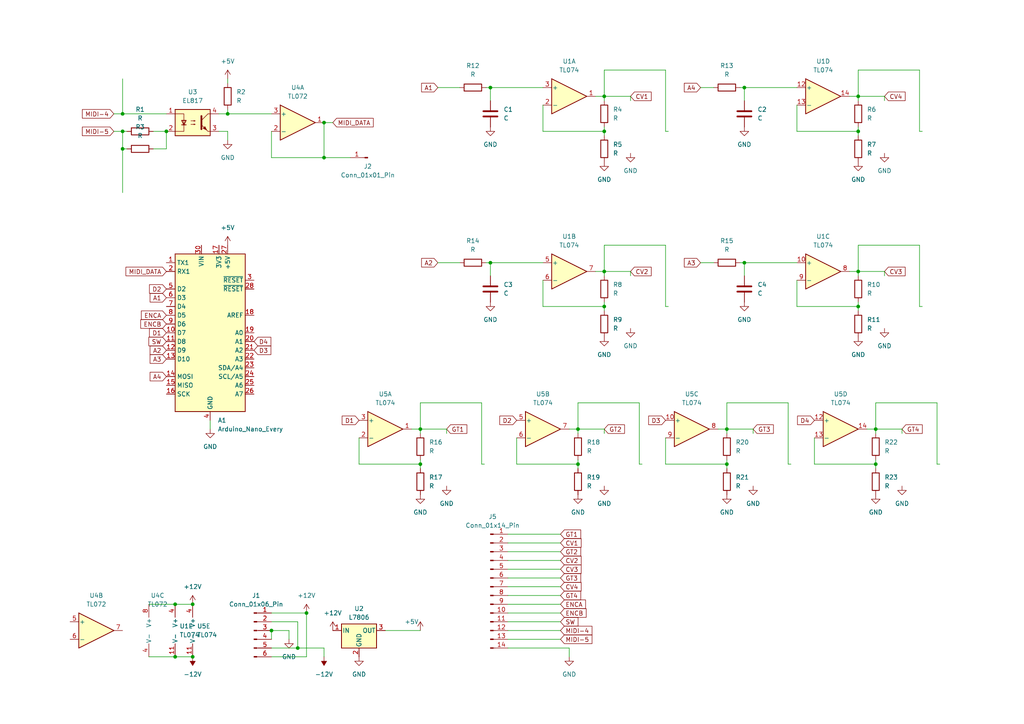
<source format=kicad_sch>
(kicad_sch (version 20230121) (generator eeschema)

  (uuid 6533e9e1-cddb-41b9-b1bd-8b2ec03ab641)

  (paper "A4")

  (lib_symbols
    (symbol "Amplifier_Operational:TL072" (pin_names (offset 0.127)) (in_bom yes) (on_board yes)
      (property "Reference" "U" (at 0 5.08 0)
        (effects (font (size 1.27 1.27)) (justify left))
      )
      (property "Value" "TL072" (at 0 -5.08 0)
        (effects (font (size 1.27 1.27)) (justify left))
      )
      (property "Footprint" "" (at 0 0 0)
        (effects (font (size 1.27 1.27)) hide)
      )
      (property "Datasheet" "http://www.ti.com/lit/ds/symlink/tl071.pdf" (at 0 0 0)
        (effects (font (size 1.27 1.27)) hide)
      )
      (property "ki_locked" "" (at 0 0 0)
        (effects (font (size 1.27 1.27)))
      )
      (property "ki_keywords" "dual opamp" (at 0 0 0)
        (effects (font (size 1.27 1.27)) hide)
      )
      (property "ki_description" "Dual Low-Noise JFET-Input Operational Amplifiers, DIP-8/SOIC-8" (at 0 0 0)
        (effects (font (size 1.27 1.27)) hide)
      )
      (property "ki_fp_filters" "SOIC*3.9x4.9mm*P1.27mm* DIP*W7.62mm* TO*99* OnSemi*Micro8* TSSOP*3x3mm*P0.65mm* TSSOP*4.4x3mm*P0.65mm* MSOP*3x3mm*P0.65mm* SSOP*3.9x4.9mm*P0.635mm* LFCSP*2x2mm*P0.5mm* *SIP* SOIC*5.3x6.2mm*P1.27mm*" (at 0 0 0)
        (effects (font (size 1.27 1.27)) hide)
      )
      (symbol "TL072_1_1"
        (polyline
          (pts
            (xy -5.08 5.08)
            (xy 5.08 0)
            (xy -5.08 -5.08)
            (xy -5.08 5.08)
          )
          (stroke (width 0.254) (type default))
          (fill (type background))
        )
        (pin output line (at 7.62 0 180) (length 2.54)
          (name "~" (effects (font (size 1.27 1.27))))
          (number "1" (effects (font (size 1.27 1.27))))
        )
        (pin input line (at -7.62 -2.54 0) (length 2.54)
          (name "-" (effects (font (size 1.27 1.27))))
          (number "2" (effects (font (size 1.27 1.27))))
        )
        (pin input line (at -7.62 2.54 0) (length 2.54)
          (name "+" (effects (font (size 1.27 1.27))))
          (number "3" (effects (font (size 1.27 1.27))))
        )
      )
      (symbol "TL072_2_1"
        (polyline
          (pts
            (xy -5.08 5.08)
            (xy 5.08 0)
            (xy -5.08 -5.08)
            (xy -5.08 5.08)
          )
          (stroke (width 0.254) (type default))
          (fill (type background))
        )
        (pin input line (at -7.62 2.54 0) (length 2.54)
          (name "+" (effects (font (size 1.27 1.27))))
          (number "5" (effects (font (size 1.27 1.27))))
        )
        (pin input line (at -7.62 -2.54 0) (length 2.54)
          (name "-" (effects (font (size 1.27 1.27))))
          (number "6" (effects (font (size 1.27 1.27))))
        )
        (pin output line (at 7.62 0 180) (length 2.54)
          (name "~" (effects (font (size 1.27 1.27))))
          (number "7" (effects (font (size 1.27 1.27))))
        )
      )
      (symbol "TL072_3_1"
        (pin power_in line (at -2.54 -7.62 90) (length 3.81)
          (name "V-" (effects (font (size 1.27 1.27))))
          (number "4" (effects (font (size 1.27 1.27))))
        )
        (pin power_in line (at -2.54 7.62 270) (length 3.81)
          (name "V+" (effects (font (size 1.27 1.27))))
          (number "8" (effects (font (size 1.27 1.27))))
        )
      )
    )
    (symbol "Amplifier_Operational:TL074" (pin_names (offset 0.127)) (in_bom yes) (on_board yes)
      (property "Reference" "U" (at 0 5.08 0)
        (effects (font (size 1.27 1.27)) (justify left))
      )
      (property "Value" "TL074" (at 0 -5.08 0)
        (effects (font (size 1.27 1.27)) (justify left))
      )
      (property "Footprint" "" (at -1.27 2.54 0)
        (effects (font (size 1.27 1.27)) hide)
      )
      (property "Datasheet" "http://www.ti.com/lit/ds/symlink/tl071.pdf" (at 1.27 5.08 0)
        (effects (font (size 1.27 1.27)) hide)
      )
      (property "ki_locked" "" (at 0 0 0)
        (effects (font (size 1.27 1.27)))
      )
      (property "ki_keywords" "quad opamp" (at 0 0 0)
        (effects (font (size 1.27 1.27)) hide)
      )
      (property "ki_description" "Quad Low-Noise JFET-Input Operational Amplifiers, DIP-14/SOIC-14" (at 0 0 0)
        (effects (font (size 1.27 1.27)) hide)
      )
      (property "ki_fp_filters" "SOIC*3.9x8.7mm*P1.27mm* DIP*W7.62mm* TSSOP*4.4x5mm*P0.65mm* SSOP*5.3x6.2mm*P0.65mm* MSOP*3x3mm*P0.5mm*" (at 0 0 0)
        (effects (font (size 1.27 1.27)) hide)
      )
      (symbol "TL074_1_1"
        (polyline
          (pts
            (xy -5.08 5.08)
            (xy 5.08 0)
            (xy -5.08 -5.08)
            (xy -5.08 5.08)
          )
          (stroke (width 0.254) (type default))
          (fill (type background))
        )
        (pin output line (at 7.62 0 180) (length 2.54)
          (name "~" (effects (font (size 1.27 1.27))))
          (number "1" (effects (font (size 1.27 1.27))))
        )
        (pin input line (at -7.62 -2.54 0) (length 2.54)
          (name "-" (effects (font (size 1.27 1.27))))
          (number "2" (effects (font (size 1.27 1.27))))
        )
        (pin input line (at -7.62 2.54 0) (length 2.54)
          (name "+" (effects (font (size 1.27 1.27))))
          (number "3" (effects (font (size 1.27 1.27))))
        )
      )
      (symbol "TL074_2_1"
        (polyline
          (pts
            (xy -5.08 5.08)
            (xy 5.08 0)
            (xy -5.08 -5.08)
            (xy -5.08 5.08)
          )
          (stroke (width 0.254) (type default))
          (fill (type background))
        )
        (pin input line (at -7.62 2.54 0) (length 2.54)
          (name "+" (effects (font (size 1.27 1.27))))
          (number "5" (effects (font (size 1.27 1.27))))
        )
        (pin input line (at -7.62 -2.54 0) (length 2.54)
          (name "-" (effects (font (size 1.27 1.27))))
          (number "6" (effects (font (size 1.27 1.27))))
        )
        (pin output line (at 7.62 0 180) (length 2.54)
          (name "~" (effects (font (size 1.27 1.27))))
          (number "7" (effects (font (size 1.27 1.27))))
        )
      )
      (symbol "TL074_3_1"
        (polyline
          (pts
            (xy -5.08 5.08)
            (xy 5.08 0)
            (xy -5.08 -5.08)
            (xy -5.08 5.08)
          )
          (stroke (width 0.254) (type default))
          (fill (type background))
        )
        (pin input line (at -7.62 2.54 0) (length 2.54)
          (name "+" (effects (font (size 1.27 1.27))))
          (number "10" (effects (font (size 1.27 1.27))))
        )
        (pin output line (at 7.62 0 180) (length 2.54)
          (name "~" (effects (font (size 1.27 1.27))))
          (number "8" (effects (font (size 1.27 1.27))))
        )
        (pin input line (at -7.62 -2.54 0) (length 2.54)
          (name "-" (effects (font (size 1.27 1.27))))
          (number "9" (effects (font (size 1.27 1.27))))
        )
      )
      (symbol "TL074_4_1"
        (polyline
          (pts
            (xy -5.08 5.08)
            (xy 5.08 0)
            (xy -5.08 -5.08)
            (xy -5.08 5.08)
          )
          (stroke (width 0.254) (type default))
          (fill (type background))
        )
        (pin input line (at -7.62 2.54 0) (length 2.54)
          (name "+" (effects (font (size 1.27 1.27))))
          (number "12" (effects (font (size 1.27 1.27))))
        )
        (pin input line (at -7.62 -2.54 0) (length 2.54)
          (name "-" (effects (font (size 1.27 1.27))))
          (number "13" (effects (font (size 1.27 1.27))))
        )
        (pin output line (at 7.62 0 180) (length 2.54)
          (name "~" (effects (font (size 1.27 1.27))))
          (number "14" (effects (font (size 1.27 1.27))))
        )
      )
      (symbol "TL074_5_1"
        (pin power_in line (at -2.54 -7.62 90) (length 3.81)
          (name "V-" (effects (font (size 1.27 1.27))))
          (number "11" (effects (font (size 1.27 1.27))))
        )
        (pin power_in line (at -2.54 7.62 270) (length 3.81)
          (name "V+" (effects (font (size 1.27 1.27))))
          (number "4" (effects (font (size 1.27 1.27))))
        )
      )
    )
    (symbol "Connector:Conn_01x01_Pin" (pin_names (offset 1.016) hide) (in_bom yes) (on_board yes)
      (property "Reference" "J" (at 0 2.54 0)
        (effects (font (size 1.27 1.27)))
      )
      (property "Value" "Conn_01x01_Pin" (at 0 -2.54 0)
        (effects (font (size 1.27 1.27)))
      )
      (property "Footprint" "" (at 0 0 0)
        (effects (font (size 1.27 1.27)) hide)
      )
      (property "Datasheet" "~" (at 0 0 0)
        (effects (font (size 1.27 1.27)) hide)
      )
      (property "ki_locked" "" (at 0 0 0)
        (effects (font (size 1.27 1.27)))
      )
      (property "ki_keywords" "connector" (at 0 0 0)
        (effects (font (size 1.27 1.27)) hide)
      )
      (property "ki_description" "Generic connector, single row, 01x01, script generated" (at 0 0 0)
        (effects (font (size 1.27 1.27)) hide)
      )
      (property "ki_fp_filters" "Connector*:*_1x??_*" (at 0 0 0)
        (effects (font (size 1.27 1.27)) hide)
      )
      (symbol "Conn_01x01_Pin_1_1"
        (polyline
          (pts
            (xy 1.27 0)
            (xy 0.8636 0)
          )
          (stroke (width 0.1524) (type default))
          (fill (type none))
        )
        (rectangle (start 0.8636 0.127) (end 0 -0.127)
          (stroke (width 0.1524) (type default))
          (fill (type outline))
        )
        (pin passive line (at 5.08 0 180) (length 3.81)
          (name "Pin_1" (effects (font (size 1.27 1.27))))
          (number "1" (effects (font (size 1.27 1.27))))
        )
      )
    )
    (symbol "Connector:Conn_01x06_Pin" (pin_names (offset 1.016) hide) (in_bom yes) (on_board yes)
      (property "Reference" "J" (at 0 7.62 0)
        (effects (font (size 1.27 1.27)))
      )
      (property "Value" "Conn_01x06_Pin" (at 0 -10.16 0)
        (effects (font (size 1.27 1.27)))
      )
      (property "Footprint" "" (at 0 0 0)
        (effects (font (size 1.27 1.27)) hide)
      )
      (property "Datasheet" "~" (at 0 0 0)
        (effects (font (size 1.27 1.27)) hide)
      )
      (property "ki_locked" "" (at 0 0 0)
        (effects (font (size 1.27 1.27)))
      )
      (property "ki_keywords" "connector" (at 0 0 0)
        (effects (font (size 1.27 1.27)) hide)
      )
      (property "ki_description" "Generic connector, single row, 01x06, script generated" (at 0 0 0)
        (effects (font (size 1.27 1.27)) hide)
      )
      (property "ki_fp_filters" "Connector*:*_1x??_*" (at 0 0 0)
        (effects (font (size 1.27 1.27)) hide)
      )
      (symbol "Conn_01x06_Pin_1_1"
        (polyline
          (pts
            (xy 1.27 -7.62)
            (xy 0.8636 -7.62)
          )
          (stroke (width 0.1524) (type default))
          (fill (type none))
        )
        (polyline
          (pts
            (xy 1.27 -5.08)
            (xy 0.8636 -5.08)
          )
          (stroke (width 0.1524) (type default))
          (fill (type none))
        )
        (polyline
          (pts
            (xy 1.27 -2.54)
            (xy 0.8636 -2.54)
          )
          (stroke (width 0.1524) (type default))
          (fill (type none))
        )
        (polyline
          (pts
            (xy 1.27 0)
            (xy 0.8636 0)
          )
          (stroke (width 0.1524) (type default))
          (fill (type none))
        )
        (polyline
          (pts
            (xy 1.27 2.54)
            (xy 0.8636 2.54)
          )
          (stroke (width 0.1524) (type default))
          (fill (type none))
        )
        (polyline
          (pts
            (xy 1.27 5.08)
            (xy 0.8636 5.08)
          )
          (stroke (width 0.1524) (type default))
          (fill (type none))
        )
        (rectangle (start 0.8636 -7.493) (end 0 -7.747)
          (stroke (width 0.1524) (type default))
          (fill (type outline))
        )
        (rectangle (start 0.8636 -4.953) (end 0 -5.207)
          (stroke (width 0.1524) (type default))
          (fill (type outline))
        )
        (rectangle (start 0.8636 -2.413) (end 0 -2.667)
          (stroke (width 0.1524) (type default))
          (fill (type outline))
        )
        (rectangle (start 0.8636 0.127) (end 0 -0.127)
          (stroke (width 0.1524) (type default))
          (fill (type outline))
        )
        (rectangle (start 0.8636 2.667) (end 0 2.413)
          (stroke (width 0.1524) (type default))
          (fill (type outline))
        )
        (rectangle (start 0.8636 5.207) (end 0 4.953)
          (stroke (width 0.1524) (type default))
          (fill (type outline))
        )
        (pin passive line (at 5.08 5.08 180) (length 3.81)
          (name "Pin_1" (effects (font (size 1.27 1.27))))
          (number "1" (effects (font (size 1.27 1.27))))
        )
        (pin passive line (at 5.08 2.54 180) (length 3.81)
          (name "Pin_2" (effects (font (size 1.27 1.27))))
          (number "2" (effects (font (size 1.27 1.27))))
        )
        (pin passive line (at 5.08 0 180) (length 3.81)
          (name "Pin_3" (effects (font (size 1.27 1.27))))
          (number "3" (effects (font (size 1.27 1.27))))
        )
        (pin passive line (at 5.08 -2.54 180) (length 3.81)
          (name "Pin_4" (effects (font (size 1.27 1.27))))
          (number "4" (effects (font (size 1.27 1.27))))
        )
        (pin passive line (at 5.08 -5.08 180) (length 3.81)
          (name "Pin_5" (effects (font (size 1.27 1.27))))
          (number "5" (effects (font (size 1.27 1.27))))
        )
        (pin passive line (at 5.08 -7.62 180) (length 3.81)
          (name "Pin_6" (effects (font (size 1.27 1.27))))
          (number "6" (effects (font (size 1.27 1.27))))
        )
      )
    )
    (symbol "Connector:Conn_01x14_Pin" (pin_names (offset 1.016) hide) (in_bom yes) (on_board yes)
      (property "Reference" "J" (at 0 17.78 0)
        (effects (font (size 1.27 1.27)))
      )
      (property "Value" "Conn_01x14_Pin" (at 0 -20.32 0)
        (effects (font (size 1.27 1.27)))
      )
      (property "Footprint" "" (at 0 0 0)
        (effects (font (size 1.27 1.27)) hide)
      )
      (property "Datasheet" "~" (at 0 0 0)
        (effects (font (size 1.27 1.27)) hide)
      )
      (property "ki_locked" "" (at 0 0 0)
        (effects (font (size 1.27 1.27)))
      )
      (property "ki_keywords" "connector" (at 0 0 0)
        (effects (font (size 1.27 1.27)) hide)
      )
      (property "ki_description" "Generic connector, single row, 01x14, script generated" (at 0 0 0)
        (effects (font (size 1.27 1.27)) hide)
      )
      (property "ki_fp_filters" "Connector*:*_1x??_*" (at 0 0 0)
        (effects (font (size 1.27 1.27)) hide)
      )
      (symbol "Conn_01x14_Pin_1_1"
        (polyline
          (pts
            (xy 1.27 -17.78)
            (xy 0.8636 -17.78)
          )
          (stroke (width 0.1524) (type default))
          (fill (type none))
        )
        (polyline
          (pts
            (xy 1.27 -15.24)
            (xy 0.8636 -15.24)
          )
          (stroke (width 0.1524) (type default))
          (fill (type none))
        )
        (polyline
          (pts
            (xy 1.27 -12.7)
            (xy 0.8636 -12.7)
          )
          (stroke (width 0.1524) (type default))
          (fill (type none))
        )
        (polyline
          (pts
            (xy 1.27 -10.16)
            (xy 0.8636 -10.16)
          )
          (stroke (width 0.1524) (type default))
          (fill (type none))
        )
        (polyline
          (pts
            (xy 1.27 -7.62)
            (xy 0.8636 -7.62)
          )
          (stroke (width 0.1524) (type default))
          (fill (type none))
        )
        (polyline
          (pts
            (xy 1.27 -5.08)
            (xy 0.8636 -5.08)
          )
          (stroke (width 0.1524) (type default))
          (fill (type none))
        )
        (polyline
          (pts
            (xy 1.27 -2.54)
            (xy 0.8636 -2.54)
          )
          (stroke (width 0.1524) (type default))
          (fill (type none))
        )
        (polyline
          (pts
            (xy 1.27 0)
            (xy 0.8636 0)
          )
          (stroke (width 0.1524) (type default))
          (fill (type none))
        )
        (polyline
          (pts
            (xy 1.27 2.54)
            (xy 0.8636 2.54)
          )
          (stroke (width 0.1524) (type default))
          (fill (type none))
        )
        (polyline
          (pts
            (xy 1.27 5.08)
            (xy 0.8636 5.08)
          )
          (stroke (width 0.1524) (type default))
          (fill (type none))
        )
        (polyline
          (pts
            (xy 1.27 7.62)
            (xy 0.8636 7.62)
          )
          (stroke (width 0.1524) (type default))
          (fill (type none))
        )
        (polyline
          (pts
            (xy 1.27 10.16)
            (xy 0.8636 10.16)
          )
          (stroke (width 0.1524) (type default))
          (fill (type none))
        )
        (polyline
          (pts
            (xy 1.27 12.7)
            (xy 0.8636 12.7)
          )
          (stroke (width 0.1524) (type default))
          (fill (type none))
        )
        (polyline
          (pts
            (xy 1.27 15.24)
            (xy 0.8636 15.24)
          )
          (stroke (width 0.1524) (type default))
          (fill (type none))
        )
        (rectangle (start 0.8636 -17.653) (end 0 -17.907)
          (stroke (width 0.1524) (type default))
          (fill (type outline))
        )
        (rectangle (start 0.8636 -15.113) (end 0 -15.367)
          (stroke (width 0.1524) (type default))
          (fill (type outline))
        )
        (rectangle (start 0.8636 -12.573) (end 0 -12.827)
          (stroke (width 0.1524) (type default))
          (fill (type outline))
        )
        (rectangle (start 0.8636 -10.033) (end 0 -10.287)
          (stroke (width 0.1524) (type default))
          (fill (type outline))
        )
        (rectangle (start 0.8636 -7.493) (end 0 -7.747)
          (stroke (width 0.1524) (type default))
          (fill (type outline))
        )
        (rectangle (start 0.8636 -4.953) (end 0 -5.207)
          (stroke (width 0.1524) (type default))
          (fill (type outline))
        )
        (rectangle (start 0.8636 -2.413) (end 0 -2.667)
          (stroke (width 0.1524) (type default))
          (fill (type outline))
        )
        (rectangle (start 0.8636 0.127) (end 0 -0.127)
          (stroke (width 0.1524) (type default))
          (fill (type outline))
        )
        (rectangle (start 0.8636 2.667) (end 0 2.413)
          (stroke (width 0.1524) (type default))
          (fill (type outline))
        )
        (rectangle (start 0.8636 5.207) (end 0 4.953)
          (stroke (width 0.1524) (type default))
          (fill (type outline))
        )
        (rectangle (start 0.8636 7.747) (end 0 7.493)
          (stroke (width 0.1524) (type default))
          (fill (type outline))
        )
        (rectangle (start 0.8636 10.287) (end 0 10.033)
          (stroke (width 0.1524) (type default))
          (fill (type outline))
        )
        (rectangle (start 0.8636 12.827) (end 0 12.573)
          (stroke (width 0.1524) (type default))
          (fill (type outline))
        )
        (rectangle (start 0.8636 15.367) (end 0 15.113)
          (stroke (width 0.1524) (type default))
          (fill (type outline))
        )
        (pin passive line (at 5.08 15.24 180) (length 3.81)
          (name "Pin_1" (effects (font (size 1.27 1.27))))
          (number "1" (effects (font (size 1.27 1.27))))
        )
        (pin passive line (at 5.08 -7.62 180) (length 3.81)
          (name "Pin_10" (effects (font (size 1.27 1.27))))
          (number "10" (effects (font (size 1.27 1.27))))
        )
        (pin passive line (at 5.08 -10.16 180) (length 3.81)
          (name "Pin_11" (effects (font (size 1.27 1.27))))
          (number "11" (effects (font (size 1.27 1.27))))
        )
        (pin passive line (at 5.08 -12.7 180) (length 3.81)
          (name "Pin_12" (effects (font (size 1.27 1.27))))
          (number "12" (effects (font (size 1.27 1.27))))
        )
        (pin passive line (at 5.08 -15.24 180) (length 3.81)
          (name "Pin_13" (effects (font (size 1.27 1.27))))
          (number "13" (effects (font (size 1.27 1.27))))
        )
        (pin passive line (at 5.08 -17.78 180) (length 3.81)
          (name "Pin_14" (effects (font (size 1.27 1.27))))
          (number "14" (effects (font (size 1.27 1.27))))
        )
        (pin passive line (at 5.08 12.7 180) (length 3.81)
          (name "Pin_2" (effects (font (size 1.27 1.27))))
          (number "2" (effects (font (size 1.27 1.27))))
        )
        (pin passive line (at 5.08 10.16 180) (length 3.81)
          (name "Pin_3" (effects (font (size 1.27 1.27))))
          (number "3" (effects (font (size 1.27 1.27))))
        )
        (pin passive line (at 5.08 7.62 180) (length 3.81)
          (name "Pin_4" (effects (font (size 1.27 1.27))))
          (number "4" (effects (font (size 1.27 1.27))))
        )
        (pin passive line (at 5.08 5.08 180) (length 3.81)
          (name "Pin_5" (effects (font (size 1.27 1.27))))
          (number "5" (effects (font (size 1.27 1.27))))
        )
        (pin passive line (at 5.08 2.54 180) (length 3.81)
          (name "Pin_6" (effects (font (size 1.27 1.27))))
          (number "6" (effects (font (size 1.27 1.27))))
        )
        (pin passive line (at 5.08 0 180) (length 3.81)
          (name "Pin_7" (effects (font (size 1.27 1.27))))
          (number "7" (effects (font (size 1.27 1.27))))
        )
        (pin passive line (at 5.08 -2.54 180) (length 3.81)
          (name "Pin_8" (effects (font (size 1.27 1.27))))
          (number "8" (effects (font (size 1.27 1.27))))
        )
        (pin passive line (at 5.08 -5.08 180) (length 3.81)
          (name "Pin_9" (effects (font (size 1.27 1.27))))
          (number "9" (effects (font (size 1.27 1.27))))
        )
      )
    )
    (symbol "Device:C" (pin_numbers hide) (pin_names (offset 0.254)) (in_bom yes) (on_board yes)
      (property "Reference" "C" (at 0.635 2.54 0)
        (effects (font (size 1.27 1.27)) (justify left))
      )
      (property "Value" "C" (at 0.635 -2.54 0)
        (effects (font (size 1.27 1.27)) (justify left))
      )
      (property "Footprint" "" (at 0.9652 -3.81 0)
        (effects (font (size 1.27 1.27)) hide)
      )
      (property "Datasheet" "~" (at 0 0 0)
        (effects (font (size 1.27 1.27)) hide)
      )
      (property "ki_keywords" "cap capacitor" (at 0 0 0)
        (effects (font (size 1.27 1.27)) hide)
      )
      (property "ki_description" "Unpolarized capacitor" (at 0 0 0)
        (effects (font (size 1.27 1.27)) hide)
      )
      (property "ki_fp_filters" "C_*" (at 0 0 0)
        (effects (font (size 1.27 1.27)) hide)
      )
      (symbol "C_0_1"
        (polyline
          (pts
            (xy -2.032 -0.762)
            (xy 2.032 -0.762)
          )
          (stroke (width 0.508) (type default))
          (fill (type none))
        )
        (polyline
          (pts
            (xy -2.032 0.762)
            (xy 2.032 0.762)
          )
          (stroke (width 0.508) (type default))
          (fill (type none))
        )
      )
      (symbol "C_1_1"
        (pin passive line (at 0 3.81 270) (length 2.794)
          (name "~" (effects (font (size 1.27 1.27))))
          (number "1" (effects (font (size 1.27 1.27))))
        )
        (pin passive line (at 0 -3.81 90) (length 2.794)
          (name "~" (effects (font (size 1.27 1.27))))
          (number "2" (effects (font (size 1.27 1.27))))
        )
      )
    )
    (symbol "Device:R" (pin_numbers hide) (pin_names (offset 0)) (in_bom yes) (on_board yes)
      (property "Reference" "R" (at 2.032 0 90)
        (effects (font (size 1.27 1.27)))
      )
      (property "Value" "R" (at 0 0 90)
        (effects (font (size 1.27 1.27)))
      )
      (property "Footprint" "" (at -1.778 0 90)
        (effects (font (size 1.27 1.27)) hide)
      )
      (property "Datasheet" "~" (at 0 0 0)
        (effects (font (size 1.27 1.27)) hide)
      )
      (property "ki_keywords" "R res resistor" (at 0 0 0)
        (effects (font (size 1.27 1.27)) hide)
      )
      (property "ki_description" "Resistor" (at 0 0 0)
        (effects (font (size 1.27 1.27)) hide)
      )
      (property "ki_fp_filters" "R_*" (at 0 0 0)
        (effects (font (size 1.27 1.27)) hide)
      )
      (symbol "R_0_1"
        (rectangle (start -1.016 -2.54) (end 1.016 2.54)
          (stroke (width 0.254) (type default))
          (fill (type none))
        )
      )
      (symbol "R_1_1"
        (pin passive line (at 0 3.81 270) (length 1.27)
          (name "~" (effects (font (size 1.27 1.27))))
          (number "1" (effects (font (size 1.27 1.27))))
        )
        (pin passive line (at 0 -3.81 90) (length 1.27)
          (name "~" (effects (font (size 1.27 1.27))))
          (number "2" (effects (font (size 1.27 1.27))))
        )
      )
    )
    (symbol "Isolator:EL817" (pin_names (offset 1.016)) (in_bom yes) (on_board yes)
      (property "Reference" "U" (at -5.08 5.08 0)
        (effects (font (size 1.27 1.27)) (justify left))
      )
      (property "Value" "EL817" (at 0 5.08 0)
        (effects (font (size 1.27 1.27)) (justify left))
      )
      (property "Footprint" "Package_DIP:DIP-4_W7.62mm" (at -5.08 -5.08 0)
        (effects (font (size 1.27 1.27) italic) (justify left) hide)
      )
      (property "Datasheet" "http://www.everlight.com/file/ProductFile/EL817.pdf" (at 0 0 0)
        (effects (font (size 1.27 1.27)) (justify left) hide)
      )
      (property "ki_keywords" "NPN DC Optocoupler" (at 0 0 0)
        (effects (font (size 1.27 1.27)) hide)
      )
      (property "ki_description" "DC Optocoupler, Vce 35V, DIP-4" (at 0 0 0)
        (effects (font (size 1.27 1.27)) hide)
      )
      (property "ki_fp_filters" "DIP*W7.62mm*" (at 0 0 0)
        (effects (font (size 1.27 1.27)) hide)
      )
      (symbol "EL817_0_1"
        (rectangle (start -5.08 3.81) (end 5.08 -3.81)
          (stroke (width 0.254) (type default))
          (fill (type background))
        )
        (polyline
          (pts
            (xy -3.175 -0.635)
            (xy -1.905 -0.635)
          )
          (stroke (width 0.254) (type default))
          (fill (type none))
        )
        (polyline
          (pts
            (xy 2.54 0.635)
            (xy 4.445 2.54)
          )
          (stroke (width 0) (type default))
          (fill (type none))
        )
        (polyline
          (pts
            (xy 4.445 -2.54)
            (xy 2.54 -0.635)
          )
          (stroke (width 0) (type default))
          (fill (type outline))
        )
        (polyline
          (pts
            (xy 4.445 -2.54)
            (xy 5.08 -2.54)
          )
          (stroke (width 0) (type default))
          (fill (type none))
        )
        (polyline
          (pts
            (xy 4.445 2.54)
            (xy 5.08 2.54)
          )
          (stroke (width 0) (type default))
          (fill (type none))
        )
        (polyline
          (pts
            (xy -5.08 2.54)
            (xy -2.54 2.54)
            (xy -2.54 -0.635)
          )
          (stroke (width 0) (type default))
          (fill (type none))
        )
        (polyline
          (pts
            (xy -2.54 -0.635)
            (xy -2.54 -2.54)
            (xy -5.08 -2.54)
          )
          (stroke (width 0) (type default))
          (fill (type none))
        )
        (polyline
          (pts
            (xy 2.54 1.905)
            (xy 2.54 -1.905)
            (xy 2.54 -1.905)
          )
          (stroke (width 0.508) (type default))
          (fill (type none))
        )
        (polyline
          (pts
            (xy -2.54 -0.635)
            (xy -3.175 0.635)
            (xy -1.905 0.635)
            (xy -2.54 -0.635)
          )
          (stroke (width 0.254) (type default))
          (fill (type none))
        )
        (polyline
          (pts
            (xy -0.508 -0.508)
            (xy 0.762 -0.508)
            (xy 0.381 -0.635)
            (xy 0.381 -0.381)
            (xy 0.762 -0.508)
          )
          (stroke (width 0) (type default))
          (fill (type none))
        )
        (polyline
          (pts
            (xy -0.508 0.508)
            (xy 0.762 0.508)
            (xy 0.381 0.381)
            (xy 0.381 0.635)
            (xy 0.762 0.508)
          )
          (stroke (width 0) (type default))
          (fill (type none))
        )
        (polyline
          (pts
            (xy 3.048 -1.651)
            (xy 3.556 -1.143)
            (xy 4.064 -2.159)
            (xy 3.048 -1.651)
            (xy 3.048 -1.651)
          )
          (stroke (width 0) (type default))
          (fill (type outline))
        )
      )
      (symbol "EL817_1_1"
        (pin passive line (at -7.62 2.54 0) (length 2.54)
          (name "~" (effects (font (size 1.27 1.27))))
          (number "1" (effects (font (size 1.27 1.27))))
        )
        (pin passive line (at -7.62 -2.54 0) (length 2.54)
          (name "~" (effects (font (size 1.27 1.27))))
          (number "2" (effects (font (size 1.27 1.27))))
        )
        (pin passive line (at 7.62 -2.54 180) (length 2.54)
          (name "~" (effects (font (size 1.27 1.27))))
          (number "3" (effects (font (size 1.27 1.27))))
        )
        (pin passive line (at 7.62 2.54 180) (length 2.54)
          (name "~" (effects (font (size 1.27 1.27))))
          (number "4" (effects (font (size 1.27 1.27))))
        )
      )
    )
    (symbol "MCU_Module:Arduino_Nano_Every" (in_bom yes) (on_board yes)
      (property "Reference" "A" (at -10.16 23.495 0)
        (effects (font (size 1.27 1.27)) (justify left bottom))
      )
      (property "Value" "Arduino_Nano_Every" (at 5.08 -24.13 0)
        (effects (font (size 1.27 1.27)) (justify left top))
      )
      (property "Footprint" "Module:Arduino_Nano" (at 0 0 0)
        (effects (font (size 1.27 1.27) italic) hide)
      )
      (property "Datasheet" "https://content.arduino.cc/assets/NANOEveryV3.0_sch.pdf" (at 0 0 0)
        (effects (font (size 1.27 1.27)) hide)
      )
      (property "ki_keywords" "Arduino nano microcontroller module USB UPDI AATMega4809 AVR" (at 0 0 0)
        (effects (font (size 1.27 1.27)) hide)
      )
      (property "ki_description" "Arduino Nano Every" (at 0 0 0)
        (effects (font (size 1.27 1.27)) hide)
      )
      (property "ki_fp_filters" "Arduino*Nano*" (at 0 0 0)
        (effects (font (size 1.27 1.27)) hide)
      )
      (symbol "Arduino_Nano_Every_0_1"
        (rectangle (start -10.16 22.86) (end 10.16 -22.86)
          (stroke (width 0.254) (type default))
          (fill (type background))
        )
      )
      (symbol "Arduino_Nano_Every_1_1"
        (pin bidirectional line (at -12.7 20.32 0) (length 2.54)
          (name "TX1" (effects (font (size 1.27 1.27))))
          (number "1" (effects (font (size 1.27 1.27))))
        )
        (pin bidirectional line (at -12.7 0 0) (length 2.54)
          (name "D7" (effects (font (size 1.27 1.27))))
          (number "10" (effects (font (size 1.27 1.27))))
        )
        (pin bidirectional line (at -12.7 -2.54 0) (length 2.54)
          (name "D8" (effects (font (size 1.27 1.27))))
          (number "11" (effects (font (size 1.27 1.27))))
        )
        (pin bidirectional line (at -12.7 -5.08 0) (length 2.54)
          (name "D9" (effects (font (size 1.27 1.27))))
          (number "12" (effects (font (size 1.27 1.27))))
        )
        (pin bidirectional line (at -12.7 -7.62 0) (length 2.54)
          (name "D10" (effects (font (size 1.27 1.27))))
          (number "13" (effects (font (size 1.27 1.27))))
        )
        (pin bidirectional line (at -12.7 -12.7 0) (length 2.54)
          (name "MOSI" (effects (font (size 1.27 1.27))))
          (number "14" (effects (font (size 1.27 1.27))))
        )
        (pin bidirectional line (at -12.7 -15.24 0) (length 2.54)
          (name "MISO" (effects (font (size 1.27 1.27))))
          (number "15" (effects (font (size 1.27 1.27))))
        )
        (pin bidirectional line (at -12.7 -17.78 0) (length 2.54)
          (name "SCK" (effects (font (size 1.27 1.27))))
          (number "16" (effects (font (size 1.27 1.27))))
        )
        (pin power_out line (at 2.54 25.4 270) (length 2.54)
          (name "3V3" (effects (font (size 1.27 1.27))))
          (number "17" (effects (font (size 1.27 1.27))))
        )
        (pin input line (at 12.7 5.08 180) (length 2.54)
          (name "AREF" (effects (font (size 1.27 1.27))))
          (number "18" (effects (font (size 1.27 1.27))))
        )
        (pin bidirectional line (at 12.7 0 180) (length 2.54)
          (name "A0" (effects (font (size 1.27 1.27))))
          (number "19" (effects (font (size 1.27 1.27))))
        )
        (pin bidirectional line (at -12.7 17.78 0) (length 2.54)
          (name "RX1" (effects (font (size 1.27 1.27))))
          (number "2" (effects (font (size 1.27 1.27))))
        )
        (pin bidirectional line (at 12.7 -2.54 180) (length 2.54)
          (name "A1" (effects (font (size 1.27 1.27))))
          (number "20" (effects (font (size 1.27 1.27))))
        )
        (pin bidirectional line (at 12.7 -5.08 180) (length 2.54)
          (name "A2" (effects (font (size 1.27 1.27))))
          (number "21" (effects (font (size 1.27 1.27))))
        )
        (pin bidirectional line (at 12.7 -7.62 180) (length 2.54)
          (name "A3" (effects (font (size 1.27 1.27))))
          (number "22" (effects (font (size 1.27 1.27))))
        )
        (pin bidirectional line (at 12.7 -10.16 180) (length 2.54)
          (name "SDA/A4" (effects (font (size 1.27 1.27))))
          (number "23" (effects (font (size 1.27 1.27))))
        )
        (pin bidirectional line (at 12.7 -12.7 180) (length 2.54)
          (name "SCL/A5" (effects (font (size 1.27 1.27))))
          (number "24" (effects (font (size 1.27 1.27))))
        )
        (pin bidirectional line (at 12.7 -15.24 180) (length 2.54)
          (name "A6" (effects (font (size 1.27 1.27))))
          (number "25" (effects (font (size 1.27 1.27))))
        )
        (pin bidirectional line (at 12.7 -17.78 180) (length 2.54)
          (name "A7" (effects (font (size 1.27 1.27))))
          (number "26" (effects (font (size 1.27 1.27))))
        )
        (pin power_out line (at 5.08 25.4 270) (length 2.54)
          (name "+5V" (effects (font (size 1.27 1.27))))
          (number "27" (effects (font (size 1.27 1.27))))
        )
        (pin input line (at 12.7 12.7 180) (length 2.54)
          (name "~{RESET}" (effects (font (size 1.27 1.27))))
          (number "28" (effects (font (size 1.27 1.27))))
        )
        (pin passive line (at 0 -25.4 90) (length 2.54) hide
          (name "GND" (effects (font (size 1.27 1.27))))
          (number "29" (effects (font (size 1.27 1.27))))
        )
        (pin input line (at 12.7 15.24 180) (length 2.54)
          (name "~{RESET}" (effects (font (size 1.27 1.27))))
          (number "3" (effects (font (size 1.27 1.27))))
        )
        (pin power_in line (at -2.54 25.4 270) (length 2.54)
          (name "VIN" (effects (font (size 1.27 1.27))))
          (number "30" (effects (font (size 1.27 1.27))))
        )
        (pin power_in line (at 0 -25.4 90) (length 2.54)
          (name "GND" (effects (font (size 1.27 1.27))))
          (number "4" (effects (font (size 1.27 1.27))))
        )
        (pin bidirectional line (at -12.7 12.7 0) (length 2.54)
          (name "D2" (effects (font (size 1.27 1.27))))
          (number "5" (effects (font (size 1.27 1.27))))
        )
        (pin bidirectional line (at -12.7 10.16 0) (length 2.54)
          (name "D3" (effects (font (size 1.27 1.27))))
          (number "6" (effects (font (size 1.27 1.27))))
        )
        (pin bidirectional line (at -12.7 7.62 0) (length 2.54)
          (name "D4" (effects (font (size 1.27 1.27))))
          (number "7" (effects (font (size 1.27 1.27))))
        )
        (pin bidirectional line (at -12.7 5.08 0) (length 2.54)
          (name "D5" (effects (font (size 1.27 1.27))))
          (number "8" (effects (font (size 1.27 1.27))))
        )
        (pin bidirectional line (at -12.7 2.54 0) (length 2.54)
          (name "D6" (effects (font (size 1.27 1.27))))
          (number "9" (effects (font (size 1.27 1.27))))
        )
      )
    )
    (symbol "Regulator_Linear:L7806" (pin_names (offset 0.254)) (in_bom yes) (on_board yes)
      (property "Reference" "U" (at -3.81 3.175 0)
        (effects (font (size 1.27 1.27)))
      )
      (property "Value" "L7806" (at 0 3.175 0)
        (effects (font (size 1.27 1.27)) (justify left))
      )
      (property "Footprint" "" (at 0.635 -3.81 0)
        (effects (font (size 1.27 1.27) italic) (justify left) hide)
      )
      (property "Datasheet" "http://www.st.com/content/ccc/resource/technical/document/datasheet/41/4f/b3/b0/12/d4/47/88/CD00000444.pdf/files/CD00000444.pdf/jcr:content/translations/en.CD00000444.pdf" (at 0 -1.27 0)
        (effects (font (size 1.27 1.27)) hide)
      )
      (property "ki_keywords" "Voltage Regulator 1.5A Positive" (at 0 0 0)
        (effects (font (size 1.27 1.27)) hide)
      )
      (property "ki_description" "Positive 1.5A 35V Linear Regulator, Fixed Output 6V, TO-220/TO-263/TO-252" (at 0 0 0)
        (effects (font (size 1.27 1.27)) hide)
      )
      (property "ki_fp_filters" "TO?252* TO?263* TO?220*" (at 0 0 0)
        (effects (font (size 1.27 1.27)) hide)
      )
      (symbol "L7806_0_1"
        (rectangle (start -5.08 1.905) (end 5.08 -5.08)
          (stroke (width 0.254) (type default))
          (fill (type background))
        )
      )
      (symbol "L7806_1_1"
        (pin power_in line (at -7.62 0 0) (length 2.54)
          (name "IN" (effects (font (size 1.27 1.27))))
          (number "1" (effects (font (size 1.27 1.27))))
        )
        (pin power_in line (at 0 -7.62 90) (length 2.54)
          (name "GND" (effects (font (size 1.27 1.27))))
          (number "2" (effects (font (size 1.27 1.27))))
        )
        (pin power_out line (at 7.62 0 180) (length 2.54)
          (name "OUT" (effects (font (size 1.27 1.27))))
          (number "3" (effects (font (size 1.27 1.27))))
        )
      )
    )
    (symbol "power:+12V" (power) (pin_names (offset 0)) (in_bom yes) (on_board yes)
      (property "Reference" "#PWR" (at 0 -3.81 0)
        (effects (font (size 1.27 1.27)) hide)
      )
      (property "Value" "+12V" (at 0 3.556 0)
        (effects (font (size 1.27 1.27)))
      )
      (property "Footprint" "" (at 0 0 0)
        (effects (font (size 1.27 1.27)) hide)
      )
      (property "Datasheet" "" (at 0 0 0)
        (effects (font (size 1.27 1.27)) hide)
      )
      (property "ki_keywords" "global power" (at 0 0 0)
        (effects (font (size 1.27 1.27)) hide)
      )
      (property "ki_description" "Power symbol creates a global label with name \"+12V\"" (at 0 0 0)
        (effects (font (size 1.27 1.27)) hide)
      )
      (symbol "+12V_0_1"
        (polyline
          (pts
            (xy -0.762 1.27)
            (xy 0 2.54)
          )
          (stroke (width 0) (type default))
          (fill (type none))
        )
        (polyline
          (pts
            (xy 0 0)
            (xy 0 2.54)
          )
          (stroke (width 0) (type default))
          (fill (type none))
        )
        (polyline
          (pts
            (xy 0 2.54)
            (xy 0.762 1.27)
          )
          (stroke (width 0) (type default))
          (fill (type none))
        )
      )
      (symbol "+12V_1_1"
        (pin power_in line (at 0 0 90) (length 0) hide
          (name "+12V" (effects (font (size 1.27 1.27))))
          (number "1" (effects (font (size 1.27 1.27))))
        )
      )
    )
    (symbol "power:+5V" (power) (pin_names (offset 0)) (in_bom yes) (on_board yes)
      (property "Reference" "#PWR" (at 0 -3.81 0)
        (effects (font (size 1.27 1.27)) hide)
      )
      (property "Value" "+5V" (at 0 3.556 0)
        (effects (font (size 1.27 1.27)))
      )
      (property "Footprint" "" (at 0 0 0)
        (effects (font (size 1.27 1.27)) hide)
      )
      (property "Datasheet" "" (at 0 0 0)
        (effects (font (size 1.27 1.27)) hide)
      )
      (property "ki_keywords" "global power" (at 0 0 0)
        (effects (font (size 1.27 1.27)) hide)
      )
      (property "ki_description" "Power symbol creates a global label with name \"+5V\"" (at 0 0 0)
        (effects (font (size 1.27 1.27)) hide)
      )
      (symbol "+5V_0_1"
        (polyline
          (pts
            (xy -0.762 1.27)
            (xy 0 2.54)
          )
          (stroke (width 0) (type default))
          (fill (type none))
        )
        (polyline
          (pts
            (xy 0 0)
            (xy 0 2.54)
          )
          (stroke (width 0) (type default))
          (fill (type none))
        )
        (polyline
          (pts
            (xy 0 2.54)
            (xy 0.762 1.27)
          )
          (stroke (width 0) (type default))
          (fill (type none))
        )
      )
      (symbol "+5V_1_1"
        (pin power_in line (at 0 0 90) (length 0) hide
          (name "+5V" (effects (font (size 1.27 1.27))))
          (number "1" (effects (font (size 1.27 1.27))))
        )
      )
    )
    (symbol "power:-12V" (power) (pin_names (offset 0)) (in_bom yes) (on_board yes)
      (property "Reference" "#PWR" (at 0 2.54 0)
        (effects (font (size 1.27 1.27)) hide)
      )
      (property "Value" "-12V" (at 0 3.81 0)
        (effects (font (size 1.27 1.27)))
      )
      (property "Footprint" "" (at 0 0 0)
        (effects (font (size 1.27 1.27)) hide)
      )
      (property "Datasheet" "" (at 0 0 0)
        (effects (font (size 1.27 1.27)) hide)
      )
      (property "ki_keywords" "global power" (at 0 0 0)
        (effects (font (size 1.27 1.27)) hide)
      )
      (property "ki_description" "Power symbol creates a global label with name \"-12V\"" (at 0 0 0)
        (effects (font (size 1.27 1.27)) hide)
      )
      (symbol "-12V_0_0"
        (pin power_in line (at 0 0 90) (length 0) hide
          (name "-12V" (effects (font (size 1.27 1.27))))
          (number "1" (effects (font (size 1.27 1.27))))
        )
      )
      (symbol "-12V_0_1"
        (polyline
          (pts
            (xy 0 0)
            (xy 0 1.27)
            (xy 0.762 1.27)
            (xy 0 2.54)
            (xy -0.762 1.27)
            (xy 0 1.27)
          )
          (stroke (width 0) (type default))
          (fill (type outline))
        )
      )
    )
    (symbol "power:GND" (power) (pin_names (offset 0)) (in_bom yes) (on_board yes)
      (property "Reference" "#PWR" (at 0 -6.35 0)
        (effects (font (size 1.27 1.27)) hide)
      )
      (property "Value" "GND" (at 0 -3.81 0)
        (effects (font (size 1.27 1.27)))
      )
      (property "Footprint" "" (at 0 0 0)
        (effects (font (size 1.27 1.27)) hide)
      )
      (property "Datasheet" "" (at 0 0 0)
        (effects (font (size 1.27 1.27)) hide)
      )
      (property "ki_keywords" "global power" (at 0 0 0)
        (effects (font (size 1.27 1.27)) hide)
      )
      (property "ki_description" "Power symbol creates a global label with name \"GND\" , ground" (at 0 0 0)
        (effects (font (size 1.27 1.27)) hide)
      )
      (symbol "GND_0_1"
        (polyline
          (pts
            (xy 0 0)
            (xy 0 -1.27)
            (xy 1.27 -1.27)
            (xy 0 -2.54)
            (xy -1.27 -1.27)
            (xy 0 -1.27)
          )
          (stroke (width 0) (type default))
          (fill (type none))
        )
      )
      (symbol "GND_1_1"
        (pin power_in line (at 0 0 270) (length 0) hide
          (name "GND" (effects (font (size 1.27 1.27))))
          (number "1" (effects (font (size 1.27 1.27))))
        )
      )
    )
  )

  (junction (at 210.82 134.62) (diameter 0) (color 0 0 0 0)
    (uuid 02d7d7de-04f5-4c2c-892a-7de4aa06056e)
  )
  (junction (at 93.98 45.72) (diameter 0) (color 0 0 0 0)
    (uuid 0b4bed6a-9b30-45f2-ad6a-ebbefb359dcc)
  )
  (junction (at 254 134.62) (diameter 0) (color 0 0 0 0)
    (uuid 0bb63a97-425a-4f82-93b1-8702d1d38e91)
  )
  (junction (at 175.26 78.74) (diameter 0) (color 0 0 0 0)
    (uuid 143b3931-3464-45d7-a093-b4ebf4daf3ec)
  )
  (junction (at 215.9 25.4) (diameter 0) (color 0 0 0 0)
    (uuid 2e505782-fa37-4bb4-a097-60d48aca4f44)
  )
  (junction (at 35.56 38.1) (diameter 0) (color 0 0 0 0)
    (uuid 35b6d6f5-9054-4894-ad09-8266968583a7)
  )
  (junction (at 175.26 88.9) (diameter 0) (color 0 0 0 0)
    (uuid 3681f365-5757-4880-bc23-ada1f667d9a6)
  )
  (junction (at 210.82 124.46) (diameter 0) (color 0 0 0 0)
    (uuid 3724afd6-29c1-4bae-865d-f69c56c6b4d3)
  )
  (junction (at 254 124.46) (diameter 0) (color 0 0 0 0)
    (uuid 3773a62e-3c04-435e-b0cb-d26598174c09)
  )
  (junction (at 142.24 25.4) (diameter 0) (color 0 0 0 0)
    (uuid 4cc9da0e-5b8b-4584-93be-e124ac1c7573)
  )
  (junction (at 248.92 78.74) (diameter 0) (color 0 0 0 0)
    (uuid 4e2ddc6d-59f9-4fed-957b-9ff1e2c4c3ad)
  )
  (junction (at 93.98 35.56) (diameter 0) (color 0 0 0 0)
    (uuid 4e971639-60a2-4a2b-982f-a18a000c86e6)
  )
  (junction (at 248.92 88.9) (diameter 0) (color 0 0 0 0)
    (uuid 795714e8-d1a4-48e8-a2eb-17e93d5f1c7d)
  )
  (junction (at 121.92 134.62) (diameter 0) (color 0 0 0 0)
    (uuid 7c121f73-bd50-4200-a452-73d205e747f7)
  )
  (junction (at 248.92 38.1) (diameter 0) (color 0 0 0 0)
    (uuid 7ccc9764-9464-4717-a8d6-86c47cdc8a4c)
  )
  (junction (at 35.56 33.02) (diameter 0) (color 0 0 0 0)
    (uuid 7f296be2-d753-46a4-9315-38d630919e6c)
  )
  (junction (at 55.88 175.26) (diameter 0) (color 0 0 0 0)
    (uuid 86b16597-48d6-4ec2-8d70-380acd97c0c4)
  )
  (junction (at 142.24 76.2) (diameter 0) (color 0 0 0 0)
    (uuid 88493d5f-a2b4-4452-8dfe-77d06ba91ae1)
  )
  (junction (at 248.92 27.94) (diameter 0) (color 0 0 0 0)
    (uuid 90f3c201-62a2-40e4-8d8c-9b2939ef7ac3)
  )
  (junction (at 35.56 43.18) (diameter 0) (color 0 0 0 0)
    (uuid 949c121b-1754-4331-9517-1a10fbbea1a8)
  )
  (junction (at 50.8 190.5) (diameter 0) (color 0 0 0 0)
    (uuid 976b5f42-c4b5-47f6-a7e1-91f744455e3e)
  )
  (junction (at 48.26 38.1) (diameter 0) (color 0 0 0 0)
    (uuid a3fa9040-3f5e-4cd9-bc86-b57a5998f0a3)
  )
  (junction (at 121.92 124.46) (diameter 0) (color 0 0 0 0)
    (uuid a6078f3e-c365-486c-8082-197ce8a532e6)
  )
  (junction (at 78.74 182.88) (diameter 0) (color 0 0 0 0)
    (uuid a6566a9a-f9a3-4e6f-85f1-ba08f4ed24a1)
  )
  (junction (at 55.88 190.5) (diameter 0) (color 0 0 0 0)
    (uuid b3484002-12e5-4369-be49-3ce1d53410f3)
  )
  (junction (at 215.9 76.2) (diameter 0) (color 0 0 0 0)
    (uuid c553a0a8-cef9-40ed-9bb8-ab7c16a1ec6f)
  )
  (junction (at 86.36 187.96) (diameter 0) (color 0 0 0 0)
    (uuid c753eb4a-9f18-4ce1-ba2d-d404e4e463a2)
  )
  (junction (at 175.26 38.1) (diameter 0) (color 0 0 0 0)
    (uuid d2df6b86-1a50-402f-a2e8-ec472b778ae0)
  )
  (junction (at 167.64 134.62) (diameter 0) (color 0 0 0 0)
    (uuid d555f611-2dee-4704-aa2c-7b1f89825018)
  )
  (junction (at 175.26 27.94) (diameter 0) (color 0 0 0 0)
    (uuid d6752fe2-2b12-40fb-8fd0-3d0a3a5119a3)
  )
  (junction (at 167.64 124.46) (diameter 0) (color 0 0 0 0)
    (uuid d7fe9ac0-7def-4836-9b42-70b883f9e45a)
  )
  (junction (at 66.04 33.02) (diameter 0) (color 0 0 0 0)
    (uuid dc91c927-8776-420c-9a13-34aaa656928e)
  )
  (junction (at 88.9 177.8) (diameter 0) (color 0 0 0 0)
    (uuid f59095aa-2a3c-444c-b0a8-2271d054f613)
  )
  (junction (at 50.8 175.26) (diameter 0) (color 0 0 0 0)
    (uuid f7b07d76-29cc-4ebf-beab-7fb067bb6579)
  )

  (wire (pts (xy 147.32 185.42) (xy 162.56 185.42))
    (stroke (width 0) (type default))
    (uuid 0084a707-d74e-4f8f-98b5-49d5a91940e6)
  )
  (wire (pts (xy 35.56 22.86) (xy 35.56 33.02))
    (stroke (width 0) (type default))
    (uuid 0175ccbe-3157-496d-9bde-c660c6af681a)
  )
  (wire (pts (xy 66.04 40.64) (xy 66.04 38.1))
    (stroke (width 0) (type default))
    (uuid 01e0e883-cb13-4d5a-b76b-6b8e8c0d7aaa)
  )
  (wire (pts (xy 129.54 124.46) (xy 129.54 125.73))
    (stroke (width 0) (type default))
    (uuid 023aa9b2-a0a8-40cd-b1e3-ac1760e0ae60)
  )
  (wire (pts (xy 208.28 124.46) (xy 210.82 124.46))
    (stroke (width 0) (type default))
    (uuid 03837ec1-ca59-4875-b3c7-62de722e5218)
  )
  (wire (pts (xy 248.92 27.94) (xy 248.92 20.32))
    (stroke (width 0) (type default))
    (uuid 0673e0e5-9b18-4554-92b0-64dd69d03c1a)
  )
  (wire (pts (xy 266.7 71.12) (xy 266.7 88.9))
    (stroke (width 0) (type default))
    (uuid 06d20fe9-cddc-40c1-8d4b-ad68920077bd)
  )
  (wire (pts (xy 139.7 116.84) (xy 139.7 134.62))
    (stroke (width 0) (type default))
    (uuid 08ddb200-743b-48bf-bdd9-818950aae126)
  )
  (wire (pts (xy 172.72 78.74) (xy 175.26 78.74))
    (stroke (width 0) (type default))
    (uuid 08e32551-0946-4292-824a-8bd723c0b599)
  )
  (wire (pts (xy 175.26 27.94) (xy 182.88 27.94))
    (stroke (width 0) (type default))
    (uuid 08ec0af4-8c64-4f4a-8928-802200504172)
  )
  (wire (pts (xy 78.74 190.5) (xy 88.9 190.5))
    (stroke (width 0) (type default))
    (uuid 0c154493-b5a7-45ae-8000-01061ed59710)
  )
  (wire (pts (xy 147.32 154.94) (xy 162.56 154.94))
    (stroke (width 0) (type default))
    (uuid 0d5973c1-84b1-47a9-8139-2bc7b0935646)
  )
  (wire (pts (xy 78.74 182.88) (xy 78.74 185.42))
    (stroke (width 0) (type default))
    (uuid 0db056fc-4adb-486f-a6ee-900be966f1ac)
  )
  (wire (pts (xy 228.6 134.62) (xy 229.4128 134.62))
    (stroke (width 0) (type default))
    (uuid 0dd8ec4c-89f2-4660-adcc-27e5e4a94bd4)
  )
  (wire (pts (xy 231.14 88.9) (xy 248.92 88.9))
    (stroke (width 0) (type default))
    (uuid 0e91fd0c-e845-4640-b3f7-e8d296ec8c8a)
  )
  (wire (pts (xy 48.26 38.1) (xy 48.26 43.18))
    (stroke (width 0) (type default))
    (uuid 0f1484f8-4373-4df1-b980-a6d9b5749e33)
  )
  (wire (pts (xy 33.02 33.02) (xy 35.56 33.02))
    (stroke (width 0) (type default))
    (uuid 1052fbc2-304e-47b3-8c6d-3ee6acc10472)
  )
  (wire (pts (xy 147.32 170.18) (xy 162.56 170.18))
    (stroke (width 0) (type default))
    (uuid 1137a3ab-6d5b-4758-92ab-743d82b0bc5e)
  )
  (wire (pts (xy 165.1 190.5) (xy 165.1 187.96))
    (stroke (width 0) (type default))
    (uuid 1234b603-174c-4ba6-a354-1fd71634e0ad)
  )
  (wire (pts (xy 215.9 76.2) (xy 231.14 76.2))
    (stroke (width 0) (type default))
    (uuid 12abcfd1-8778-4fa4-bf66-0005a66b30eb)
  )
  (wire (pts (xy 93.98 45.72) (xy 93.98 35.56))
    (stroke (width 0) (type default))
    (uuid 130c9def-aa08-4bde-86c1-99ab08e41550)
  )
  (wire (pts (xy 121.92 116.84) (xy 139.7 116.84))
    (stroke (width 0) (type default))
    (uuid 133af92f-abf3-4979-999f-4ef3eb7292a2)
  )
  (wire (pts (xy 93.98 190.5) (xy 93.98 187.96))
    (stroke (width 0) (type default))
    (uuid 148d5484-9446-4a94-88c8-fac927dd8fb7)
  )
  (wire (pts (xy 210.82 124.46) (xy 210.82 125.73))
    (stroke (width 0) (type default))
    (uuid 153fddb5-3025-4f2a-895b-f10b3ced4f73)
  )
  (wire (pts (xy 121.92 124.46) (xy 121.92 125.73))
    (stroke (width 0) (type default))
    (uuid 179e819d-4071-45d8-8a66-ca879dee0810)
  )
  (wire (pts (xy 121.92 124.46) (xy 121.92 116.84))
    (stroke (width 0) (type default))
    (uuid 1811896d-56f3-445e-ab7c-19cd7f0a0369)
  )
  (wire (pts (xy 210.82 124.46) (xy 218.44 124.46))
    (stroke (width 0) (type default))
    (uuid 1ab71743-1614-4bc0-a3e4-238afc16472c)
  )
  (wire (pts (xy 175.26 124.46) (xy 175.26 125.73))
    (stroke (width 0) (type default))
    (uuid 1d8962c9-f6d1-4697-bed5-0ef5bdf888f3)
  )
  (wire (pts (xy 147.32 187.96) (xy 165.1 187.96))
    (stroke (width 0) (type default))
    (uuid 1e86dfac-aeab-4328-b0ec-77d913a89e5f)
  )
  (wire (pts (xy 175.26 78.74) (xy 182.88 78.74))
    (stroke (width 0) (type default))
    (uuid 1fe99290-9f94-4b25-b649-aef68f303a31)
  )
  (wire (pts (xy 231.14 30.48) (xy 231.14 38.1))
    (stroke (width 0) (type default))
    (uuid 212592b6-43ea-4038-a1e7-cb168236dbb3)
  )
  (wire (pts (xy 203.2 25.4) (xy 207.01 25.4))
    (stroke (width 0) (type default))
    (uuid 21d48004-6fde-42d5-a1e4-f10aff1722d1)
  )
  (wire (pts (xy 248.92 38.1) (xy 248.92 39.37))
    (stroke (width 0) (type default))
    (uuid 23a915a5-fa61-4f8a-9d44-63c93b5f11a9)
  )
  (wire (pts (xy 66.04 33.02) (xy 78.74 33.02))
    (stroke (width 0) (type default))
    (uuid 248c9429-26f5-4008-bb18-fcf6947ee5a1)
  )
  (wire (pts (xy 254 124.46) (xy 261.62 124.46))
    (stroke (width 0) (type default))
    (uuid 272d5b1d-0597-4c8d-93dc-30377858345e)
  )
  (wire (pts (xy 66.04 22.86) (xy 66.04 24.13))
    (stroke (width 0) (type default))
    (uuid 273a4e46-10bb-479d-9469-6b479d1bd2a4)
  )
  (wire (pts (xy 147.32 160.02) (xy 162.56 160.02))
    (stroke (width 0) (type default))
    (uuid 28c837e5-e457-491e-b938-fd60e99d0979)
  )
  (wire (pts (xy 147.32 172.72) (xy 162.56 172.72))
    (stroke (width 0) (type default))
    (uuid 2ad1bc1e-c4fa-4db6-bbf1-89e398d64137)
  )
  (wire (pts (xy 142.24 29.21) (xy 142.24 25.4))
    (stroke (width 0) (type default))
    (uuid 2b948bac-9c4f-424b-99a6-e31c88250014)
  )
  (wire (pts (xy 231.14 38.1) (xy 248.92 38.1))
    (stroke (width 0) (type default))
    (uuid 2cb92b11-eb29-465c-bba9-a8ada85e972c)
  )
  (wire (pts (xy 248.92 27.94) (xy 248.92 29.21))
    (stroke (width 0) (type default))
    (uuid 2daa3e94-dc46-4fac-973a-b80f363a14a5)
  )
  (wire (pts (xy 121.92 182.88) (xy 111.76 182.88))
    (stroke (width 0) (type default))
    (uuid 2fbfb4f4-3278-4589-be81-42e2fca5b1ae)
  )
  (wire (pts (xy 175.26 88.9) (xy 175.26 90.17))
    (stroke (width 0) (type default))
    (uuid 332a9896-bff6-472b-9f52-fd59afd86746)
  )
  (wire (pts (xy 203.2 76.2) (xy 207.01 76.2))
    (stroke (width 0) (type default))
    (uuid 36a6959a-bf21-48db-a309-e276a0ae939b)
  )
  (wire (pts (xy 246.38 78.74) (xy 248.92 78.74))
    (stroke (width 0) (type default))
    (uuid 372bb843-edfb-4bb9-949b-88c601da037f)
  )
  (wire (pts (xy 248.92 78.74) (xy 248.92 71.12))
    (stroke (width 0) (type default))
    (uuid 375a793f-886f-4026-bbc4-026cc614d879)
  )
  (wire (pts (xy 175.26 78.74) (xy 175.26 80.01))
    (stroke (width 0) (type default))
    (uuid 3766252b-fe54-4bf5-b7ca-8ff7082e66f9)
  )
  (wire (pts (xy 175.26 36.83) (xy 175.26 38.1))
    (stroke (width 0) (type default))
    (uuid 3c8e34a1-6a98-4dc7-ba75-1a2d01f0410a)
  )
  (wire (pts (xy 251.46 124.46) (xy 254 124.46))
    (stroke (width 0) (type default))
    (uuid 42636f82-55ea-491f-a64a-7746f89dd334)
  )
  (wire (pts (xy 215.9 25.4) (xy 231.14 25.4))
    (stroke (width 0) (type default))
    (uuid 428fa36e-7ef1-495f-bb6f-df7bb233f437)
  )
  (wire (pts (xy 228.6 116.84) (xy 228.6 134.62))
    (stroke (width 0) (type default))
    (uuid 455938bc-30d3-4dcb-a748-cd711d1f3aad)
  )
  (wire (pts (xy 248.92 87.63) (xy 248.92 88.9))
    (stroke (width 0) (type default))
    (uuid 465e32cb-541f-4feb-a726-0baf2766de44)
  )
  (wire (pts (xy 248.92 71.12) (xy 266.7 71.12))
    (stroke (width 0) (type default))
    (uuid 47b33258-859f-40b0-a88d-b5e55d806d81)
  )
  (wire (pts (xy 60.96 121.92) (xy 60.96 124.46))
    (stroke (width 0) (type default))
    (uuid 4952a289-4d86-4800-b1d1-5dc589f399fb)
  )
  (wire (pts (xy 254 134.62) (xy 254 135.89))
    (stroke (width 0) (type default))
    (uuid 497da261-107d-4047-9ab8-04c1f21c3498)
  )
  (wire (pts (xy 236.22 127) (xy 236.22 134.62))
    (stroke (width 0) (type default))
    (uuid 4a89c7b9-e1b7-4631-aeba-1e7c938e6d55)
  )
  (wire (pts (xy 66.04 33.02) (xy 66.04 31.75))
    (stroke (width 0) (type default))
    (uuid 4d31ea2c-068d-40b4-92aa-443cfe10c782)
  )
  (wire (pts (xy 248.92 78.74) (xy 256.54 78.74))
    (stroke (width 0) (type default))
    (uuid 4ed633aa-9ede-470b-952a-1b287b358788)
  )
  (wire (pts (xy 78.74 38.1) (xy 78.74 45.72))
    (stroke (width 0) (type default))
    (uuid 50f4eec4-a783-45e1-b316-4b32f9399d6f)
  )
  (wire (pts (xy 121.92 133.35) (xy 121.92 134.62))
    (stroke (width 0) (type default))
    (uuid 512bf167-047f-47fd-a2b5-f4d73f4534d1)
  )
  (wire (pts (xy 157.48 30.48) (xy 157.48 38.1))
    (stroke (width 0) (type default))
    (uuid 54aaab7e-78e9-4cc1-be20-b84293315103)
  )
  (wire (pts (xy 210.82 124.46) (xy 210.82 116.84))
    (stroke (width 0) (type default))
    (uuid 56070cb1-028c-4d74-bec2-5d8259cffcaa)
  )
  (wire (pts (xy 83.82 182.88) (xy 78.74 182.88))
    (stroke (width 0) (type default))
    (uuid 59fec0e1-0aeb-4fc3-b16e-08686c3c0ed9)
  )
  (wire (pts (xy 254 133.35) (xy 254 134.62))
    (stroke (width 0) (type default))
    (uuid 5ee08b20-1c00-4da2-bee5-e4d0e75bc6b0)
  )
  (wire (pts (xy 147.32 182.88) (xy 162.56 182.88))
    (stroke (width 0) (type default))
    (uuid 63008c05-75e4-4a98-8d10-ec22f7c4d7d9)
  )
  (wire (pts (xy 147.32 180.34) (xy 162.56 180.34))
    (stroke (width 0) (type default))
    (uuid 649228e2-2a0f-4eb6-a50e-c8936024ec9a)
  )
  (wire (pts (xy 167.64 133.35) (xy 167.64 134.62))
    (stroke (width 0) (type default))
    (uuid 65573363-a4b4-4f9a-b51a-918859923e6b)
  )
  (wire (pts (xy 182.88 27.94) (xy 182.88 29.21))
    (stroke (width 0) (type default))
    (uuid 68132973-af22-496e-b004-bbf1559c0cb3)
  )
  (wire (pts (xy 254 124.46) (xy 254 116.84))
    (stroke (width 0) (type default))
    (uuid 6a4c1bc2-a7bf-4403-9748-3a73a0b4effa)
  )
  (wire (pts (xy 50.8 175.26) (xy 55.88 175.26))
    (stroke (width 0) (type default))
    (uuid 6ebd8ea3-e1aa-4400-9268-5a532e40077d)
  )
  (wire (pts (xy 140.97 25.4) (xy 142.24 25.4))
    (stroke (width 0) (type default))
    (uuid 71835bfe-5ec9-4144-a7ab-51b85da498c7)
  )
  (wire (pts (xy 210.82 133.35) (xy 210.82 134.62))
    (stroke (width 0) (type default))
    (uuid 72efa089-fb54-44fb-af5b-403905995bed)
  )
  (wire (pts (xy 185.42 116.84) (xy 185.42 134.62))
    (stroke (width 0) (type default))
    (uuid 7301d92f-6473-4685-8e1e-9cffe88ca705)
  )
  (wire (pts (xy 157.48 81.28) (xy 157.48 88.9))
    (stroke (width 0) (type default))
    (uuid 75146858-17f7-4a29-a911-a43677e21fd2)
  )
  (wire (pts (xy 248.92 27.94) (xy 256.54 27.94))
    (stroke (width 0) (type default))
    (uuid 788d0bc7-8446-432d-9f7b-edd14ba0e5ba)
  )
  (wire (pts (xy 44.45 43.18) (xy 48.26 43.18))
    (stroke (width 0) (type default))
    (uuid 790bf87f-1762-48d7-8552-37d3aee1e928)
  )
  (wire (pts (xy 210.82 134.62) (xy 210.82 135.89))
    (stroke (width 0) (type default))
    (uuid 79141f21-86d2-4c43-9cc7-fa6994af2170)
  )
  (wire (pts (xy 86.36 180.34) (xy 86.36 187.96))
    (stroke (width 0) (type default))
    (uuid 79e9acd4-4129-4dec-873a-23f9a5415274)
  )
  (wire (pts (xy 142.24 76.2) (xy 157.48 76.2))
    (stroke (width 0) (type default))
    (uuid 7f669a8e-c107-4325-b2db-febe75e06176)
  )
  (wire (pts (xy 246.38 27.94) (xy 248.92 27.94))
    (stroke (width 0) (type default))
    (uuid 816a399a-d7e6-4745-85a9-707561397df5)
  )
  (wire (pts (xy 35.56 38.1) (xy 36.83 38.1))
    (stroke (width 0) (type default))
    (uuid 8183045c-4632-4322-a3c0-a42528f55357)
  )
  (wire (pts (xy 193.04 20.32) (xy 193.04 38.1))
    (stroke (width 0) (type default))
    (uuid 81eead78-477e-4645-84eb-f33532004e6f)
  )
  (wire (pts (xy 104.14 134.62) (xy 121.92 134.62))
    (stroke (width 0) (type default))
    (uuid 8244f694-b16c-48cd-8afd-4dd955fd271f)
  )
  (wire (pts (xy 142.24 80.01) (xy 142.24 76.2))
    (stroke (width 0) (type default))
    (uuid 828a8d09-48d2-4929-ad28-dbf7152eedaa)
  )
  (wire (pts (xy 193.04 88.9) (xy 193.8528 88.9))
    (stroke (width 0) (type default))
    (uuid 8491e2f2-8b23-4387-afef-36a4315cdfe9)
  )
  (wire (pts (xy 248.92 78.74) (xy 248.92 80.01))
    (stroke (width 0) (type default))
    (uuid 85b8db54-f97d-41be-a5b2-f03fdfbf23ad)
  )
  (wire (pts (xy 256.54 27.94) (xy 256.54 29.21))
    (stroke (width 0) (type default))
    (uuid 8882ef03-4cda-4d4b-a63b-c20c569e3356)
  )
  (wire (pts (xy 236.22 134.62) (xy 254 134.62))
    (stroke (width 0) (type default))
    (uuid 88cb90a9-66cd-416a-b2ab-6d88778e710b)
  )
  (wire (pts (xy 167.64 124.46) (xy 175.26 124.46))
    (stroke (width 0) (type default))
    (uuid 8d3c4cb1-db4e-4ab6-8030-e7dd2d5fe04b)
  )
  (wire (pts (xy 214.63 76.2) (xy 215.9 76.2))
    (stroke (width 0) (type default))
    (uuid 8f979c6b-96dc-407b-8253-3aa868e92d44)
  )
  (wire (pts (xy 36.83 43.18) (xy 35.56 43.18))
    (stroke (width 0) (type default))
    (uuid 91b3d618-8c39-40a8-b676-573450f1701f)
  )
  (wire (pts (xy 193.04 71.12) (xy 193.04 88.9))
    (stroke (width 0) (type default))
    (uuid 92602198-3023-49af-9fb2-89d4a60db115)
  )
  (wire (pts (xy 215.9 29.21) (xy 215.9 25.4))
    (stroke (width 0) (type default))
    (uuid 92b3a8bc-5912-4009-9041-e621b8ba4a46)
  )
  (wire (pts (xy 147.32 167.64) (xy 162.56 167.64))
    (stroke (width 0) (type default))
    (uuid 92cb57b5-945b-414c-ada5-6f187bb498e1)
  )
  (wire (pts (xy 93.98 45.72) (xy 101.6 45.72))
    (stroke (width 0) (type default))
    (uuid 9553bffd-fd24-4457-a64a-bdbc6ac7707e)
  )
  (wire (pts (xy 167.64 116.84) (xy 185.42 116.84))
    (stroke (width 0) (type default))
    (uuid 96c3111c-d63c-4415-9dc7-76dc88b989d3)
  )
  (wire (pts (xy 78.74 45.72) (xy 93.98 45.72))
    (stroke (width 0) (type default))
    (uuid 96e6eac5-886a-4f5d-8577-5fc9a42c1d49)
  )
  (wire (pts (xy 147.32 162.56) (xy 162.56 162.56))
    (stroke (width 0) (type default))
    (uuid 970ce60e-7c79-404d-8023-e75cc6b1aded)
  )
  (wire (pts (xy 157.48 88.9) (xy 175.26 88.9))
    (stroke (width 0) (type default))
    (uuid 9caa5067-d631-46a2-80ab-fabad939b3b5)
  )
  (wire (pts (xy 254 124.46) (xy 254 125.73))
    (stroke (width 0) (type default))
    (uuid 9e275004-18d4-40f6-8f1f-b7203a541dda)
  )
  (wire (pts (xy 157.48 38.1) (xy 175.26 38.1))
    (stroke (width 0) (type default))
    (uuid 9e3927d8-bfa2-4a8e-a2e2-9e4a63f484c8)
  )
  (wire (pts (xy 127 25.4) (xy 133.35 25.4))
    (stroke (width 0) (type default))
    (uuid 9f99af70-6d87-4796-90f3-d16cdb2923c6)
  )
  (wire (pts (xy 33.02 38.1) (xy 35.56 38.1))
    (stroke (width 0) (type default))
    (uuid a08a3abe-9244-44d5-8f39-ccb0cb134b0b)
  )
  (wire (pts (xy 147.32 177.8) (xy 162.56 177.8))
    (stroke (width 0) (type default))
    (uuid a4272735-e506-4568-a453-4378a1e80e82)
  )
  (wire (pts (xy 175.26 27.94) (xy 175.26 29.21))
    (stroke (width 0) (type default))
    (uuid a648a369-f45a-4de0-a4ce-7e83f3a63d27)
  )
  (wire (pts (xy 261.62 124.46) (xy 261.62 125.73))
    (stroke (width 0) (type default))
    (uuid a8287906-2c69-47e4-a942-b0ca96753178)
  )
  (wire (pts (xy 147.32 175.26) (xy 162.56 175.26))
    (stroke (width 0) (type default))
    (uuid acbf05dd-33de-48e0-a7dc-31eb6075a518)
  )
  (wire (pts (xy 63.5 33.02) (xy 66.04 33.02))
    (stroke (width 0) (type default))
    (uuid acce637f-3e76-4287-8812-e4bf0fb3c621)
  )
  (wire (pts (xy 167.64 124.46) (xy 167.64 116.84))
    (stroke (width 0) (type default))
    (uuid ad203b49-8548-417e-baf1-2af5b63e57c4)
  )
  (wire (pts (xy 266.7 38.1) (xy 267.5128 38.1))
    (stroke (width 0) (type default))
    (uuid add19bd1-7819-41ee-b508-c9b09fe29fda)
  )
  (wire (pts (xy 266.7 20.32) (xy 266.7 38.1))
    (stroke (width 0) (type default))
    (uuid ae6e630c-35d1-4de0-a7f1-13108448a591)
  )
  (wire (pts (xy 271.78 116.84) (xy 271.78 134.62))
    (stroke (width 0) (type default))
    (uuid aef5f134-9ab6-4a8f-a365-146d2cd34b36)
  )
  (wire (pts (xy 44.45 38.1) (xy 48.26 38.1))
    (stroke (width 0) (type default))
    (uuid b103df21-9beb-4fbb-b3a9-d5103760e9cf)
  )
  (wire (pts (xy 104.14 127) (xy 104.14 134.62))
    (stroke (width 0) (type default))
    (uuid b4461b46-ab71-4e89-8727-595b02551e4f)
  )
  (wire (pts (xy 121.92 134.62) (xy 121.92 135.89))
    (stroke (width 0) (type default))
    (uuid b4500c8f-9dde-4ce5-981c-9bd7898674d1)
  )
  (wire (pts (xy 175.26 78.74) (xy 175.26 71.12))
    (stroke (width 0) (type default))
    (uuid b4a157bf-4ccd-4257-96a5-b2a4b8bdd6c5)
  )
  (wire (pts (xy 35.56 43.18) (xy 35.56 55.88))
    (stroke (width 0) (type default))
    (uuid b5c5f8bd-c9dd-4284-8735-baeba8d3ab73)
  )
  (wire (pts (xy 248.92 36.83) (xy 248.92 38.1))
    (stroke (width 0) (type default))
    (uuid b733b929-57c0-4ab8-9948-3af59a01d3bf)
  )
  (wire (pts (xy 83.82 185.42) (xy 83.82 182.88))
    (stroke (width 0) (type default))
    (uuid b795f798-3988-4d52-a785-3e0c52676112)
  )
  (wire (pts (xy 172.72 27.94) (xy 175.26 27.94))
    (stroke (width 0) (type default))
    (uuid b7d70a79-bf15-401f-82b9-40907fcd24b3)
  )
  (wire (pts (xy 119.38 124.46) (xy 121.92 124.46))
    (stroke (width 0) (type default))
    (uuid b81dad9d-23ad-464e-9326-244180b5dafe)
  )
  (wire (pts (xy 175.26 71.12) (xy 193.04 71.12))
    (stroke (width 0) (type default))
    (uuid b93e95ca-7742-4925-90c0-7e146d46fac9)
  )
  (wire (pts (xy 88.9 190.5) (xy 88.9 177.8))
    (stroke (width 0) (type default))
    (uuid bb7d40ce-da79-4b1c-8738-0b8b0aa5a9cf)
  )
  (wire (pts (xy 140.97 76.2) (xy 142.24 76.2))
    (stroke (width 0) (type default))
    (uuid bb889dcf-d44b-44e0-8a6e-08a3f65060b2)
  )
  (wire (pts (xy 127 76.2) (xy 133.35 76.2))
    (stroke (width 0) (type default))
    (uuid bc169844-32c6-4297-9ba2-06cd74415083)
  )
  (wire (pts (xy 248.92 20.32) (xy 266.7 20.32))
    (stroke (width 0) (type default))
    (uuid bf8138bc-32b4-4d82-93ee-f5a4084a5660)
  )
  (wire (pts (xy 121.92 124.46) (xy 129.54 124.46))
    (stroke (width 0) (type default))
    (uuid bf8aad0f-de61-42a8-b770-1532f4dd0aa8)
  )
  (wire (pts (xy 165.1 124.46) (xy 167.64 124.46))
    (stroke (width 0) (type default))
    (uuid c1ec912d-730e-4670-a1e4-a05efe798893)
  )
  (wire (pts (xy 139.7 134.62) (xy 140.5128 134.62))
    (stroke (width 0) (type default))
    (uuid c2256a75-d323-44fa-b9c7-64881bb15f9c)
  )
  (wire (pts (xy 185.42 134.62) (xy 186.2328 134.62))
    (stroke (width 0) (type default))
    (uuid c2dd960c-2705-49b9-83d9-a6714104458c)
  )
  (wire (pts (xy 231.14 81.28) (xy 231.14 88.9))
    (stroke (width 0) (type default))
    (uuid c505c1eb-2ad3-4f03-9de7-6b14ccc8bd03)
  )
  (wire (pts (xy 167.64 124.46) (xy 167.64 125.73))
    (stroke (width 0) (type default))
    (uuid c5e3a123-7c4e-4be8-b5b2-cf6f708cf79e)
  )
  (wire (pts (xy 193.04 134.62) (xy 210.82 134.62))
    (stroke (width 0) (type default))
    (uuid c8704cd8-c548-4ea2-980a-0c11e2d75ae6)
  )
  (wire (pts (xy 254 116.84) (xy 271.78 116.84))
    (stroke (width 0) (type default))
    (uuid cd5edf0c-38c7-47dc-ab9b-b70219e675ae)
  )
  (wire (pts (xy 182.88 78.74) (xy 182.88 80.01))
    (stroke (width 0) (type default))
    (uuid cf07e194-b958-43fb-8f67-12d3564da3d6)
  )
  (wire (pts (xy 66.04 38.1) (xy 63.5 38.1))
    (stroke (width 0) (type default))
    (uuid cf95d48a-4682-414c-90d0-4faabbe51ee7)
  )
  (wire (pts (xy 218.44 124.46) (xy 218.44 125.73))
    (stroke (width 0) (type default))
    (uuid d077d8c2-8a68-4efb-a818-a6763c38e636)
  )
  (wire (pts (xy 167.64 134.62) (xy 167.64 135.89))
    (stroke (width 0) (type default))
    (uuid d17eb7a1-6b7b-4d73-b226-015eeefeda52)
  )
  (wire (pts (xy 256.54 78.74) (xy 256.54 80.01))
    (stroke (width 0) (type default))
    (uuid d7bfb065-349e-4a5f-81b7-04ca5fa87c2d)
  )
  (wire (pts (xy 93.98 35.56) (xy 96.52 35.56))
    (stroke (width 0) (type default))
    (uuid d7f3db0d-862e-43da-918a-934cfb933c00)
  )
  (wire (pts (xy 147.32 157.48) (xy 162.56 157.48))
    (stroke (width 0) (type default))
    (uuid d97c5212-8df9-4e59-a8e8-40d4a45af717)
  )
  (wire (pts (xy 50.8 190.5) (xy 55.88 190.5))
    (stroke (width 0) (type default))
    (uuid dae73ca0-0f8b-4de8-ad98-5bf2f25c890b)
  )
  (wire (pts (xy 175.26 27.94) (xy 175.26 20.32))
    (stroke (width 0) (type default))
    (uuid db4e815f-10e1-408a-8042-ec62085afb0a)
  )
  (wire (pts (xy 175.26 38.1) (xy 175.26 39.37))
    (stroke (width 0) (type default))
    (uuid de13967e-e389-4658-9752-7c904b79bb25)
  )
  (wire (pts (xy 175.26 87.63) (xy 175.26 88.9))
    (stroke (width 0) (type default))
    (uuid dfa95216-4a44-42ae-997e-91f2c9fb317b)
  )
  (wire (pts (xy 43.18 175.26) (xy 50.8 175.26))
    (stroke (width 0) (type default))
    (uuid e005f396-9d68-466f-b0c7-ca3bc815b5d0)
  )
  (wire (pts (xy 78.74 180.34) (xy 86.36 180.34))
    (stroke (width 0) (type default))
    (uuid e1b2daf9-1722-47aa-b647-0c8ed66e8e89)
  )
  (wire (pts (xy 193.04 127) (xy 193.04 134.62))
    (stroke (width 0) (type default))
    (uuid e55d1cdd-27d4-432a-87b8-411c9b6dfa60)
  )
  (wire (pts (xy 271.78 134.62) (xy 272.5928 134.62))
    (stroke (width 0) (type default))
    (uuid e5d5eff3-a96a-432a-bac8-1ebf6a5d8198)
  )
  (wire (pts (xy 35.56 33.02) (xy 48.26 33.02))
    (stroke (width 0) (type default))
    (uuid e62e7684-7388-42ef-88b1-0f60158fb683)
  )
  (wire (pts (xy 193.04 38.1) (xy 193.8528 38.1))
    (stroke (width 0) (type default))
    (uuid e95dcfc8-344b-4c85-86c7-a9e3ef7311cf)
  )
  (wire (pts (xy 78.74 177.8) (xy 88.9 177.8))
    (stroke (width 0) (type default))
    (uuid eb68dc11-ac03-4b34-96d1-67974aac980c)
  )
  (wire (pts (xy 43.18 190.5) (xy 50.8 190.5))
    (stroke (width 0) (type default))
    (uuid ee2a165a-2a54-40e1-9336-c3250c7345e4)
  )
  (wire (pts (xy 214.63 25.4) (xy 215.9 25.4))
    (stroke (width 0) (type default))
    (uuid ee6ada4c-fe58-4357-8ebb-a490471c9784)
  )
  (wire (pts (xy 35.56 43.18) (xy 35.56 38.1))
    (stroke (width 0) (type default))
    (uuid efab46b1-755d-4a1e-afcb-3372acedcc16)
  )
  (wire (pts (xy 210.82 116.84) (xy 228.6 116.84))
    (stroke (width 0) (type default))
    (uuid f045e9af-f064-439d-9e09-1f1122d6ae58)
  )
  (wire (pts (xy 93.98 187.96) (xy 86.36 187.96))
    (stroke (width 0) (type default))
    (uuid f42b48b6-b09b-46cc-911b-50f707892990)
  )
  (wire (pts (xy 248.92 88.9) (xy 248.92 90.17))
    (stroke (width 0) (type default))
    (uuid f67dd6c2-f4c4-4cbb-8bbc-262291758798)
  )
  (wire (pts (xy 266.7 88.9) (xy 267.5128 88.9))
    (stroke (width 0) (type default))
    (uuid f9088b6c-a41d-443d-9c2b-88dbf451e248)
  )
  (wire (pts (xy 149.86 134.62) (xy 167.64 134.62))
    (stroke (width 0) (type default))
    (uuid fa70f8f1-c8a1-4bdf-a15e-8bf592080ed1)
  )
  (wire (pts (xy 175.26 20.32) (xy 193.04 20.32))
    (stroke (width 0) (type default))
    (uuid fa9a4930-aa5c-4312-8939-90da78f86a04)
  )
  (wire (pts (xy 147.32 165.1) (xy 162.56 165.1))
    (stroke (width 0) (type default))
    (uuid fcd13f93-5b8a-492b-8e5e-17bd29d3d70d)
  )
  (wire (pts (xy 215.9 80.01) (xy 215.9 76.2))
    (stroke (width 0) (type default))
    (uuid fcf73a42-50da-41f0-a894-80eac0f64c50)
  )
  (wire (pts (xy 149.86 127) (xy 149.86 134.62))
    (stroke (width 0) (type default))
    (uuid feac9936-7577-404d-b5c2-27e7a73fc194)
  )
  (wire (pts (xy 86.36 187.96) (xy 78.74 187.96))
    (stroke (width 0) (type default))
    (uuid fec53adb-9295-497e-8caf-4d18fd2263ac)
  )
  (wire (pts (xy 142.24 25.4) (xy 157.48 25.4))
    (stroke (width 0) (type default))
    (uuid ff6b4ec3-751b-47c6-bd08-384385b913c6)
  )

  (global_label "MIDI-5" (shape input) (at 33.02 38.1 180) (fields_autoplaced)
    (effects (font (size 1.27 1.27)) (justify right))
    (uuid 07aa0b27-22ed-47aa-a8c5-8caa00013a03)
    (property "Intersheetrefs" "${INTERSHEET_REFS}" (at 23.3219 38.1 0)
      (effects (font (size 1.27 1.27)) (justify right) hide)
    )
  )
  (global_label "D2" (shape input) (at 149.86 121.92 180) (fields_autoplaced)
    (effects (font (size 1.27 1.27)) (justify right))
    (uuid 12edeb1b-79c1-47db-a819-6b1d93b362bf)
    (property "Intersheetrefs" "${INTERSHEET_REFS}" (at 144.3953 121.92 0)
      (effects (font (size 1.27 1.27)) (justify right) hide)
    )
  )
  (global_label "A4" (shape input) (at 203.2 25.4 180) (fields_autoplaced)
    (effects (font (size 1.27 1.27)) (justify right))
    (uuid 2090256b-92e9-4333-8e34-709c4e39c12b)
    (property "Intersheetrefs" "${INTERSHEET_REFS}" (at 197.9167 25.4 0)
      (effects (font (size 1.27 1.27)) (justify right) hide)
    )
  )
  (global_label "MIDI-5" (shape input) (at 162.56 185.42 0) (fields_autoplaced)
    (effects (font (size 1.27 1.27)) (justify left))
    (uuid 2238b1f9-e6b9-4d52-ab6e-893c0670a627)
    (property "Intersheetrefs" "${INTERSHEET_REFS}" (at 172.2581 185.42 0)
      (effects (font (size 1.27 1.27)) (justify left) hide)
    )
  )
  (global_label "A3" (shape input) (at 48.26 104.14 180) (fields_autoplaced)
    (effects (font (size 1.27 1.27)) (justify right))
    (uuid 2fa4ecb2-0fcc-45d2-81b6-770ab7f62a89)
    (property "Intersheetrefs" "${INTERSHEET_REFS}" (at 42.9767 104.14 0)
      (effects (font (size 1.27 1.27)) (justify right) hide)
    )
  )
  (global_label "CV1" (shape input) (at 162.56 157.48 0) (fields_autoplaced)
    (effects (font (size 1.27 1.27)) (justify left))
    (uuid 33fd79ed-aa2c-42f6-abc8-6b4681673c77)
    (property "Intersheetrefs" "${INTERSHEET_REFS}" (at 169.1133 157.48 0)
      (effects (font (size 1.27 1.27)) (justify left) hide)
    )
  )
  (global_label "D4" (shape input) (at 73.66 99.06 0) (fields_autoplaced)
    (effects (font (size 1.27 1.27)) (justify left))
    (uuid 3e5ba85d-8461-4657-98af-a9c77b78fafc)
    (property "Intersheetrefs" "${INTERSHEET_REFS}" (at 79.1247 99.06 0)
      (effects (font (size 1.27 1.27)) (justify left) hide)
    )
  )
  (global_label "A1" (shape input) (at 48.26 86.36 180) (fields_autoplaced)
    (effects (font (size 1.27 1.27)) (justify right))
    (uuid 408930aa-848a-4ba8-8646-0bbb8237cef7)
    (property "Intersheetrefs" "${INTERSHEET_REFS}" (at 42.9767 86.36 0)
      (effects (font (size 1.27 1.27)) (justify right) hide)
    )
  )
  (global_label "CV3" (shape input) (at 256.54 78.74 0) (fields_autoplaced)
    (effects (font (size 1.27 1.27)) (justify left))
    (uuid 59092f22-cd95-4825-b9e4-7941bb3ebba2)
    (property "Intersheetrefs" "${INTERSHEET_REFS}" (at 263.0933 78.74 0)
      (effects (font (size 1.27 1.27)) (justify left) hide)
    )
  )
  (global_label "MIDI_DATA" (shape input) (at 48.26 78.74 180) (fields_autoplaced)
    (effects (font (size 1.27 1.27)) (justify right))
    (uuid 5bc9e77b-82b4-4078-9c2a-73306192f230)
    (property "Intersheetrefs" "${INTERSHEET_REFS}" (at 35.9614 78.74 0)
      (effects (font (size 1.27 1.27)) (justify right) hide)
    )
  )
  (global_label "ENCA" (shape input) (at 162.56 175.26 0) (fields_autoplaced)
    (effects (font (size 1.27 1.27)) (justify left))
    (uuid 5dce9b34-c327-4862-8b57-1431bcc4377a)
    (property "Intersheetrefs" "${INTERSHEET_REFS}" (at 170.3833 175.26 0)
      (effects (font (size 1.27 1.27)) (justify left) hide)
    )
  )
  (global_label "MIDI_DATA" (shape input) (at 96.52 35.56 0) (fields_autoplaced)
    (effects (font (size 1.27 1.27)) (justify left))
    (uuid 5e452c02-2340-4195-86db-4f82e133f582)
    (property "Intersheetrefs" "${INTERSHEET_REFS}" (at 108.8186 35.56 0)
      (effects (font (size 1.27 1.27)) (justify left) hide)
    )
  )
  (global_label "A4" (shape input) (at 48.26 109.22 180) (fields_autoplaced)
    (effects (font (size 1.27 1.27)) (justify right))
    (uuid 6d72a926-002c-40cc-87bb-0ff10cbd4d70)
    (property "Intersheetrefs" "${INTERSHEET_REFS}" (at 42.9767 109.22 0)
      (effects (font (size 1.27 1.27)) (justify right) hide)
    )
  )
  (global_label "D1" (shape input) (at 104.14 121.92 180) (fields_autoplaced)
    (effects (font (size 1.27 1.27)) (justify right))
    (uuid 6dcdfd84-a2f8-402f-ae82-eb3f60d40062)
    (property "Intersheetrefs" "${INTERSHEET_REFS}" (at 98.6753 121.92 0)
      (effects (font (size 1.27 1.27)) (justify right) hide)
    )
  )
  (global_label "D3" (shape input) (at 193.04 121.92 180) (fields_autoplaced)
    (effects (font (size 1.27 1.27)) (justify right))
    (uuid 6f97386f-e34b-47a0-b94b-ed40836e1bf2)
    (property "Intersheetrefs" "${INTERSHEET_REFS}" (at 187.5753 121.92 0)
      (effects (font (size 1.27 1.27)) (justify right) hide)
    )
  )
  (global_label "GT4" (shape input) (at 162.56 172.72 0) (fields_autoplaced)
    (effects (font (size 1.27 1.27)) (justify left))
    (uuid 71b23a96-382c-4be1-a6a2-4a452221cc76)
    (property "Intersheetrefs" "${INTERSHEET_REFS}" (at 168.9923 172.72 0)
      (effects (font (size 1.27 1.27)) (justify left) hide)
    )
  )
  (global_label "D4" (shape input) (at 236.22 121.92 180) (fields_autoplaced)
    (effects (font (size 1.27 1.27)) (justify right))
    (uuid 87b119e9-818b-4390-8cc2-acacaafca4bc)
    (property "Intersheetrefs" "${INTERSHEET_REFS}" (at 230.7553 121.92 0)
      (effects (font (size 1.27 1.27)) (justify right) hide)
    )
  )
  (global_label "GT3" (shape input) (at 162.56 167.64 0) (fields_autoplaced)
    (effects (font (size 1.27 1.27)) (justify left))
    (uuid 90c43e0d-f6df-421d-a002-f60b6e0660a0)
    (property "Intersheetrefs" "${INTERSHEET_REFS}" (at 168.9923 167.64 0)
      (effects (font (size 1.27 1.27)) (justify left) hide)
    )
  )
  (global_label "MIDI-4" (shape input) (at 162.56 182.88 0) (fields_autoplaced)
    (effects (font (size 1.27 1.27)) (justify left))
    (uuid 93565db7-653b-4299-816e-a06d681143c4)
    (property "Intersheetrefs" "${INTERSHEET_REFS}" (at 172.2581 182.88 0)
      (effects (font (size 1.27 1.27)) (justify left) hide)
    )
  )
  (global_label "D3" (shape input) (at 73.66 101.6 0) (fields_autoplaced)
    (effects (font (size 1.27 1.27)) (justify left))
    (uuid 9eb5fd5f-3f79-469f-8963-375ed5e89b31)
    (property "Intersheetrefs" "${INTERSHEET_REFS}" (at 79.1247 101.6 0)
      (effects (font (size 1.27 1.27)) (justify left) hide)
    )
  )
  (global_label "A2" (shape input) (at 127 76.2 180) (fields_autoplaced)
    (effects (font (size 1.27 1.27)) (justify right))
    (uuid a1a65b30-f69e-423d-a164-61b5f29866af)
    (property "Intersheetrefs" "${INTERSHEET_REFS}" (at 121.7167 76.2 0)
      (effects (font (size 1.27 1.27)) (justify right) hide)
    )
  )
  (global_label "GT1" (shape input) (at 129.54 124.46 0) (fields_autoplaced)
    (effects (font (size 1.27 1.27)) (justify left))
    (uuid a696d328-ec8c-4de8-9a6b-cf24df38e83d)
    (property "Intersheetrefs" "${INTERSHEET_REFS}" (at 135.9723 124.46 0)
      (effects (font (size 1.27 1.27)) (justify left) hide)
    )
  )
  (global_label "D1" (shape input) (at 48.26 96.52 180) (fields_autoplaced)
    (effects (font (size 1.27 1.27)) (justify right))
    (uuid b034638f-8cf6-4401-9360-2cb4c2941ecf)
    (property "Intersheetrefs" "${INTERSHEET_REFS}" (at 42.7953 96.52 0)
      (effects (font (size 1.27 1.27)) (justify right) hide)
    )
  )
  (global_label "GT4" (shape input) (at 261.62 124.46 0) (fields_autoplaced)
    (effects (font (size 1.27 1.27)) (justify left))
    (uuid b2aba548-c937-462c-ab72-7421f2cfd2a6)
    (property "Intersheetrefs" "${INTERSHEET_REFS}" (at 268.0523 124.46 0)
      (effects (font (size 1.27 1.27)) (justify left) hide)
    )
  )
  (global_label "A3" (shape input) (at 203.2 76.2 180) (fields_autoplaced)
    (effects (font (size 1.27 1.27)) (justify right))
    (uuid b3d02976-e8aa-4fd5-87b8-a4bd23806d3b)
    (property "Intersheetrefs" "${INTERSHEET_REFS}" (at 197.9167 76.2 0)
      (effects (font (size 1.27 1.27)) (justify right) hide)
    )
  )
  (global_label "GT2" (shape input) (at 175.26 124.46 0) (fields_autoplaced)
    (effects (font (size 1.27 1.27)) (justify left))
    (uuid b52290ec-507c-4829-964b-6653bacf5338)
    (property "Intersheetrefs" "${INTERSHEET_REFS}" (at 181.6923 124.46 0)
      (effects (font (size 1.27 1.27)) (justify left) hide)
    )
  )
  (global_label "CV4" (shape input) (at 256.54 27.94 0) (fields_autoplaced)
    (effects (font (size 1.27 1.27)) (justify left))
    (uuid c2f94d5a-44f6-4f55-84e4-eca170b22d1d)
    (property "Intersheetrefs" "${INTERSHEET_REFS}" (at 263.0933 27.94 0)
      (effects (font (size 1.27 1.27)) (justify left) hide)
    )
  )
  (global_label "SW" (shape input) (at 48.26 99.06 180) (fields_autoplaced)
    (effects (font (size 1.27 1.27)) (justify right))
    (uuid cb099f46-6dde-4f21-a8ab-06f1677eebb1)
    (property "Intersheetrefs" "${INTERSHEET_REFS}" (at 42.6139 99.06 0)
      (effects (font (size 1.27 1.27)) (justify right) hide)
    )
  )
  (global_label "GT1" (shape input) (at 162.56 154.94 0) (fields_autoplaced)
    (effects (font (size 1.27 1.27)) (justify left))
    (uuid d566cd46-73e5-499d-b235-767ce27d867d)
    (property "Intersheetrefs" "${INTERSHEET_REFS}" (at 168.9923 154.94 0)
      (effects (font (size 1.27 1.27)) (justify left) hide)
    )
  )
  (global_label "ENCB" (shape input) (at 162.56 177.8 0) (fields_autoplaced)
    (effects (font (size 1.27 1.27)) (justify left))
    (uuid d8277554-5cb3-4ab7-88f9-9359dda0e36b)
    (property "Intersheetrefs" "${INTERSHEET_REFS}" (at 170.5647 177.8 0)
      (effects (font (size 1.27 1.27)) (justify left) hide)
    )
  )
  (global_label "ENCA" (shape input) (at 48.26 91.44 180) (fields_autoplaced)
    (effects (font (size 1.27 1.27)) (justify right))
    (uuid d884ca95-8545-4498-8267-34aea4016afd)
    (property "Intersheetrefs" "${INTERSHEET_REFS}" (at 40.4367 91.44 0)
      (effects (font (size 1.27 1.27)) (justify right) hide)
    )
  )
  (global_label "SW" (shape input) (at 162.56 180.34 0) (fields_autoplaced)
    (effects (font (size 1.27 1.27)) (justify left))
    (uuid d8f0b143-4b3a-439b-9058-8af5a85fd2dd)
    (property "Intersheetrefs" "${INTERSHEET_REFS}" (at 168.2061 180.34 0)
      (effects (font (size 1.27 1.27)) (justify left) hide)
    )
  )
  (global_label "ENCB" (shape input) (at 48.26 93.98 180) (fields_autoplaced)
    (effects (font (size 1.27 1.27)) (justify right))
    (uuid d93a3f03-f6aa-4b66-a165-823fa3c1adf1)
    (property "Intersheetrefs" "${INTERSHEET_REFS}" (at 40.2553 93.98 0)
      (effects (font (size 1.27 1.27)) (justify right) hide)
    )
  )
  (global_label "MIDI-4" (shape input) (at 33.02 33.02 180) (fields_autoplaced)
    (effects (font (size 1.27 1.27)) (justify right))
    (uuid da33dec8-0477-49a9-8a78-e61ddcd66959)
    (property "Intersheetrefs" "${INTERSHEET_REFS}" (at 23.3219 33.02 0)
      (effects (font (size 1.27 1.27)) (justify right) hide)
    )
  )
  (global_label "CV2" (shape input) (at 182.88 78.74 0) (fields_autoplaced)
    (effects (font (size 1.27 1.27)) (justify left))
    (uuid dbed2634-8a63-438a-98e6-18cb386e811d)
    (property "Intersheetrefs" "${INTERSHEET_REFS}" (at 189.4333 78.74 0)
      (effects (font (size 1.27 1.27)) (justify left) hide)
    )
  )
  (global_label "GT3" (shape input) (at 218.44 124.46 0) (fields_autoplaced)
    (effects (font (size 1.27 1.27)) (justify left))
    (uuid ddeb6e2b-9a6e-4a1d-b8a1-9d31a3cd428c)
    (property "Intersheetrefs" "${INTERSHEET_REFS}" (at 224.8723 124.46 0)
      (effects (font (size 1.27 1.27)) (justify left) hide)
    )
  )
  (global_label "A2" (shape input) (at 48.26 101.6 180) (fields_autoplaced)
    (effects (font (size 1.27 1.27)) (justify right))
    (uuid dff6a84b-10fb-46ba-a212-dd5666e5bb6f)
    (property "Intersheetrefs" "${INTERSHEET_REFS}" (at 42.9767 101.6 0)
      (effects (font (size 1.27 1.27)) (justify right) hide)
    )
  )
  (global_label "CV2" (shape input) (at 162.56 162.56 0) (fields_autoplaced)
    (effects (font (size 1.27 1.27)) (justify left))
    (uuid e15921aa-1494-4759-83aa-9f9bcc0a9ebb)
    (property "Intersheetrefs" "${INTERSHEET_REFS}" (at 169.1133 162.56 0)
      (effects (font (size 1.27 1.27)) (justify left) hide)
    )
  )
  (global_label "D2" (shape input) (at 48.26 83.82 180) (fields_autoplaced)
    (effects (font (size 1.27 1.27)) (justify right))
    (uuid e8ec410c-8227-40bc-b34f-563fb69cd3f4)
    (property "Intersheetrefs" "${INTERSHEET_REFS}" (at 42.7953 83.82 0)
      (effects (font (size 1.27 1.27)) (justify right) hide)
    )
  )
  (global_label "GT2" (shape input) (at 162.56 160.02 0) (fields_autoplaced)
    (effects (font (size 1.27 1.27)) (justify left))
    (uuid e98ec8d0-2ceb-410d-8c89-0f58dfbbe37e)
    (property "Intersheetrefs" "${INTERSHEET_REFS}" (at 168.9923 160.02 0)
      (effects (font (size 1.27 1.27)) (justify left) hide)
    )
  )
  (global_label "A1" (shape input) (at 127 25.4 180) (fields_autoplaced)
    (effects (font (size 1.27 1.27)) (justify right))
    (uuid eea2ff57-ffd2-497d-95ff-d510cda9c579)
    (property "Intersheetrefs" "${INTERSHEET_REFS}" (at 121.7167 25.4 0)
      (effects (font (size 1.27 1.27)) (justify right) hide)
    )
  )
  (global_label "CV3" (shape input) (at 162.56 165.1 0) (fields_autoplaced)
    (effects (font (size 1.27 1.27)) (justify left))
    (uuid ef8e2245-aeb1-4e1d-883f-a72845481b8a)
    (property "Intersheetrefs" "${INTERSHEET_REFS}" (at 169.1133 165.1 0)
      (effects (font (size 1.27 1.27)) (justify left) hide)
    )
  )
  (global_label "CV1" (shape input) (at 182.88 27.94 0) (fields_autoplaced)
    (effects (font (size 1.27 1.27)) (justify left))
    (uuid f203e67a-42f6-469d-947b-caa5dfc89abc)
    (property "Intersheetrefs" "${INTERSHEET_REFS}" (at 189.4333 27.94 0)
      (effects (font (size 1.27 1.27)) (justify left) hide)
    )
  )
  (global_label "CV4" (shape input) (at 162.56 170.18 0) (fields_autoplaced)
    (effects (font (size 1.27 1.27)) (justify left))
    (uuid f90c8866-31da-4b90-a310-ae3855afd9c3)
    (property "Intersheetrefs" "${INTERSHEET_REFS}" (at 169.1133 170.18 0)
      (effects (font (size 1.27 1.27)) (justify left) hide)
    )
  )

  (symbol (lib_id "Amplifier_Operational:TL074") (at 53.34 182.88 0) (unit 5)
    (in_bom yes) (on_board yes) (dnp no) (fields_autoplaced)
    (uuid 03b3aac3-fb55-4198-9342-3fb27fc5a5b0)
    (property "Reference" "U1" (at 52.07 181.61 0)
      (effects (font (size 1.27 1.27)) (justify left))
    )
    (property "Value" "TL074" (at 52.07 184.15 0)
      (effects (font (size 1.27 1.27)) (justify left))
    )
    (property "Footprint" "Package_DIP:DIP-14_W7.62mm_Socket" (at 52.07 180.34 0)
      (effects (font (size 1.27 1.27)) hide)
    )
    (property "Datasheet" "http://www.ti.com/lit/ds/symlink/tl071.pdf" (at 54.61 177.8 0)
      (effects (font (size 1.27 1.27)) hide)
    )
    (pin "12" (uuid 80583282-a943-4da4-aecc-b38d7ef19f0c))
    (pin "6" (uuid ce54820e-4728-4033-a652-c579d940191a))
    (pin "1" (uuid 6052b1c1-5b2c-4afd-a1d9-9f6797a19654))
    (pin "4" (uuid 3d9dc255-3115-40e8-a204-a2dc4f17125f))
    (pin "5" (uuid 86f8f372-cd23-48aa-b6c2-40f018e43112))
    (pin "8" (uuid 42a83a84-ba80-4be4-b616-45e4a43fa5a8))
    (pin "10" (uuid 9f398844-df98-4087-90a5-d273b00065a4))
    (pin "11" (uuid 2e2e644f-0b94-4cb0-8991-a87cd6ad15a0))
    (pin "7" (uuid f42a26e5-1f95-4cd4-bf7c-e53739dcb747))
    (pin "14" (uuid d811f504-3012-4003-9af6-e73944ffee85))
    (pin "13" (uuid 459d9fc5-12a2-42ac-8e8b-3fa92c1eef8a))
    (pin "2" (uuid 7d62ea8a-16bc-44d9-8cfd-2b99e91c456f))
    (pin "3" (uuid 6f605917-d41e-4be6-a829-0ffcd1ad5dff))
    (pin "9" (uuid 3279e5fd-61e2-41f8-9961-8d41dd548cb1))
    (instances
      (project "MIDI-BackBoard2"
        (path "/6533e9e1-cddb-41b9-b1bd-8b2ec03ab641"
          (reference "U1") (unit 5)
        )
      )
    )
  )

  (symbol (lib_id "Device:R") (at 248.92 93.98 0) (unit 1)
    (in_bom yes) (on_board yes) (dnp no) (fields_autoplaced)
    (uuid 053a16dc-130d-44fa-a982-34b76fe3907a)
    (property "Reference" "R11" (at 251.46 92.71 0)
      (effects (font (size 1.27 1.27)) (justify left))
    )
    (property "Value" "R" (at 251.46 95.25 0)
      (effects (font (size 1.27 1.27)) (justify left))
    )
    (property "Footprint" "Resistor_THT:R_Axial_DIN0207_L6.3mm_D2.5mm_P7.62mm_Horizontal" (at 247.142 93.98 90)
      (effects (font (size 1.27 1.27)) hide)
    )
    (property "Datasheet" "~" (at 248.92 93.98 0)
      (effects (font (size 1.27 1.27)) hide)
    )
    (pin "2" (uuid bc0e87b9-14d9-448d-a311-4ea4e561ba24))
    (pin "1" (uuid 031d84f1-b237-4e22-9d13-628ca73bb252))
    (instances
      (project "MIDI-BackBoard2"
        (path "/6533e9e1-cddb-41b9-b1bd-8b2ec03ab641"
          (reference "R11") (unit 1)
        )
      )
    )
  )

  (symbol (lib_id "power:GND") (at 175.26 46.99 0) (unit 1)
    (in_bom yes) (on_board yes) (dnp no) (fields_autoplaced)
    (uuid 069e24ae-9188-46a1-90e0-0ff0e46e732f)
    (property "Reference" "#PWR016" (at 175.26 53.34 0)
      (effects (font (size 1.27 1.27)) hide)
    )
    (property "Value" "GND" (at 175.26 52.07 0)
      (effects (font (size 1.27 1.27)))
    )
    (property "Footprint" "" (at 175.26 46.99 0)
      (effects (font (size 1.27 1.27)) hide)
    )
    (property "Datasheet" "" (at 175.26 46.99 0)
      (effects (font (size 1.27 1.27)) hide)
    )
    (pin "1" (uuid 0daf3b28-3e4b-43ed-954c-86e74981ca9f))
    (instances
      (project "MIDI-BackBoard2"
        (path "/6533e9e1-cddb-41b9-b1bd-8b2ec03ab641"
          (reference "#PWR016") (unit 1)
        )
      )
    )
  )

  (symbol (lib_id "Amplifier_Operational:TL072") (at 86.36 35.56 0) (unit 1)
    (in_bom yes) (on_board yes) (dnp no) (fields_autoplaced)
    (uuid 0706a986-08ee-4649-ab2a-c3d5beb01812)
    (property "Reference" "U4" (at 86.36 25.4 0)
      (effects (font (size 1.27 1.27)))
    )
    (property "Value" "TL072" (at 86.36 27.94 0)
      (effects (font (size 1.27 1.27)))
    )
    (property "Footprint" "Package_DIP:DIP-8_W7.62mm" (at 86.36 35.56 0)
      (effects (font (size 1.27 1.27)) hide)
    )
    (property "Datasheet" "http://www.ti.com/lit/ds/symlink/tl071.pdf" (at 86.36 35.56 0)
      (effects (font (size 1.27 1.27)) hide)
    )
    (pin "4" (uuid f5ed0ad2-0635-4001-89b8-1f2733701b2d))
    (pin "1" (uuid ab1f0207-b51c-44f1-a545-2b7d36302dd8))
    (pin "5" (uuid 02a49505-9401-4c79-88bf-0d64f6aa73a0))
    (pin "2" (uuid 1b01e7e5-c940-4f3a-a189-33a4bae33472))
    (pin "6" (uuid 1e96a57d-c88c-4f69-85df-6f8dac2a1b7c))
    (pin "7" (uuid d848a721-9a25-4d83-b381-9f84394c460b))
    (pin "8" (uuid 7b28709a-f597-4763-b947-43f3b7a15db8))
    (pin "3" (uuid 20d068eb-1628-47be-9f0a-c2927761c659))
    (instances
      (project "MIDI-BackBoard2"
        (path "/6533e9e1-cddb-41b9-b1bd-8b2ec03ab641"
          (reference "U4") (unit 1)
        )
      )
    )
  )

  (symbol (lib_id "Device:R") (at 175.26 83.82 180) (unit 1)
    (in_bom yes) (on_board yes) (dnp no) (fields_autoplaced)
    (uuid 090ffd99-d241-48b0-bd74-7e756bd72184)
    (property "Reference" "R8" (at 177.8 82.55 0)
      (effects (font (size 1.27 1.27)) (justify right))
    )
    (property "Value" "R" (at 177.8 85.09 0)
      (effects (font (size 1.27 1.27)) (justify right))
    )
    (property "Footprint" "Resistor_THT:R_Axial_DIN0207_L6.3mm_D2.5mm_P7.62mm_Horizontal" (at 177.038 83.82 90)
      (effects (font (size 1.27 1.27)) hide)
    )
    (property "Datasheet" "~" (at 175.26 83.82 0)
      (effects (font (size 1.27 1.27)) hide)
    )
    (pin "2" (uuid 39909358-a8b6-473c-be5d-aab1bad10873))
    (pin "1" (uuid eb26e155-44be-4def-b1f3-fb220022496e))
    (instances
      (project "MIDI-BackBoard2"
        (path "/6533e9e1-cddb-41b9-b1bd-8b2ec03ab641"
          (reference "R8") (unit 1)
        )
      )
    )
  )

  (symbol (lib_id "Amplifier_Operational:TL074") (at 243.84 124.46 0) (unit 4)
    (in_bom yes) (on_board yes) (dnp no) (fields_autoplaced)
    (uuid 128b72ce-c1c8-4d77-9275-552d64f0382e)
    (property "Reference" "U5" (at 243.84 114.3 0)
      (effects (font (size 1.27 1.27)))
    )
    (property "Value" "TL074" (at 243.84 116.84 0)
      (effects (font (size 1.27 1.27)))
    )
    (property "Footprint" "Package_DIP:DIP-14_W7.62mm" (at 242.57 121.92 0)
      (effects (font (size 1.27 1.27)) hide)
    )
    (property "Datasheet" "http://www.ti.com/lit/ds/symlink/tl071.pdf" (at 245.11 119.38 0)
      (effects (font (size 1.27 1.27)) hide)
    )
    (pin "10" (uuid 815db8c2-a8a0-450d-b1a0-d94f8122b631))
    (pin "6" (uuid bf1e14a1-771c-47b9-b71d-29ca69400617))
    (pin "12" (uuid 76d4f101-3e06-43d5-8e0d-e948dafc9aa7))
    (pin "13" (uuid 3a82839b-d2fb-423f-a907-767779b50fd7))
    (pin "14" (uuid d619ba17-ff1e-4481-b810-b8d1be442c6d))
    (pin "4" (uuid f0eebdc0-3865-48e7-80da-384d9bf30d03))
    (pin "9" (uuid b6eb7af2-1ec6-4f55-990f-8bd0b91d8452))
    (pin "1" (uuid fcf2a3ba-461f-4234-949b-1ed4a16f0193))
    (pin "2" (uuid a07f60ff-0318-4ae6-b9e7-b4db476c7a54))
    (pin "3" (uuid e9b1a726-3733-43a7-bf45-fdfd9911cbc3))
    (pin "5" (uuid d40c0497-ca55-4994-9598-f1b30a7af988))
    (pin "7" (uuid 74643a3e-3d74-4bfc-a86a-2380480ea33e))
    (pin "8" (uuid c213f538-8ebf-40b4-a435-9ec625bf6587))
    (pin "11" (uuid 0af1a862-97f0-4deb-89d9-1e1dfe7a6ca2))
    (instances
      (project "MIDI-BackBoard2"
        (path "/6533e9e1-cddb-41b9-b1bd-8b2ec03ab641"
          (reference "U5") (unit 4)
        )
      )
    )
  )

  (symbol (lib_id "power:-12V") (at 55.88 190.5 180) (unit 1)
    (in_bom yes) (on_board yes) (dnp no) (fields_autoplaced)
    (uuid 1398791b-a905-4f15-8111-6727318b1813)
    (property "Reference" "#PWR035" (at 55.88 193.04 0)
      (effects (font (size 1.27 1.27)) hide)
    )
    (property "Value" "-12V" (at 55.88 195.58 0)
      (effects (font (size 1.27 1.27)))
    )
    (property "Footprint" "" (at 55.88 190.5 0)
      (effects (font (size 1.27 1.27)) hide)
    )
    (property "Datasheet" "" (at 55.88 190.5 0)
      (effects (font (size 1.27 1.27)) hide)
    )
    (pin "1" (uuid 0029ed01-8f33-4d77-925e-b294a793de98))
    (instances
      (project "MIDI-BackBoard2"
        (path "/6533e9e1-cddb-41b9-b1bd-8b2ec03ab641"
          (reference "#PWR035") (unit 1)
        )
      )
    )
  )

  (symbol (lib_id "Device:R") (at 167.64 139.7 0) (unit 1)
    (in_bom yes) (on_board yes) (dnp no) (fields_autoplaced)
    (uuid 18b0770e-3888-447b-b67d-ea89f73f2afa)
    (property "Reference" "R19" (at 170.18 138.43 0)
      (effects (font (size 1.27 1.27)) (justify left))
    )
    (property "Value" "R" (at 170.18 140.97 0)
      (effects (font (size 1.27 1.27)) (justify left))
    )
    (property "Footprint" "Resistor_THT:R_Axial_DIN0207_L6.3mm_D2.5mm_P7.62mm_Horizontal" (at 165.862 139.7 90)
      (effects (font (size 1.27 1.27)) hide)
    )
    (property "Datasheet" "~" (at 167.64 139.7 0)
      (effects (font (size 1.27 1.27)) hide)
    )
    (pin "2" (uuid 35c2a0d4-c7f3-4275-98ca-d53a86cffd02))
    (pin "1" (uuid 017a364c-76f9-4994-9e39-823757be064e))
    (instances
      (project "MIDI-BackBoard2"
        (path "/6533e9e1-cddb-41b9-b1bd-8b2ec03ab641"
          (reference "R19") (unit 1)
        )
      )
    )
  )

  (symbol (lib_id "Device:C") (at 215.9 83.82 0) (unit 1)
    (in_bom yes) (on_board yes) (dnp no) (fields_autoplaced)
    (uuid 23039c5c-4f6d-4b79-ad33-5267aa83036f)
    (property "Reference" "C4" (at 219.71 82.55 0)
      (effects (font (size 1.27 1.27)) (justify left))
    )
    (property "Value" "C" (at 219.71 85.09 0)
      (effects (font (size 1.27 1.27)) (justify left))
    )
    (property "Footprint" "Capacitor_THT:C_Rect_L7.0mm_W2.5mm_P5.00mm" (at 216.8652 87.63 0)
      (effects (font (size 1.27 1.27)) hide)
    )
    (property "Datasheet" "~" (at 215.9 83.82 0)
      (effects (font (size 1.27 1.27)) hide)
    )
    (pin "2" (uuid 208fb199-98d3-4a67-af48-8a86de72dfd7))
    (pin "1" (uuid 89668399-2163-49e8-a3b2-d4b6b76e6658))
    (instances
      (project "MIDI-BackBoard2"
        (path "/6533e9e1-cddb-41b9-b1bd-8b2ec03ab641"
          (reference "C4") (unit 1)
        )
      )
    )
  )

  (symbol (lib_id "Device:C") (at 215.9 33.02 0) (unit 1)
    (in_bom yes) (on_board yes) (dnp no) (fields_autoplaced)
    (uuid 2532afd2-b65c-433b-bf26-2dd0c64e295f)
    (property "Reference" "C2" (at 219.71 31.75 0)
      (effects (font (size 1.27 1.27)) (justify left))
    )
    (property "Value" "C" (at 219.71 34.29 0)
      (effects (font (size 1.27 1.27)) (justify left))
    )
    (property "Footprint" "Capacitor_THT:C_Rect_L7.0mm_W2.5mm_P5.00mm" (at 216.8652 36.83 0)
      (effects (font (size 1.27 1.27)) hide)
    )
    (property "Datasheet" "~" (at 215.9 33.02 0)
      (effects (font (size 1.27 1.27)) hide)
    )
    (pin "2" (uuid 76e1671f-93da-4ec9-888b-26fac05467c3))
    (pin "1" (uuid 2c5f5c83-6dc7-451d-9b0e-1072c0a3851e))
    (instances
      (project "MIDI-BackBoard2"
        (path "/6533e9e1-cddb-41b9-b1bd-8b2ec03ab641"
          (reference "C2") (unit 1)
        )
      )
    )
  )

  (symbol (lib_id "Connector:Conn_01x14_Pin") (at 142.24 170.18 0) (unit 1)
    (in_bom yes) (on_board yes) (dnp no) (fields_autoplaced)
    (uuid 292b2d43-084b-4f6b-896e-f00d3dd8ca34)
    (property "Reference" "J5" (at 142.875 149.86 0)
      (effects (font (size 1.27 1.27)))
    )
    (property "Value" "Conn_01x14_Pin" (at 142.875 152.4 0)
      (effects (font (size 1.27 1.27)))
    )
    (property "Footprint" "Connector_PinHeader_2.54mm:PinHeader_1x14_P2.54mm_Vertical" (at 142.24 170.18 0)
      (effects (font (size 1.27 1.27)) hide)
    )
    (property "Datasheet" "~" (at 142.24 170.18 0)
      (effects (font (size 1.27 1.27)) hide)
    )
    (pin "1" (uuid 0998e40f-ec69-4194-8155-ada97707e9f7))
    (pin "12" (uuid 9cef361f-bb83-4622-94ab-dce4f642dea7))
    (pin "11" (uuid 0b6799b5-db88-40c9-9eca-52f6608f5505))
    (pin "2" (uuid fef201e0-5f77-41cb-8be9-f04ad2b62138))
    (pin "6" (uuid 4c16417d-a7ed-41a1-ac17-f7315f6b150c))
    (pin "10" (uuid 0e70dada-edcc-4924-ac96-42355fb500c5))
    (pin "9" (uuid 66293462-e140-4ea1-920c-3af611cb99da))
    (pin "7" (uuid bc3357ea-0a96-48e9-b84b-8421efb8b632))
    (pin "8" (uuid da43abfe-6e6b-4028-ba7e-70bc6709d81f))
    (pin "5" (uuid a9938750-f7cf-4d50-aca6-ad37eb5c0487))
    (pin "4" (uuid 34dfd8fc-2f80-41cd-8026-7b58c4d2f6d5))
    (pin "3" (uuid d4a1781e-0900-4b6b-849d-10d14bd0f32e))
    (pin "14" (uuid cd9c6ed5-d3d7-4e54-a49e-c9111b413ada))
    (pin "13" (uuid b8945088-7e4a-44c3-aae5-7e60a8d9fc54))
    (instances
      (project "MIDI-BackBoard2"
        (path "/6533e9e1-cddb-41b9-b1bd-8b2ec03ab641"
          (reference "J5") (unit 1)
        )
      )
    )
  )

  (symbol (lib_id "power:+12V") (at 96.52 182.88 0) (unit 1)
    (in_bom yes) (on_board yes) (dnp no) (fields_autoplaced)
    (uuid 2bd3bd29-679d-4535-9746-95010dba9b85)
    (property "Reference" "#PWR04" (at 96.52 186.69 0)
      (effects (font (size 1.27 1.27)) hide)
    )
    (property "Value" "+12V" (at 96.52 177.8 0)
      (effects (font (size 1.27 1.27)))
    )
    (property "Footprint" "" (at 96.52 182.88 0)
      (effects (font (size 1.27 1.27)) hide)
    )
    (property "Datasheet" "" (at 96.52 182.88 0)
      (effects (font (size 1.27 1.27)) hide)
    )
    (pin "1" (uuid 3928a5c2-1fbd-4c16-a93a-2a46d346cd53))
    (instances
      (project "MIDI-BackBoard2"
        (path "/6533e9e1-cddb-41b9-b1bd-8b2ec03ab641"
          (reference "#PWR04") (unit 1)
        )
      )
    )
  )

  (symbol (lib_id "power:GND") (at 142.24 36.83 0) (unit 1)
    (in_bom yes) (on_board yes) (dnp no) (fields_autoplaced)
    (uuid 2bdcbae6-c2a5-4e22-a17d-b7043db7e871)
    (property "Reference" "#PWR08" (at 142.24 43.18 0)
      (effects (font (size 1.27 1.27)) hide)
    )
    (property "Value" "GND" (at 142.24 41.91 0)
      (effects (font (size 1.27 1.27)))
    )
    (property "Footprint" "" (at 142.24 36.83 0)
      (effects (font (size 1.27 1.27)) hide)
    )
    (property "Datasheet" "" (at 142.24 36.83 0)
      (effects (font (size 1.27 1.27)) hide)
    )
    (pin "1" (uuid d1d05269-85a2-485a-af30-97328df60cff))
    (instances
      (project "MIDI-BackBoard2"
        (path "/6533e9e1-cddb-41b9-b1bd-8b2ec03ab641"
          (reference "#PWR08") (unit 1)
        )
      )
    )
  )

  (symbol (lib_id "Device:R") (at 254 139.7 0) (unit 1)
    (in_bom yes) (on_board yes) (dnp no) (fields_autoplaced)
    (uuid 2f9b32f5-6c71-4a48-9998-72405ec3ef00)
    (property "Reference" "R23" (at 256.54 138.43 0)
      (effects (font (size 1.27 1.27)) (justify left))
    )
    (property "Value" "R" (at 256.54 140.97 0)
      (effects (font (size 1.27 1.27)) (justify left))
    )
    (property "Footprint" "Resistor_THT:R_Axial_DIN0207_L6.3mm_D2.5mm_P7.62mm_Horizontal" (at 252.222 139.7 90)
      (effects (font (size 1.27 1.27)) hide)
    )
    (property "Datasheet" "~" (at 254 139.7 0)
      (effects (font (size 1.27 1.27)) hide)
    )
    (pin "2" (uuid 58d08f4e-e29d-48ed-b07c-61e1ff7b2c2b))
    (pin "1" (uuid 50c2e87b-46a8-4893-82c3-1841eb8ff9e5))
    (instances
      (project "MIDI-BackBoard2"
        (path "/6533e9e1-cddb-41b9-b1bd-8b2ec03ab641"
          (reference "R23") (unit 1)
        )
      )
    )
  )

  (symbol (lib_id "power:GND") (at 248.92 97.79 0) (unit 1)
    (in_bom yes) (on_board yes) (dnp no) (fields_autoplaced)
    (uuid 327de5d4-48bc-4945-8c81-819e794ef0ab)
    (property "Reference" "#PWR019" (at 248.92 104.14 0)
      (effects (font (size 1.27 1.27)) hide)
    )
    (property "Value" "GND" (at 248.92 102.87 0)
      (effects (font (size 1.27 1.27)))
    )
    (property "Footprint" "" (at 248.92 97.79 0)
      (effects (font (size 1.27 1.27)) hide)
    )
    (property "Datasheet" "" (at 248.92 97.79 0)
      (effects (font (size 1.27 1.27)) hide)
    )
    (pin "1" (uuid 34f0b591-e28a-465d-9a4f-926edfe3b66f))
    (instances
      (project "MIDI-BackBoard2"
        (path "/6533e9e1-cddb-41b9-b1bd-8b2ec03ab641"
          (reference "#PWR019") (unit 1)
        )
      )
    )
  )

  (symbol (lib_id "Isolator:EL817") (at 55.88 35.56 0) (unit 1)
    (in_bom yes) (on_board yes) (dnp no) (fields_autoplaced)
    (uuid 338aba32-6ea1-4a13-aadf-1890587a3310)
    (property "Reference" "U3" (at 55.88 26.67 0)
      (effects (font (size 1.27 1.27)))
    )
    (property "Value" "EL817" (at 55.88 29.21 0)
      (effects (font (size 1.27 1.27)))
    )
    (property "Footprint" "Package_DIP:DIP-4_W7.62mm" (at 50.8 40.64 0)
      (effects (font (size 1.27 1.27) italic) (justify left) hide)
    )
    (property "Datasheet" "http://www.everlight.com/file/ProductFile/EL817.pdf" (at 55.88 35.56 0)
      (effects (font (size 1.27 1.27)) (justify left) hide)
    )
    (pin "3" (uuid bc9af314-1c94-449b-99ba-97f471200d4f))
    (pin "1" (uuid 7a0e96f5-b5b1-4deb-8df0-0e0c226367e8))
    (pin "4" (uuid 77f00afc-97eb-4e1b-bb2b-af01348acb1b))
    (pin "2" (uuid bf528ee8-f987-481f-8032-4080b1b765d8))
    (instances
      (project "MIDI-BackBoard2"
        (path "/6533e9e1-cddb-41b9-b1bd-8b2ec03ab641"
          (reference "U3") (unit 1)
        )
      )
    )
  )

  (symbol (lib_id "power:GND") (at 142.24 87.63 0) (unit 1)
    (in_bom yes) (on_board yes) (dnp no) (fields_autoplaced)
    (uuid 38afb7f4-4393-43de-a064-a2468d69a657)
    (property "Reference" "#PWR012" (at 142.24 93.98 0)
      (effects (font (size 1.27 1.27)) hide)
    )
    (property "Value" "GND" (at 142.24 92.71 0)
      (effects (font (size 1.27 1.27)))
    )
    (property "Footprint" "" (at 142.24 87.63 0)
      (effects (font (size 1.27 1.27)) hide)
    )
    (property "Datasheet" "" (at 142.24 87.63 0)
      (effects (font (size 1.27 1.27)) hide)
    )
    (pin "1" (uuid 01d805f9-3372-4430-9fb2-75957958e6fe))
    (instances
      (project "MIDI-BackBoard2"
        (path "/6533e9e1-cddb-41b9-b1bd-8b2ec03ab641"
          (reference "#PWR012") (unit 1)
        )
      )
    )
  )

  (symbol (lib_id "power:GND") (at 121.92 143.51 0) (unit 1)
    (in_bom yes) (on_board yes) (dnp no) (fields_autoplaced)
    (uuid 39d0e189-dadc-4690-97f2-19e83eff78d1)
    (property "Reference" "#PWR09" (at 121.92 149.86 0)
      (effects (font (size 1.27 1.27)) hide)
    )
    (property "Value" "GND" (at 121.92 148.59 0)
      (effects (font (size 1.27 1.27)))
    )
    (property "Footprint" "" (at 121.92 143.51 0)
      (effects (font (size 1.27 1.27)) hide)
    )
    (property "Datasheet" "" (at 121.92 143.51 0)
      (effects (font (size 1.27 1.27)) hide)
    )
    (pin "1" (uuid 556e7a1b-4ed5-4312-97dd-343ea70827ff))
    (instances
      (project "MIDI-BackBoard2"
        (path "/6533e9e1-cddb-41b9-b1bd-8b2ec03ab641"
          (reference "#PWR09") (unit 1)
        )
      )
    )
  )

  (symbol (lib_id "Amplifier_Operational:TL074") (at 111.76 124.46 0) (unit 1)
    (in_bom yes) (on_board yes) (dnp no) (fields_autoplaced)
    (uuid 41c6fa6b-d411-44ad-8e70-5c8f21abd32f)
    (property "Reference" "U5" (at 111.76 114.3 0)
      (effects (font (size 1.27 1.27)))
    )
    (property "Value" "TL074" (at 111.76 116.84 0)
      (effects (font (size 1.27 1.27)))
    )
    (property "Footprint" "Package_DIP:DIP-14_W7.62mm" (at 110.49 121.92 0)
      (effects (font (size 1.27 1.27)) hide)
    )
    (property "Datasheet" "http://www.ti.com/lit/ds/symlink/tl071.pdf" (at 113.03 119.38 0)
      (effects (font (size 1.27 1.27)) hide)
    )
    (pin "10" (uuid 815db8c2-a8a0-450d-b1a0-d94f8122b632))
    (pin "6" (uuid bf1e14a1-771c-47b9-b71d-29ca69400618))
    (pin "12" (uuid 76d4f101-3e06-43d5-8e0d-e948dafc9aa8))
    (pin "13" (uuid 3a82839b-d2fb-423f-a907-767779b50fd8))
    (pin "14" (uuid d619ba17-ff1e-4481-b810-b8d1be442c6e))
    (pin "4" (uuid f0eebdc0-3865-48e7-80da-384d9bf30d04))
    (pin "9" (uuid b6eb7af2-1ec6-4f55-990f-8bd0b91d8453))
    (pin "1" (uuid fcf2a3ba-461f-4234-949b-1ed4a16f0194))
    (pin "2" (uuid a07f60ff-0318-4ae6-b9e7-b4db476c7a55))
    (pin "3" (uuid e9b1a726-3733-43a7-bf45-fdfd9911cbc4))
    (pin "5" (uuid d40c0497-ca55-4994-9598-f1b30a7af989))
    (pin "7" (uuid 74643a3e-3d74-4bfc-a86a-2380480ea33f))
    (pin "8" (uuid c213f538-8ebf-40b4-a435-9ec625bf6588))
    (pin "11" (uuid 0af1a862-97f0-4deb-89d9-1e1dfe7a6ca3))
    (instances
      (project "MIDI-BackBoard2"
        (path "/6533e9e1-cddb-41b9-b1bd-8b2ec03ab641"
          (reference "U5") (unit 1)
        )
      )
    )
  )

  (symbol (lib_id "power:+12V") (at 55.88 175.26 0) (unit 1)
    (in_bom yes) (on_board yes) (dnp no) (fields_autoplaced)
    (uuid 4432e7e3-4767-46f8-9837-efc002306405)
    (property "Reference" "#PWR034" (at 55.88 179.07 0)
      (effects (font (size 1.27 1.27)) hide)
    )
    (property "Value" "+12V" (at 55.88 170.18 0)
      (effects (font (size 1.27 1.27)))
    )
    (property "Footprint" "" (at 55.88 175.26 0)
      (effects (font (size 1.27 1.27)) hide)
    )
    (property "Datasheet" "" (at 55.88 175.26 0)
      (effects (font (size 1.27 1.27)) hide)
    )
    (pin "1" (uuid f74d3da1-6b0f-4ccc-91f9-8e4f88c1feb3))
    (instances
      (project "MIDI-BackBoard2"
        (path "/6533e9e1-cddb-41b9-b1bd-8b2ec03ab641"
          (reference "#PWR034") (unit 1)
        )
      )
    )
  )

  (symbol (lib_id "Device:R") (at 210.82 76.2 270) (unit 1)
    (in_bom yes) (on_board yes) (dnp no) (fields_autoplaced)
    (uuid 468eb71b-a0a4-4e72-b690-5b77c1b47c85)
    (property "Reference" "R15" (at 210.82 69.85 90)
      (effects (font (size 1.27 1.27)))
    )
    (property "Value" "R" (at 210.82 72.39 90)
      (effects (font (size 1.27 1.27)))
    )
    (property "Footprint" "Resistor_THT:R_Axial_DIN0207_L6.3mm_D2.5mm_P7.62mm_Horizontal" (at 210.82 74.422 90)
      (effects (font (size 1.27 1.27)) hide)
    )
    (property "Datasheet" "~" (at 210.82 76.2 0)
      (effects (font (size 1.27 1.27)) hide)
    )
    (pin "2" (uuid 9ac3f879-a9a3-458c-8899-e686963e1e96))
    (pin "1" (uuid 613dbf00-9bda-4539-9b2b-002e8715e623))
    (instances
      (project "MIDI-BackBoard2"
        (path "/6533e9e1-cddb-41b9-b1bd-8b2ec03ab641"
          (reference "R15") (unit 1)
        )
      )
    )
  )

  (symbol (lib_id "power:GND") (at 60.96 124.46 0) (unit 1)
    (in_bom yes) (on_board yes) (dnp no) (fields_autoplaced)
    (uuid 4830214e-657a-44b7-8b02-19de4b84afb7)
    (property "Reference" "#PWR05" (at 60.96 130.81 0)
      (effects (font (size 1.27 1.27)) hide)
    )
    (property "Value" "GND" (at 60.96 129.54 0)
      (effects (font (size 1.27 1.27)))
    )
    (property "Footprint" "" (at 60.96 124.46 0)
      (effects (font (size 1.27 1.27)) hide)
    )
    (property "Datasheet" "" (at 60.96 124.46 0)
      (effects (font (size 1.27 1.27)) hide)
    )
    (pin "1" (uuid ffe688aa-3f39-4c88-9e03-8b98544d1ddb))
    (instances
      (project "MIDI-BackBoard2"
        (path "/6533e9e1-cddb-41b9-b1bd-8b2ec03ab641"
          (reference "#PWR05") (unit 1)
        )
      )
    )
  )

  (symbol (lib_id "Device:R") (at 248.92 43.18 0) (unit 1)
    (in_bom yes) (on_board yes) (dnp no) (fields_autoplaced)
    (uuid 49041d23-c17b-44a8-9537-8829d10fd4cb)
    (property "Reference" "R7" (at 251.46 41.91 0)
      (effects (font (size 1.27 1.27)) (justify left))
    )
    (property "Value" "R" (at 251.46 44.45 0)
      (effects (font (size 1.27 1.27)) (justify left))
    )
    (property "Footprint" "Resistor_THT:R_Axial_DIN0207_L6.3mm_D2.5mm_P7.62mm_Horizontal" (at 247.142 43.18 90)
      (effects (font (size 1.27 1.27)) hide)
    )
    (property "Datasheet" "~" (at 248.92 43.18 0)
      (effects (font (size 1.27 1.27)) hide)
    )
    (pin "2" (uuid 6d8ca0f1-6614-4ae3-9219-af37bb7e1306))
    (pin "1" (uuid 227a8263-369e-43c6-9b95-63eccbc00793))
    (instances
      (project "MIDI-BackBoard2"
        (path "/6533e9e1-cddb-41b9-b1bd-8b2ec03ab641"
          (reference "R7") (unit 1)
        )
      )
    )
  )

  (symbol (lib_id "power:GND") (at 83.82 185.42 0) (unit 1)
    (in_bom yes) (on_board yes) (dnp no) (fields_autoplaced)
    (uuid 52748fdf-085d-4627-be19-6fb954899cb3)
    (property "Reference" "#PWR033" (at 83.82 191.77 0)
      (effects (font (size 1.27 1.27)) hide)
    )
    (property "Value" "GND" (at 83.82 190.5 0)
      (effects (font (size 1.27 1.27)))
    )
    (property "Footprint" "" (at 83.82 185.42 0)
      (effects (font (size 1.27 1.27)) hide)
    )
    (property "Datasheet" "" (at 83.82 185.42 0)
      (effects (font (size 1.27 1.27)) hide)
    )
    (pin "1" (uuid 6b493332-c247-42b7-9fca-c11d0f93ddf4))
    (instances
      (project "MIDI-BackBoard2"
        (path "/6533e9e1-cddb-41b9-b1bd-8b2ec03ab641"
          (reference "#PWR033") (unit 1)
        )
      )
    )
  )

  (symbol (lib_id "Amplifier_Operational:TL074") (at 165.1 78.74 0) (unit 2)
    (in_bom yes) (on_board yes) (dnp no) (fields_autoplaced)
    (uuid 531963d6-f4ac-471f-be63-da23f77f6282)
    (property "Reference" "U1" (at 165.1 68.58 0)
      (effects (font (size 1.27 1.27)))
    )
    (property "Value" "TL074" (at 165.1 71.12 0)
      (effects (font (size 1.27 1.27)))
    )
    (property "Footprint" "Package_DIP:DIP-14_W7.62mm_Socket" (at 163.83 76.2 0)
      (effects (font (size 1.27 1.27)) hide)
    )
    (property "Datasheet" "http://www.ti.com/lit/ds/symlink/tl071.pdf" (at 166.37 73.66 0)
      (effects (font (size 1.27 1.27)) hide)
    )
    (pin "12" (uuid 80583282-a943-4da4-aecc-b38d7ef19f0d))
    (pin "6" (uuid ce54820e-4728-4033-a652-c579d940191b))
    (pin "1" (uuid 6052b1c1-5b2c-4afd-a1d9-9f6797a19655))
    (pin "4" (uuid 3d9dc255-3115-40e8-a204-a2dc4f171260))
    (pin "5" (uuid 86f8f372-cd23-48aa-b6c2-40f018e43113))
    (pin "8" (uuid 42a83a84-ba80-4be4-b616-45e4a43fa5a9))
    (pin "10" (uuid 9f398844-df98-4087-90a5-d273b00065a5))
    (pin "11" (uuid 2e2e644f-0b94-4cb0-8991-a87cd6ad15a1))
    (pin "7" (uuid f42a26e5-1f95-4cd4-bf7c-e53739dcb748))
    (pin "14" (uuid d811f504-3012-4003-9af6-e73944ffee86))
    (pin "13" (uuid 459d9fc5-12a2-42ac-8e8b-3fa92c1eef8b))
    (pin "2" (uuid 7d62ea8a-16bc-44d9-8cfd-2b99e91c4570))
    (pin "3" (uuid 6f605917-d41e-4be6-a829-0ffcd1ad5e00))
    (pin "9" (uuid 3279e5fd-61e2-41f8-9961-8d41dd548cb2))
    (instances
      (project "MIDI-BackBoard2"
        (path "/6533e9e1-cddb-41b9-b1bd-8b2ec03ab641"
          (reference "U1") (unit 2)
        )
      )
    )
  )

  (symbol (lib_id "Device:R") (at 210.82 129.54 180) (unit 1)
    (in_bom yes) (on_board yes) (dnp no) (fields_autoplaced)
    (uuid 58b582ee-eb53-4a57-9432-31f1ac04e3e6)
    (property "Reference" "R20" (at 213.36 128.27 0)
      (effects (font (size 1.27 1.27)) (justify right))
    )
    (property "Value" "R" (at 213.36 130.81 0)
      (effects (font (size 1.27 1.27)) (justify right))
    )
    (property "Footprint" "Resistor_THT:R_Axial_DIN0207_L6.3mm_D2.5mm_P7.62mm_Horizontal" (at 212.598 129.54 90)
      (effects (font (size 1.27 1.27)) hide)
    )
    (property "Datasheet" "~" (at 210.82 129.54 0)
      (effects (font (size 1.27 1.27)) hide)
    )
    (pin "2" (uuid 889cbb06-b35a-439d-a048-d678383e5950))
    (pin "1" (uuid 67983d9f-40fe-4115-8661-58865c62903e))
    (instances
      (project "MIDI-BackBoard2"
        (path "/6533e9e1-cddb-41b9-b1bd-8b2ec03ab641"
          (reference "R20") (unit 1)
        )
      )
    )
  )

  (symbol (lib_id "power:-12V") (at 93.98 190.5 180) (unit 1)
    (in_bom yes) (on_board yes) (dnp no) (fields_autoplaced)
    (uuid 595c66f5-0c7d-4ffb-a2f0-57f14d3bfa44)
    (property "Reference" "#PWR032" (at 93.98 193.04 0)
      (effects (font (size 1.27 1.27)) hide)
    )
    (property "Value" "-12V" (at 93.98 195.58 0)
      (effects (font (size 1.27 1.27)))
    )
    (property "Footprint" "" (at 93.98 190.5 0)
      (effects (font (size 1.27 1.27)) hide)
    )
    (property "Datasheet" "" (at 93.98 190.5 0)
      (effects (font (size 1.27 1.27)) hide)
    )
    (pin "1" (uuid 2f6d569a-ec5a-4323-b444-c6defa3c011a))
    (instances
      (project "MIDI-BackBoard2"
        (path "/6533e9e1-cddb-41b9-b1bd-8b2ec03ab641"
          (reference "#PWR032") (unit 1)
        )
      )
    )
  )

  (symbol (lib_id "power:GND") (at 104.14 190.5 0) (unit 1)
    (in_bom yes) (on_board yes) (dnp no) (fields_autoplaced)
    (uuid 5e834130-4ee3-400a-ad02-236e8fe5391b)
    (property "Reference" "#PWR03" (at 104.14 196.85 0)
      (effects (font (size 1.27 1.27)) hide)
    )
    (property "Value" "GND" (at 104.14 195.58 0)
      (effects (font (size 1.27 1.27)))
    )
    (property "Footprint" "" (at 104.14 190.5 0)
      (effects (font (size 1.27 1.27)) hide)
    )
    (property "Datasheet" "" (at 104.14 190.5 0)
      (effects (font (size 1.27 1.27)) hide)
    )
    (pin "1" (uuid 8c9484b9-db9b-415c-aa74-4d9231fd75d3))
    (instances
      (project "MIDI-BackBoard2"
        (path "/6533e9e1-cddb-41b9-b1bd-8b2ec03ab641"
          (reference "#PWR03") (unit 1)
        )
      )
    )
  )

  (symbol (lib_id "power:GND") (at 129.54 140.97 0) (unit 1)
    (in_bom yes) (on_board yes) (dnp no) (fields_autoplaced)
    (uuid 5ed88674-62aa-4498-abae-e4962a30ac50)
    (property "Reference" "#PWR024" (at 129.54 147.32 0)
      (effects (font (size 1.27 1.27)) hide)
    )
    (property "Value" "GND" (at 129.54 146.05 0)
      (effects (font (size 1.27 1.27)))
    )
    (property "Footprint" "" (at 129.54 140.97 0)
      (effects (font (size 1.27 1.27)) hide)
    )
    (property "Datasheet" "" (at 129.54 140.97 0)
      (effects (font (size 1.27 1.27)) hide)
    )
    (pin "1" (uuid 0b3c416d-e241-4f67-b909-5e7d1c8f5685))
    (instances
      (project "MIDI-BackBoard2"
        (path "/6533e9e1-cddb-41b9-b1bd-8b2ec03ab641"
          (reference "#PWR024") (unit 1)
        )
      )
    )
  )

  (symbol (lib_id "power:GND") (at 254 143.51 0) (unit 1)
    (in_bom yes) (on_board yes) (dnp no) (fields_autoplaced)
    (uuid 608f957f-e8a4-4b4f-a9d4-c89d5e91d0ca)
    (property "Reference" "#PWR015" (at 254 149.86 0)
      (effects (font (size 1.27 1.27)) hide)
    )
    (property "Value" "GND" (at 254 148.59 0)
      (effects (font (size 1.27 1.27)))
    )
    (property "Footprint" "" (at 254 143.51 0)
      (effects (font (size 1.27 1.27)) hide)
    )
    (property "Datasheet" "" (at 254 143.51 0)
      (effects (font (size 1.27 1.27)) hide)
    )
    (pin "1" (uuid 9c46a813-01d2-4d89-b93c-ca2d20a53303))
    (instances
      (project "MIDI-BackBoard2"
        (path "/6533e9e1-cddb-41b9-b1bd-8b2ec03ab641"
          (reference "#PWR015") (unit 1)
        )
      )
    )
  )

  (symbol (lib_id "Device:R") (at 137.16 25.4 270) (unit 1)
    (in_bom yes) (on_board yes) (dnp no) (fields_autoplaced)
    (uuid 61b585a9-3ddc-4a7c-8edd-96b000d0782c)
    (property "Reference" "R12" (at 137.16 19.05 90)
      (effects (font (size 1.27 1.27)))
    )
    (property "Value" "R" (at 137.16 21.59 90)
      (effects (font (size 1.27 1.27)))
    )
    (property "Footprint" "Resistor_THT:R_Axial_DIN0207_L6.3mm_D2.5mm_P7.62mm_Horizontal" (at 137.16 23.622 90)
      (effects (font (size 1.27 1.27)) hide)
    )
    (property "Datasheet" "~" (at 137.16 25.4 0)
      (effects (font (size 1.27 1.27)) hide)
    )
    (pin "2" (uuid 8397f29d-6388-4e18-92ee-ce703b9e6567))
    (pin "1" (uuid fe083410-9917-4ae8-b8a0-b1e2e023290d))
    (instances
      (project "MIDI-BackBoard2"
        (path "/6533e9e1-cddb-41b9-b1bd-8b2ec03ab641"
          (reference "R12") (unit 1)
        )
      )
    )
  )

  (symbol (lib_id "power:GND") (at 256.54 95.25 0) (unit 1)
    (in_bom yes) (on_board yes) (dnp no) (fields_autoplaced)
    (uuid 6f4643fd-acf6-4a0d-955f-d898b4e2ccc0)
    (property "Reference" "#PWR022" (at 256.54 101.6 0)
      (effects (font (size 1.27 1.27)) hide)
    )
    (property "Value" "GND" (at 256.54 100.33 0)
      (effects (font (size 1.27 1.27)))
    )
    (property "Footprint" "" (at 256.54 95.25 0)
      (effects (font (size 1.27 1.27)) hide)
    )
    (property "Datasheet" "" (at 256.54 95.25 0)
      (effects (font (size 1.27 1.27)) hide)
    )
    (pin "1" (uuid 18c40082-dc58-4726-aaf7-02ed92e81604))
    (instances
      (project "MIDI-BackBoard2"
        (path "/6533e9e1-cddb-41b9-b1bd-8b2ec03ab641"
          (reference "#PWR022") (unit 1)
        )
      )
    )
  )

  (symbol (lib_id "power:GND") (at 248.92 46.99 0) (unit 1)
    (in_bom yes) (on_board yes) (dnp no) (fields_autoplaced)
    (uuid 728e847f-8ea3-4271-b834-692ee71ec93a)
    (property "Reference" "#PWR017" (at 248.92 53.34 0)
      (effects (font (size 1.27 1.27)) hide)
    )
    (property "Value" "GND" (at 248.92 52.07 0)
      (effects (font (size 1.27 1.27)))
    )
    (property "Footprint" "" (at 248.92 46.99 0)
      (effects (font (size 1.27 1.27)) hide)
    )
    (property "Datasheet" "" (at 248.92 46.99 0)
      (effects (font (size 1.27 1.27)) hide)
    )
    (pin "1" (uuid 335a632f-c617-46c4-903c-2b62bee6e988))
    (instances
      (project "MIDI-BackBoard2"
        (path "/6533e9e1-cddb-41b9-b1bd-8b2ec03ab641"
          (reference "#PWR017") (unit 1)
        )
      )
    )
  )

  (symbol (lib_id "Amplifier_Operational:TL074") (at 165.1 27.94 0) (unit 1)
    (in_bom yes) (on_board yes) (dnp no) (fields_autoplaced)
    (uuid 7ba38b51-0509-4d2e-a8d7-ac6987cbf7ee)
    (property "Reference" "U1" (at 165.1 17.78 0)
      (effects (font (size 1.27 1.27)))
    )
    (property "Value" "TL074" (at 165.1 20.32 0)
      (effects (font (size 1.27 1.27)))
    )
    (property "Footprint" "Package_DIP:DIP-14_W7.62mm_Socket" (at 163.83 25.4 0)
      (effects (font (size 1.27 1.27)) hide)
    )
    (property "Datasheet" "http://www.ti.com/lit/ds/symlink/tl071.pdf" (at 166.37 22.86 0)
      (effects (font (size 1.27 1.27)) hide)
    )
    (pin "12" (uuid 80583282-a943-4da4-aecc-b38d7ef19f0e))
    (pin "6" (uuid ce54820e-4728-4033-a652-c579d940191c))
    (pin "1" (uuid 6052b1c1-5b2c-4afd-a1d9-9f6797a19656))
    (pin "4" (uuid 3d9dc255-3115-40e8-a204-a2dc4f171261))
    (pin "5" (uuid 86f8f372-cd23-48aa-b6c2-40f018e43114))
    (pin "8" (uuid 42a83a84-ba80-4be4-b616-45e4a43fa5aa))
    (pin "10" (uuid 9f398844-df98-4087-90a5-d273b00065a6))
    (pin "11" (uuid 2e2e644f-0b94-4cb0-8991-a87cd6ad15a2))
    (pin "7" (uuid f42a26e5-1f95-4cd4-bf7c-e53739dcb749))
    (pin "14" (uuid d811f504-3012-4003-9af6-e73944ffee87))
    (pin "13" (uuid 459d9fc5-12a2-42ac-8e8b-3fa92c1eef8c))
    (pin "2" (uuid 7d62ea8a-16bc-44d9-8cfd-2b99e91c4571))
    (pin "3" (uuid 6f605917-d41e-4be6-a829-0ffcd1ad5e01))
    (pin "9" (uuid 3279e5fd-61e2-41f8-9961-8d41dd548cb3))
    (instances
      (project "MIDI-BackBoard2"
        (path "/6533e9e1-cddb-41b9-b1bd-8b2ec03ab641"
          (reference "U1") (unit 1)
        )
      )
    )
  )

  (symbol (lib_id "Regulator_Linear:L7806") (at 104.14 182.88 0) (unit 1)
    (in_bom yes) (on_board yes) (dnp no) (fields_autoplaced)
    (uuid 7d6d0e3f-53f6-44ba-ad80-27b5cadbfa1f)
    (property "Reference" "U2" (at 104.14 176.53 0)
      (effects (font (size 1.27 1.27)))
    )
    (property "Value" "L7806" (at 104.14 179.07 0)
      (effects (font (size 1.27 1.27)))
    )
    (property "Footprint" "Package_TO_SOT_SMD:TO-252-3_TabPin2" (at 104.775 186.69 0)
      (effects (font (size 1.27 1.27) italic) (justify left) hide)
    )
    (property "Datasheet" "http://www.st.com/content/ccc/resource/technical/document/datasheet/41/4f/b3/b0/12/d4/47/88/CD00000444.pdf/files/CD00000444.pdf/jcr:content/translations/en.CD00000444.pdf" (at 104.14 184.15 0)
      (effects (font (size 1.27 1.27)) hide)
    )
    (pin "2" (uuid 65575abc-1789-406e-bd27-04466a796978))
    (pin "1" (uuid 6c3b4e89-d63c-49d3-b86d-091d57f18185))
    (pin "3" (uuid 4c0a4a59-4bff-42c7-b251-1a8232354036))
    (instances
      (project "MIDI-BackBoard2"
        (path "/6533e9e1-cddb-41b9-b1bd-8b2ec03ab641"
          (reference "U2") (unit 1)
        )
      )
    )
  )

  (symbol (lib_id "power:+5V") (at 121.92 182.88 0) (unit 1)
    (in_bom yes) (on_board yes) (dnp no)
    (uuid 844b8a61-a479-4422-b5ca-421a2a3c7438)
    (property "Reference" "#PWR02" (at 121.92 186.69 0)
      (effects (font (size 1.27 1.27)) hide)
    )
    (property "Value" "+5V" (at 119.38 180.34 0)
      (effects (font (size 1.27 1.27)))
    )
    (property "Footprint" "" (at 121.92 182.88 0)
      (effects (font (size 1.27 1.27)) hide)
    )
    (property "Datasheet" "" (at 121.92 182.88 0)
      (effects (font (size 1.27 1.27)) hide)
    )
    (pin "1" (uuid 7a86383a-f75b-4738-bb70-7ae2f4183013))
    (instances
      (project "MIDI-BackBoard2"
        (path "/6533e9e1-cddb-41b9-b1bd-8b2ec03ab641"
          (reference "#PWR02") (unit 1)
        )
      )
    )
  )

  (symbol (lib_id "Device:C") (at 142.24 33.02 0) (unit 1)
    (in_bom yes) (on_board yes) (dnp no) (fields_autoplaced)
    (uuid 855b45f3-4388-4691-9d7a-030a8bd88fb6)
    (property "Reference" "C1" (at 146.05 31.75 0)
      (effects (font (size 1.27 1.27)) (justify left))
    )
    (property "Value" "C" (at 146.05 34.29 0)
      (effects (font (size 1.27 1.27)) (justify left))
    )
    (property "Footprint" "Capacitor_THT:C_Rect_L7.0mm_W2.5mm_P5.00mm" (at 143.2052 36.83 0)
      (effects (font (size 1.27 1.27)) hide)
    )
    (property "Datasheet" "~" (at 142.24 33.02 0)
      (effects (font (size 1.27 1.27)) hide)
    )
    (pin "2" (uuid 00598b17-b0a4-419b-90af-a720d505c483))
    (pin "1" (uuid 3e5be1f8-169f-40d3-9a7b-16b3e3a706c7))
    (instances
      (project "MIDI-BackBoard2"
        (path "/6533e9e1-cddb-41b9-b1bd-8b2ec03ab641"
          (reference "C1") (unit 1)
        )
      )
    )
  )

  (symbol (lib_id "Device:R") (at 248.92 33.02 180) (unit 1)
    (in_bom yes) (on_board yes) (dnp no) (fields_autoplaced)
    (uuid 8bc16262-c3a5-482c-a3dd-41a1a0c00611)
    (property "Reference" "R6" (at 251.46 31.75 0)
      (effects (font (size 1.27 1.27)) (justify right))
    )
    (property "Value" "R" (at 251.46 34.29 0)
      (effects (font (size 1.27 1.27)) (justify right))
    )
    (property "Footprint" "Resistor_THT:R_Axial_DIN0207_L6.3mm_D2.5mm_P7.62mm_Horizontal" (at 250.698 33.02 90)
      (effects (font (size 1.27 1.27)) hide)
    )
    (property "Datasheet" "~" (at 248.92 33.02 0)
      (effects (font (size 1.27 1.27)) hide)
    )
    (pin "2" (uuid b6a1da27-decc-4bc8-a237-7230e246dc04))
    (pin "1" (uuid e5795140-9d24-4a1d-bfa9-8ba44c11b004))
    (instances
      (project "MIDI-BackBoard2"
        (path "/6533e9e1-cddb-41b9-b1bd-8b2ec03ab641"
          (reference "R6") (unit 1)
        )
      )
    )
  )

  (symbol (lib_id "power:GND") (at 256.54 44.45 0) (unit 1)
    (in_bom yes) (on_board yes) (dnp no) (fields_autoplaced)
    (uuid 90ecd098-af76-4ef6-abca-e40d94e94378)
    (property "Reference" "#PWR021" (at 256.54 50.8 0)
      (effects (font (size 1.27 1.27)) hide)
    )
    (property "Value" "GND" (at 256.54 49.53 0)
      (effects (font (size 1.27 1.27)))
    )
    (property "Footprint" "" (at 256.54 44.45 0)
      (effects (font (size 1.27 1.27)) hide)
    )
    (property "Datasheet" "" (at 256.54 44.45 0)
      (effects (font (size 1.27 1.27)) hide)
    )
    (pin "1" (uuid 7298f514-b2c7-4991-9a85-0bd1d670b6d4))
    (instances
      (project "MIDI-BackBoard2"
        (path "/6533e9e1-cddb-41b9-b1bd-8b2ec03ab641"
          (reference "#PWR021") (unit 1)
        )
      )
    )
  )

  (symbol (lib_id "Device:R") (at 175.26 33.02 180) (unit 1)
    (in_bom yes) (on_board yes) (dnp no) (fields_autoplaced)
    (uuid 950a5112-aa5e-4e0d-abd3-1db933efb74e)
    (property "Reference" "R4" (at 177.8 31.75 0)
      (effects (font (size 1.27 1.27)) (justify right))
    )
    (property "Value" "R" (at 177.8 34.29 0)
      (effects (font (size 1.27 1.27)) (justify right))
    )
    (property "Footprint" "Resistor_THT:R_Axial_DIN0207_L6.3mm_D2.5mm_P7.62mm_Horizontal" (at 177.038 33.02 90)
      (effects (font (size 1.27 1.27)) hide)
    )
    (property "Datasheet" "~" (at 175.26 33.02 0)
      (effects (font (size 1.27 1.27)) hide)
    )
    (pin "2" (uuid 504c4154-1a26-4c3a-ba13-fdfc52fe2f56))
    (pin "1" (uuid 3085a079-761f-4090-b8ef-13e0edf0b654))
    (instances
      (project "MIDI-BackBoard2"
        (path "/6533e9e1-cddb-41b9-b1bd-8b2ec03ab641"
          (reference "R4") (unit 1)
        )
      )
    )
  )

  (symbol (lib_id "power:GND") (at 182.88 95.25 0) (unit 1)
    (in_bom yes) (on_board yes) (dnp no) (fields_autoplaced)
    (uuid 9a33b81c-a22c-4787-bea9-9d71dda08188)
    (property "Reference" "#PWR023" (at 182.88 101.6 0)
      (effects (font (size 1.27 1.27)) hide)
    )
    (property "Value" "GND" (at 182.88 100.33 0)
      (effects (font (size 1.27 1.27)))
    )
    (property "Footprint" "" (at 182.88 95.25 0)
      (effects (font (size 1.27 1.27)) hide)
    )
    (property "Datasheet" "" (at 182.88 95.25 0)
      (effects (font (size 1.27 1.27)) hide)
    )
    (pin "1" (uuid 6fc14b99-68d8-41a3-9ae8-0bd353135b87))
    (instances
      (project "MIDI-BackBoard2"
        (path "/6533e9e1-cddb-41b9-b1bd-8b2ec03ab641"
          (reference "#PWR023") (unit 1)
        )
      )
    )
  )

  (symbol (lib_id "power:GND") (at 167.64 143.51 0) (unit 1)
    (in_bom yes) (on_board yes) (dnp no) (fields_autoplaced)
    (uuid 9a91177f-994d-4b7d-a5a0-bb7d20c271b5)
    (property "Reference" "#PWR011" (at 167.64 149.86 0)
      (effects (font (size 1.27 1.27)) hide)
    )
    (property "Value" "GND" (at 167.64 148.59 0)
      (effects (font (size 1.27 1.27)))
    )
    (property "Footprint" "" (at 167.64 143.51 0)
      (effects (font (size 1.27 1.27)) hide)
    )
    (property "Datasheet" "" (at 167.64 143.51 0)
      (effects (font (size 1.27 1.27)) hide)
    )
    (pin "1" (uuid 3cd27676-0b9a-465d-913e-83931bf9975b))
    (instances
      (project "MIDI-BackBoard2"
        (path "/6533e9e1-cddb-41b9-b1bd-8b2ec03ab641"
          (reference "#PWR011") (unit 1)
        )
      )
    )
  )

  (symbol (lib_id "power:GND") (at 215.9 36.83 0) (unit 1)
    (in_bom yes) (on_board yes) (dnp no) (fields_autoplaced)
    (uuid 9f41c5b1-fd0e-404b-8f61-1618a6ff42a2)
    (property "Reference" "#PWR010" (at 215.9 43.18 0)
      (effects (font (size 1.27 1.27)) hide)
    )
    (property "Value" "GND" (at 215.9 41.91 0)
      (effects (font (size 1.27 1.27)))
    )
    (property "Footprint" "" (at 215.9 36.83 0)
      (effects (font (size 1.27 1.27)) hide)
    )
    (property "Datasheet" "" (at 215.9 36.83 0)
      (effects (font (size 1.27 1.27)) hide)
    )
    (pin "1" (uuid d4f1a94c-f6a1-47f8-86b7-7b936383354a))
    (instances
      (project "MIDI-BackBoard2"
        (path "/6533e9e1-cddb-41b9-b1bd-8b2ec03ab641"
          (reference "#PWR010") (unit 1)
        )
      )
    )
  )

  (symbol (lib_id "Amplifier_Operational:TL072") (at 45.72 182.88 0) (unit 3)
    (in_bom yes) (on_board yes) (dnp no) (fields_autoplaced)
    (uuid a1edafb6-317a-4abd-a7dc-63b6a9a9eb36)
    (property "Reference" "U4" (at 45.72 172.72 0)
      (effects (font (size 1.27 1.27)))
    )
    (property "Value" "TL072" (at 45.72 175.26 0)
      (effects (font (size 1.27 1.27)))
    )
    (property "Footprint" "Package_DIP:DIP-8_W7.62mm" (at 45.72 182.88 0)
      (effects (font (size 1.27 1.27)) hide)
    )
    (property "Datasheet" "http://www.ti.com/lit/ds/symlink/tl071.pdf" (at 45.72 182.88 0)
      (effects (font (size 1.27 1.27)) hide)
    )
    (pin "4" (uuid f5ed0ad2-0635-4001-89b8-1f2733701b2e))
    (pin "1" (uuid e308d491-e6bf-4e43-964a-af477511fa88))
    (pin "5" (uuid 02a49505-9401-4c79-88bf-0d64f6aa73a1))
    (pin "2" (uuid 46cb1fa1-7a53-4b85-b567-42911e8db8df))
    (pin "6" (uuid 1e96a57d-c88c-4f69-85df-6f8dac2a1b7d))
    (pin "7" (uuid d848a721-9a25-4d83-b381-9f84394c460c))
    (pin "8" (uuid 7b28709a-f597-4763-b947-43f3b7a15db9))
    (pin "3" (uuid 9d0bc8da-8b79-426e-a76f-96551d30e207))
    (instances
      (project "MIDI-BackBoard2"
        (path "/6533e9e1-cddb-41b9-b1bd-8b2ec03ab641"
          (reference "U4") (unit 3)
        )
      )
    )
  )

  (symbol (lib_id "Amplifier_Operational:TL074") (at 238.76 27.94 0) (unit 4)
    (in_bom yes) (on_board yes) (dnp no) (fields_autoplaced)
    (uuid a21ee964-257a-46a5-8797-0f14cff7a23e)
    (property "Reference" "U1" (at 238.76 17.78 0)
      (effects (font (size 1.27 1.27)))
    )
    (property "Value" "TL074" (at 238.76 20.32 0)
      (effects (font (size 1.27 1.27)))
    )
    (property "Footprint" "Package_DIP:DIP-14_W7.62mm_Socket" (at 237.49 25.4 0)
      (effects (font (size 1.27 1.27)) hide)
    )
    (property "Datasheet" "http://www.ti.com/lit/ds/symlink/tl071.pdf" (at 240.03 22.86 0)
      (effects (font (size 1.27 1.27)) hide)
    )
    (pin "12" (uuid 80583282-a943-4da4-aecc-b38d7ef19f0f))
    (pin "6" (uuid ce54820e-4728-4033-a652-c579d940191d))
    (pin "1" (uuid 6052b1c1-5b2c-4afd-a1d9-9f6797a19657))
    (pin "4" (uuid 3d9dc255-3115-40e8-a204-a2dc4f171262))
    (pin "5" (uuid 86f8f372-cd23-48aa-b6c2-40f018e43115))
    (pin "8" (uuid 42a83a84-ba80-4be4-b616-45e4a43fa5ab))
    (pin "10" (uuid 9f398844-df98-4087-90a5-d273b00065a7))
    (pin "11" (uuid 2e2e644f-0b94-4cb0-8991-a87cd6ad15a3))
    (pin "7" (uuid f42a26e5-1f95-4cd4-bf7c-e53739dcb74a))
    (pin "14" (uuid d811f504-3012-4003-9af6-e73944ffee88))
    (pin "13" (uuid 459d9fc5-12a2-42ac-8e8b-3fa92c1eef8d))
    (pin "2" (uuid 7d62ea8a-16bc-44d9-8cfd-2b99e91c4572))
    (pin "3" (uuid 6f605917-d41e-4be6-a829-0ffcd1ad5e02))
    (pin "9" (uuid 3279e5fd-61e2-41f8-9961-8d41dd548cb4))
    (instances
      (project "MIDI-BackBoard2"
        (path "/6533e9e1-cddb-41b9-b1bd-8b2ec03ab641"
          (reference "U1") (unit 4)
        )
      )
    )
  )

  (symbol (lib_id "Device:R") (at 175.26 93.98 0) (unit 1)
    (in_bom yes) (on_board yes) (dnp no) (fields_autoplaced)
    (uuid a2a271db-9af7-46a9-ab4c-40dab92463d7)
    (property "Reference" "R9" (at 177.8 92.71 0)
      (effects (font (size 1.27 1.27)) (justify left))
    )
    (property "Value" "R" (at 177.8 95.25 0)
      (effects (font (size 1.27 1.27)) (justify left))
    )
    (property "Footprint" "Resistor_THT:R_Axial_DIN0207_L6.3mm_D2.5mm_P7.62mm_Horizontal" (at 173.482 93.98 90)
      (effects (font (size 1.27 1.27)) hide)
    )
    (property "Datasheet" "~" (at 175.26 93.98 0)
      (effects (font (size 1.27 1.27)) hide)
    )
    (pin "2" (uuid 7e4f4d50-66af-436d-98a0-997c0c754ecb))
    (pin "1" (uuid 6f37f810-db87-446b-9568-05723e22172f))
    (instances
      (project "MIDI-BackBoard2"
        (path "/6533e9e1-cddb-41b9-b1bd-8b2ec03ab641"
          (reference "R9") (unit 1)
        )
      )
    )
  )

  (symbol (lib_id "Device:R") (at 254 129.54 180) (unit 1)
    (in_bom yes) (on_board yes) (dnp no) (fields_autoplaced)
    (uuid a4459258-697f-4bcb-a4ed-4a360d610c02)
    (property "Reference" "R22" (at 256.54 128.27 0)
      (effects (font (size 1.27 1.27)) (justify right))
    )
    (property "Value" "R" (at 256.54 130.81 0)
      (effects (font (size 1.27 1.27)) (justify right))
    )
    (property "Footprint" "Resistor_THT:R_Axial_DIN0207_L6.3mm_D2.5mm_P7.62mm_Horizontal" (at 255.778 129.54 90)
      (effects (font (size 1.27 1.27)) hide)
    )
    (property "Datasheet" "~" (at 254 129.54 0)
      (effects (font (size 1.27 1.27)) hide)
    )
    (pin "2" (uuid 4e1d7939-1c70-4820-95ed-ce47fd7f2399))
    (pin "1" (uuid 912e974c-2aa9-434b-9496-6378ee25f811))
    (instances
      (project "MIDI-BackBoard2"
        (path "/6533e9e1-cddb-41b9-b1bd-8b2ec03ab641"
          (reference "R22") (unit 1)
        )
      )
    )
  )

  (symbol (lib_id "power:GND") (at 175.26 97.79 0) (unit 1)
    (in_bom yes) (on_board yes) (dnp no) (fields_autoplaced)
    (uuid a7fa1eda-4b12-4cf3-9e1e-8b8cd7b1da25)
    (property "Reference" "#PWR018" (at 175.26 104.14 0)
      (effects (font (size 1.27 1.27)) hide)
    )
    (property "Value" "GND" (at 175.26 102.87 0)
      (effects (font (size 1.27 1.27)))
    )
    (property "Footprint" "" (at 175.26 97.79 0)
      (effects (font (size 1.27 1.27)) hide)
    )
    (property "Datasheet" "" (at 175.26 97.79 0)
      (effects (font (size 1.27 1.27)) hide)
    )
    (pin "1" (uuid 0981e12f-9784-47ad-9483-9c80daf903c4))
    (instances
      (project "MIDI-BackBoard2"
        (path "/6533e9e1-cddb-41b9-b1bd-8b2ec03ab641"
          (reference "#PWR018") (unit 1)
        )
      )
    )
  )

  (symbol (lib_id "Device:R") (at 248.92 83.82 180) (unit 1)
    (in_bom yes) (on_board yes) (dnp no) (fields_autoplaced)
    (uuid adbaa4f6-bd5f-43d0-a01e-7a5da4c1af96)
    (property "Reference" "R10" (at 251.46 82.55 0)
      (effects (font (size 1.27 1.27)) (justify right))
    )
    (property "Value" "R" (at 251.46 85.09 0)
      (effects (font (size 1.27 1.27)) (justify right))
    )
    (property "Footprint" "Resistor_THT:R_Axial_DIN0207_L6.3mm_D2.5mm_P7.62mm_Horizontal" (at 250.698 83.82 90)
      (effects (font (size 1.27 1.27)) hide)
    )
    (property "Datasheet" "~" (at 248.92 83.82 0)
      (effects (font (size 1.27 1.27)) hide)
    )
    (pin "2" (uuid 77247cfa-32fc-4892-86f7-f29827f774c6))
    (pin "1" (uuid a30c7920-f1e8-4712-983a-c366c6118d4e))
    (instances
      (project "MIDI-BackBoard2"
        (path "/6533e9e1-cddb-41b9-b1bd-8b2ec03ab641"
          (reference "R10") (unit 1)
        )
      )
    )
  )

  (symbol (lib_id "power:GND") (at 175.26 140.97 0) (unit 1)
    (in_bom yes) (on_board yes) (dnp no) (fields_autoplaced)
    (uuid ae0b82bf-b700-425e-8191-88851403538c)
    (property "Reference" "#PWR025" (at 175.26 147.32 0)
      (effects (font (size 1.27 1.27)) hide)
    )
    (property "Value" "GND" (at 175.26 146.05 0)
      (effects (font (size 1.27 1.27)))
    )
    (property "Footprint" "" (at 175.26 140.97 0)
      (effects (font (size 1.27 1.27)) hide)
    )
    (property "Datasheet" "" (at 175.26 140.97 0)
      (effects (font (size 1.27 1.27)) hide)
    )
    (pin "1" (uuid 5de49f02-752f-4d2e-9483-dd9dc7338051))
    (instances
      (project "MIDI-BackBoard2"
        (path "/6533e9e1-cddb-41b9-b1bd-8b2ec03ab641"
          (reference "#PWR025") (unit 1)
        )
      )
    )
  )

  (symbol (lib_id "MCU_Module:Arduino_Nano_Every") (at 60.96 96.52 0) (unit 1)
    (in_bom yes) (on_board yes) (dnp no) (fields_autoplaced)
    (uuid b048bfd1-5efa-47ef-ab2a-86fd3477f73c)
    (property "Reference" "A1" (at 63.1541 121.92 0)
      (effects (font (size 1.27 1.27)) (justify left))
    )
    (property "Value" "Arduino_Nano_Every" (at 63.1541 124.46 0)
      (effects (font (size 1.27 1.27)) (justify left))
    )
    (property "Footprint" "Module:Arduino_Nano" (at 60.96 96.52 0)
      (effects (font (size 1.27 1.27) italic) hide)
    )
    (property "Datasheet" "https://content.arduino.cc/assets/NANOEveryV3.0_sch.pdf" (at 60.96 96.52 0)
      (effects (font (size 1.27 1.27)) hide)
    )
    (pin "30" (uuid 85cd182f-a4f0-476b-bba7-51bd27bc7497))
    (pin "17" (uuid cb340859-0789-4b51-9b4a-137a4cdee807))
    (pin "1" (uuid 20622051-0b07-4ee8-8bcc-4b3f1ed536ce))
    (pin "24" (uuid cba6dbba-3ced-4014-aada-bcc956bb654f))
    (pin "14" (uuid d3002bb8-3152-4da5-8b83-7af770fd7db7))
    (pin "15" (uuid 8da0c43b-8851-43c2-90a6-b9ec1e0a6b57))
    (pin "13" (uuid fe63bcf2-d176-40fd-abf7-0c0f28408b79))
    (pin "20" (uuid 95f3b7db-3ece-4f54-8ec5-c27b2d36470b))
    (pin "22" (uuid bdb0ad4d-4d9d-491b-992f-63be11ee9a7b))
    (pin "27" (uuid 09d7e4ec-4923-48a2-bcc1-dd7eb00a63e8))
    (pin "7" (uuid e96fa066-de16-4630-8c3b-ceeb3c6e03b2))
    (pin "29" (uuid 9766d873-5bc6-419e-94da-b44f4078fdd3))
    (pin "21" (uuid ad011895-c1ac-4ca9-9ef7-d25701461036))
    (pin "28" (uuid 63199525-0b00-4d4d-b31a-81b1442d1093))
    (pin "12" (uuid 86d4ad80-0ae4-4127-ae36-1525b809e428))
    (pin "5" (uuid 21d4f6dc-b689-44da-9492-92f4bce6e076))
    (pin "11" (uuid 4edc1f70-f0b2-4da5-b3f1-76ecaf130f67))
    (pin "10" (uuid 073e672e-90a7-4d3c-9fe6-ead0b1d07055))
    (pin "6" (uuid 960a3467-92a2-47c7-8606-5c6d83e9ee45))
    (pin "9" (uuid af3a5a7d-8108-4c32-88a5-9cb6ebe75d4c))
    (pin "18" (uuid aff30448-35c7-4b3c-8fd5-e06bba1fe801))
    (pin "2" (uuid 9855915b-656b-4294-8486-06af54608358))
    (pin "23" (uuid 51016b06-e7a1-4b98-bcd9-7bfce22501b3))
    (pin "25" (uuid b2b4f638-bd74-43a0-bc88-442bf127c243))
    (pin "8" (uuid e435685f-58c0-4029-ab1c-d669799f14ea))
    (pin "26" (uuid 127e26df-0c4f-476d-ab39-8aa666f0c5d0))
    (pin "4" (uuid ca3ff471-014c-47fe-9017-6435b1c90d5d))
    (pin "16" (uuid f833b40e-1f63-4c88-aeca-6f0e884fbb60))
    (pin "3" (uuid 7914d0e7-581e-4bbd-833d-7295c6e9746a))
    (pin "19" (uuid e491f749-c093-4a42-a7d2-cff460a0d447))
    (instances
      (project "MIDI-BackBoard2"
        (path "/6533e9e1-cddb-41b9-b1bd-8b2ec03ab641"
          (reference "A1") (unit 1)
        )
      )
    )
  )

  (symbol (lib_id "Amplifier_Operational:TL072") (at 27.94 182.88 0) (unit 2)
    (in_bom yes) (on_board yes) (dnp no) (fields_autoplaced)
    (uuid b23b3e46-fcd9-4eb9-9202-b463731d0ec2)
    (property "Reference" "U4" (at 27.94 172.72 0)
      (effects (font (size 1.27 1.27)))
    )
    (property "Value" "TL072" (at 27.94 175.26 0)
      (effects (font (size 1.27 1.27)))
    )
    (property "Footprint" "Package_DIP:DIP-8_W7.62mm" (at 27.94 182.88 0)
      (effects (font (size 1.27 1.27)) hide)
    )
    (property "Datasheet" "http://www.ti.com/lit/ds/symlink/tl071.pdf" (at 27.94 182.88 0)
      (effects (font (size 1.27 1.27)) hide)
    )
    (pin "4" (uuid f5ed0ad2-0635-4001-89b8-1f2733701b2f))
    (pin "1" (uuid 75b002cf-8bf3-4f9f-8d0c-cd36d37f9c0b))
    (pin "5" (uuid 02a49505-9401-4c79-88bf-0d64f6aa73a2))
    (pin "2" (uuid 1aa01fec-85c9-4aa1-9023-b8edb1063f09))
    (pin "6" (uuid 1e96a57d-c88c-4f69-85df-6f8dac2a1b7e))
    (pin "7" (uuid d848a721-9a25-4d83-b381-9f84394c460d))
    (pin "8" (uuid 7b28709a-f597-4763-b947-43f3b7a15dba))
    (pin "3" (uuid b4eaaf53-b950-4636-8972-2531a6527e75))
    (instances
      (project "MIDI-BackBoard2"
        (path "/6533e9e1-cddb-41b9-b1bd-8b2ec03ab641"
          (reference "U4") (unit 2)
        )
      )
    )
  )

  (symbol (lib_id "Connector:Conn_01x01_Pin") (at 106.68 45.72 180) (unit 1)
    (in_bom yes) (on_board yes) (dnp no)
    (uuid b580e087-d8e9-48a2-9283-6272ca33b47f)
    (property "Reference" "J2" (at 106.68 48.26 0)
      (effects (font (size 1.27 1.27)))
    )
    (property "Value" "Conn_01x01_Pin" (at 106.68 50.8 0)
      (effects (font (size 1.27 1.27)))
    )
    (property "Footprint" "Connector_PinHeader_2.54mm:PinHeader_1x01_P2.54mm_Vertical" (at 106.68 45.72 0)
      (effects (font (size 1.27 1.27)) hide)
    )
    (property "Datasheet" "~" (at 106.68 45.72 0)
      (effects (font (size 1.27 1.27)) hide)
    )
    (pin "1" (uuid cdf724bb-e85c-4821-a9da-1bbcf170b94d))
    (instances
      (project "MIDI-BackBoard2"
        (path "/6533e9e1-cddb-41b9-b1bd-8b2ec03ab641"
          (reference "J2") (unit 1)
        )
      )
    )
  )

  (symbol (lib_id "Amplifier_Operational:TL074") (at 58.42 182.88 0) (unit 5)
    (in_bom yes) (on_board yes) (dnp no) (fields_autoplaced)
    (uuid b8566e4f-0673-44dd-b92c-8c0b65c56784)
    (property "Reference" "U5" (at 57.15 181.61 0)
      (effects (font (size 1.27 1.27)) (justify left))
    )
    (property "Value" "TL074" (at 57.15 184.15 0)
      (effects (font (size 1.27 1.27)) (justify left))
    )
    (property "Footprint" "Package_DIP:DIP-14_W7.62mm" (at 57.15 180.34 0)
      (effects (font (size 1.27 1.27)) hide)
    )
    (property "Datasheet" "http://www.ti.com/lit/ds/symlink/tl071.pdf" (at 59.69 177.8 0)
      (effects (font (size 1.27 1.27)) hide)
    )
    (pin "10" (uuid 815db8c2-a8a0-450d-b1a0-d94f8122b633))
    (pin "6" (uuid bf1e14a1-771c-47b9-b71d-29ca69400619))
    (pin "12" (uuid 76d4f101-3e06-43d5-8e0d-e948dafc9aa9))
    (pin "13" (uuid 3a82839b-d2fb-423f-a907-767779b50fd9))
    (pin "14" (uuid d619ba17-ff1e-4481-b810-b8d1be442c6f))
    (pin "4" (uuid f0eebdc0-3865-48e7-80da-384d9bf30d05))
    (pin "9" (uuid b6eb7af2-1ec6-4f55-990f-8bd0b91d8454))
    (pin "1" (uuid fcf2a3ba-461f-4234-949b-1ed4a16f0195))
    (pin "2" (uuid a07f60ff-0318-4ae6-b9e7-b4db476c7a56))
    (pin "3" (uuid e9b1a726-3733-43a7-bf45-fdfd9911cbc5))
    (pin "5" (uuid d40c0497-ca55-4994-9598-f1b30a7af98a))
    (pin "7" (uuid 74643a3e-3d74-4bfc-a86a-2380480ea340))
    (pin "8" (uuid c213f538-8ebf-40b4-a435-9ec625bf6589))
    (pin "11" (uuid 0af1a862-97f0-4deb-89d9-1e1dfe7a6ca4))
    (instances
      (project "MIDI-BackBoard2"
        (path "/6533e9e1-cddb-41b9-b1bd-8b2ec03ab641"
          (reference "U5") (unit 5)
        )
      )
    )
  )

  (symbol (lib_id "Connector:Conn_01x06_Pin") (at 73.66 182.88 0) (unit 1)
    (in_bom yes) (on_board yes) (dnp no) (fields_autoplaced)
    (uuid ba1498ad-8f1d-4cfa-8be8-9e69d66e75b7)
    (property "Reference" "J1" (at 74.295 172.72 0)
      (effects (font (size 1.27 1.27)))
    )
    (property "Value" "Conn_01x06_Pin" (at 74.295 175.26 0)
      (effects (font (size 1.27 1.27)))
    )
    (property "Footprint" "Connector_PinSocket_2.54mm:PinSocket_1x06_P2.54mm_Vertical" (at 73.66 182.88 0)
      (effects (font (size 1.27 1.27)) hide)
    )
    (property "Datasheet" "~" (at 73.66 182.88 0)
      (effects (font (size 1.27 1.27)) hide)
    )
    (pin "3" (uuid 619f638c-0f9e-48dd-b42f-50ec3b8248b8))
    (pin "2" (uuid 5a81a809-0e6c-479b-805e-1eaf84f81de3))
    (pin "5" (uuid a57e5348-5912-45d0-b4de-fd32f22eb8ad))
    (pin "6" (uuid 4605ee3b-46b4-46c0-8094-080a0a1c11c4))
    (pin "1" (uuid 21e718eb-29e2-487e-bc65-5b5383d20fa7))
    (pin "4" (uuid 83ba158e-3d91-4abd-9295-a726783ca2dc))
    (instances
      (project "MIDI-BackBoard2"
        (path "/6533e9e1-cddb-41b9-b1bd-8b2ec03ab641"
          (reference "J1") (unit 1)
        )
      )
    )
  )

  (symbol (lib_id "Device:R") (at 40.64 43.18 270) (unit 1)
    (in_bom yes) (on_board yes) (dnp no) (fields_autoplaced)
    (uuid bd7d953e-bcf9-4094-9ae7-4e2d48d5a5e1)
    (property "Reference" "R3" (at 40.64 36.83 90)
      (effects (font (size 1.27 1.27)))
    )
    (property "Value" "R" (at 40.64 39.37 90)
      (effects (font (size 1.27 1.27)))
    )
    (property "Footprint" "Resistor_THT:R_Axial_DIN0207_L6.3mm_D2.5mm_P7.62mm_Horizontal" (at 40.64 41.402 90)
      (effects (font (size 1.27 1.27)) hide)
    )
    (property "Datasheet" "~" (at 40.64 43.18 0)
      (effects (font (size 1.27 1.27)) hide)
    )
    (pin "2" (uuid ccb928a7-9a03-4100-a1de-d173d6e9baa1))
    (pin "1" (uuid c14ed76c-f5ce-42c1-8681-06f020e76cb9))
    (instances
      (project "MIDI-BackBoard2"
        (path "/6533e9e1-cddb-41b9-b1bd-8b2ec03ab641"
          (reference "R3") (unit 1)
        )
      )
    )
  )

  (symbol (lib_id "Amplifier_Operational:TL074") (at 238.76 78.74 0) (unit 3)
    (in_bom yes) (on_board yes) (dnp no) (fields_autoplaced)
    (uuid c3892ee1-bc37-4acf-ada0-eba87f979d2f)
    (property "Reference" "U1" (at 238.76 68.58 0)
      (effects (font (size 1.27 1.27)))
    )
    (property "Value" "TL074" (at 238.76 71.12 0)
      (effects (font (size 1.27 1.27)))
    )
    (property "Footprint" "Package_DIP:DIP-14_W7.62mm_Socket" (at 237.49 76.2 0)
      (effects (font (size 1.27 1.27)) hide)
    )
    (property "Datasheet" "http://www.ti.com/lit/ds/symlink/tl071.pdf" (at 240.03 73.66 0)
      (effects (font (size 1.27 1.27)) hide)
    )
    (pin "12" (uuid 80583282-a943-4da4-aecc-b38d7ef19f10))
    (pin "6" (uuid ce54820e-4728-4033-a652-c579d940191e))
    (pin "1" (uuid 6052b1c1-5b2c-4afd-a1d9-9f6797a19658))
    (pin "4" (uuid 3d9dc255-3115-40e8-a204-a2dc4f171263))
    (pin "5" (uuid 86f8f372-cd23-48aa-b6c2-40f018e43116))
    (pin "8" (uuid 42a83a84-ba80-4be4-b616-45e4a43fa5ac))
    (pin "10" (uuid 9f398844-df98-4087-90a5-d273b00065a8))
    (pin "11" (uuid 2e2e644f-0b94-4cb0-8991-a87cd6ad15a4))
    (pin "7" (uuid f42a26e5-1f95-4cd4-bf7c-e53739dcb74b))
    (pin "14" (uuid d811f504-3012-4003-9af6-e73944ffee89))
    (pin "13" (uuid 459d9fc5-12a2-42ac-8e8b-3fa92c1eef8e))
    (pin "2" (uuid 7d62ea8a-16bc-44d9-8cfd-2b99e91c4573))
    (pin "3" (uuid 6f605917-d41e-4be6-a829-0ffcd1ad5e03))
    (pin "9" (uuid 3279e5fd-61e2-41f8-9961-8d41dd548cb5))
    (instances
      (project "MIDI-BackBoard2"
        (path "/6533e9e1-cddb-41b9-b1bd-8b2ec03ab641"
          (reference "U1") (unit 3)
        )
      )
    )
  )

  (symbol (lib_id "power:+12V") (at 88.9 177.8 0) (unit 1)
    (in_bom yes) (on_board yes) (dnp no) (fields_autoplaced)
    (uuid c6def8d4-5f15-4fc4-89fe-7e0181f80db2)
    (property "Reference" "#PWR031" (at 88.9 181.61 0)
      (effects (font (size 1.27 1.27)) hide)
    )
    (property "Value" "+12V" (at 88.9 172.72 0)
      (effects (font (size 1.27 1.27)))
    )
    (property "Footprint" "" (at 88.9 177.8 0)
      (effects (font (size 1.27 1.27)) hide)
    )
    (property "Datasheet" "" (at 88.9 177.8 0)
      (effects (font (size 1.27 1.27)) hide)
    )
    (pin "1" (uuid c2290f82-458d-4bc0-9bd3-8a0393e6df8b))
    (instances
      (project "MIDI-BackBoard2"
        (path "/6533e9e1-cddb-41b9-b1bd-8b2ec03ab641"
          (reference "#PWR031") (unit 1)
        )
      )
    )
  )

  (symbol (lib_id "power:GND") (at 261.62 140.97 0) (unit 1)
    (in_bom yes) (on_board yes) (dnp no) (fields_autoplaced)
    (uuid cc236c2d-af37-42d5-875c-2c287bcd98e4)
    (property "Reference" "#PWR027" (at 261.62 147.32 0)
      (effects (font (size 1.27 1.27)) hide)
    )
    (property "Value" "GND" (at 261.62 146.05 0)
      (effects (font (size 1.27 1.27)))
    )
    (property "Footprint" "" (at 261.62 140.97 0)
      (effects (font (size 1.27 1.27)) hide)
    )
    (property "Datasheet" "" (at 261.62 140.97 0)
      (effects (font (size 1.27 1.27)) hide)
    )
    (pin "1" (uuid 79723385-6824-4574-9834-9fa82dd1ecd7))
    (instances
      (project "MIDI-BackBoard2"
        (path "/6533e9e1-cddb-41b9-b1bd-8b2ec03ab641"
          (reference "#PWR027") (unit 1)
        )
      )
    )
  )

  (symbol (lib_id "power:GND") (at 165.1 190.5 0) (unit 1)
    (in_bom yes) (on_board yes) (dnp no) (fields_autoplaced)
    (uuid cf9879dc-6997-4461-a8b0-68aa2b754ef4)
    (property "Reference" "#PWR030" (at 165.1 196.85 0)
      (effects (font (size 1.27 1.27)) hide)
    )
    (property "Value" "GND" (at 165.1 195.58 0)
      (effects (font (size 1.27 1.27)))
    )
    (property "Footprint" "" (at 165.1 190.5 0)
      (effects (font (size 1.27 1.27)) hide)
    )
    (property "Datasheet" "" (at 165.1 190.5 0)
      (effects (font (size 1.27 1.27)) hide)
    )
    (pin "1" (uuid 4e1abdc5-865d-4013-b7bf-9c9930d9d695))
    (instances
      (project "MIDI-BackBoard2"
        (path "/6533e9e1-cddb-41b9-b1bd-8b2ec03ab641"
          (reference "#PWR030") (unit 1)
        )
      )
    )
  )

  (symbol (lib_id "Amplifier_Operational:TL074") (at 157.48 124.46 0) (unit 2)
    (in_bom yes) (on_board yes) (dnp no) (fields_autoplaced)
    (uuid d04aba26-a868-4422-bbb8-55a36b8dc7cc)
    (property "Reference" "U5" (at 157.48 114.3 0)
      (effects (font (size 1.27 1.27)))
    )
    (property "Value" "TL074" (at 157.48 116.84 0)
      (effects (font (size 1.27 1.27)))
    )
    (property "Footprint" "Package_DIP:DIP-14_W7.62mm" (at 156.21 121.92 0)
      (effects (font (size 1.27 1.27)) hide)
    )
    (property "Datasheet" "http://www.ti.com/lit/ds/symlink/tl071.pdf" (at 158.75 119.38 0)
      (effects (font (size 1.27 1.27)) hide)
    )
    (pin "10" (uuid 815db8c2-a8a0-450d-b1a0-d94f8122b634))
    (pin "6" (uuid bf1e14a1-771c-47b9-b71d-29ca6940061a))
    (pin "12" (uuid 76d4f101-3e06-43d5-8e0d-e948dafc9aaa))
    (pin "13" (uuid 3a82839b-d2fb-423f-a907-767779b50fda))
    (pin "14" (uuid d619ba17-ff1e-4481-b810-b8d1be442c70))
    (pin "4" (uuid f0eebdc0-3865-48e7-80da-384d9bf30d06))
    (pin "9" (uuid b6eb7af2-1ec6-4f55-990f-8bd0b91d8455))
    (pin "1" (uuid fcf2a3ba-461f-4234-949b-1ed4a16f0196))
    (pin "2" (uuid a07f60ff-0318-4ae6-b9e7-b4db476c7a57))
    (pin "3" (uuid e9b1a726-3733-43a7-bf45-fdfd9911cbc6))
    (pin "5" (uuid d40c0497-ca55-4994-9598-f1b30a7af98b))
    (pin "7" (uuid 74643a3e-3d74-4bfc-a86a-2380480ea341))
    (pin "8" (uuid c213f538-8ebf-40b4-a435-9ec625bf658a))
    (pin "11" (uuid 0af1a862-97f0-4deb-89d9-1e1dfe7a6ca5))
    (instances
      (project "MIDI-BackBoard2"
        (path "/6533e9e1-cddb-41b9-b1bd-8b2ec03ab641"
          (reference "U5") (unit 2)
        )
      )
    )
  )

  (symbol (lib_id "Device:R") (at 40.64 38.1 90) (unit 1)
    (in_bom yes) (on_board yes) (dnp no) (fields_autoplaced)
    (uuid d1027740-7c72-42e4-84eb-abf5d50b282e)
    (property "Reference" "R1" (at 40.64 31.75 90)
      (effects (font (size 1.27 1.27)))
    )
    (property "Value" "R" (at 40.64 34.29 90)
      (effects (font (size 1.27 1.27)))
    )
    (property "Footprint" "Resistor_THT:R_Axial_DIN0207_L6.3mm_D2.5mm_P7.62mm_Horizontal" (at 40.64 39.878 90)
      (effects (font (size 1.27 1.27)) hide)
    )
    (property "Datasheet" "~" (at 40.64 38.1 0)
      (effects (font (size 1.27 1.27)) hide)
    )
    (pin "2" (uuid 9d86e1ed-dc39-42bb-89a7-b9364a697b6b))
    (pin "1" (uuid acaabd4a-4097-4505-80bd-a4eb838aee21))
    (instances
      (project "MIDI-BackBoard2"
        (path "/6533e9e1-cddb-41b9-b1bd-8b2ec03ab641"
          (reference "R1") (unit 1)
        )
      )
    )
  )

  (symbol (lib_id "power:+5V") (at 66.04 71.12 0) (unit 1)
    (in_bom yes) (on_board yes) (dnp no) (fields_autoplaced)
    (uuid d41c1002-a734-48e6-8765-1e2f809d9826)
    (property "Reference" "#PWR01" (at 66.04 74.93 0)
      (effects (font (size 1.27 1.27)) hide)
    )
    (property "Value" "+5V" (at 66.04 66.04 0)
      (effects (font (size 1.27 1.27)))
    )
    (property "Footprint" "" (at 66.04 71.12 0)
      (effects (font (size 1.27 1.27)) hide)
    )
    (property "Datasheet" "" (at 66.04 71.12 0)
      (effects (font (size 1.27 1.27)) hide)
    )
    (pin "1" (uuid f1e722ef-0d03-44ed-81c3-4658d863826f))
    (instances
      (project "MIDI-BackBoard2"
        (path "/6533e9e1-cddb-41b9-b1bd-8b2ec03ab641"
          (reference "#PWR01") (unit 1)
        )
      )
    )
  )

  (symbol (lib_id "power:+5V") (at 66.04 22.86 0) (unit 1)
    (in_bom yes) (on_board yes) (dnp no) (fields_autoplaced)
    (uuid d5807bd6-60cf-4417-9fd3-194a44cf3ac1)
    (property "Reference" "#PWR07" (at 66.04 26.67 0)
      (effects (font (size 1.27 1.27)) hide)
    )
    (property "Value" "+5V" (at 66.04 17.78 0)
      (effects (font (size 1.27 1.27)))
    )
    (property "Footprint" "" (at 66.04 22.86 0)
      (effects (font (size 1.27 1.27)) hide)
    )
    (property "Datasheet" "" (at 66.04 22.86 0)
      (effects (font (size 1.27 1.27)) hide)
    )
    (pin "1" (uuid 499fc0b8-1c68-4dfd-9e99-f8d6ab77f3e3))
    (instances
      (project "MIDI-BackBoard2"
        (path "/6533e9e1-cddb-41b9-b1bd-8b2ec03ab641"
          (reference "#PWR07") (unit 1)
        )
      )
    )
  )

  (symbol (lib_id "Device:R") (at 210.82 25.4 270) (unit 1)
    (in_bom yes) (on_board yes) (dnp no) (fields_autoplaced)
    (uuid d6a22b8d-aba9-4f3d-bf86-826787bd57aa)
    (property "Reference" "R13" (at 210.82 19.05 90)
      (effects (font (size 1.27 1.27)))
    )
    (property "Value" "R" (at 210.82 21.59 90)
      (effects (font (size 1.27 1.27)))
    )
    (property "Footprint" "Resistor_THT:R_Axial_DIN0207_L6.3mm_D2.5mm_P7.62mm_Horizontal" (at 210.82 23.622 90)
      (effects (font (size 1.27 1.27)) hide)
    )
    (property "Datasheet" "~" (at 210.82 25.4 0)
      (effects (font (size 1.27 1.27)) hide)
    )
    (pin "2" (uuid 030112a9-41aa-4bee-9f42-c7762de08c48))
    (pin "1" (uuid 5c4cfa09-64ed-48f8-9b23-3b57263c294e))
    (instances
      (project "MIDI-BackBoard2"
        (path "/6533e9e1-cddb-41b9-b1bd-8b2ec03ab641"
          (reference "R13") (unit 1)
        )
      )
    )
  )

  (symbol (lib_id "Device:R") (at 66.04 27.94 180) (unit 1)
    (in_bom yes) (on_board yes) (dnp no) (fields_autoplaced)
    (uuid d9914b95-ca8c-4ce4-b8a6-cc301e088873)
    (property "Reference" "R2" (at 68.58 26.67 0)
      (effects (font (size 1.27 1.27)) (justify right))
    )
    (property "Value" "R" (at 68.58 29.21 0)
      (effects (font (size 1.27 1.27)) (justify right))
    )
    (property "Footprint" "Resistor_THT:R_Axial_DIN0207_L6.3mm_D2.5mm_P7.62mm_Horizontal" (at 67.818 27.94 90)
      (effects (font (size 1.27 1.27)) hide)
    )
    (property "Datasheet" "~" (at 66.04 27.94 0)
      (effects (font (size 1.27 1.27)) hide)
    )
    (pin "2" (uuid fed1b4df-5dd6-474f-bafb-17ed2f707631))
    (pin "1" (uuid aed13b7f-ef76-4e37-a322-411f83511042))
    (instances
      (project "MIDI-BackBoard2"
        (path "/6533e9e1-cddb-41b9-b1bd-8b2ec03ab641"
          (reference "R2") (unit 1)
        )
      )
    )
  )

  (symbol (lib_id "Device:R") (at 167.64 129.54 180) (unit 1)
    (in_bom yes) (on_board yes) (dnp no) (fields_autoplaced)
    (uuid dabff56f-3759-459e-81ea-3f924f26384e)
    (property "Reference" "R18" (at 170.18 128.27 0)
      (effects (font (size 1.27 1.27)) (justify right))
    )
    (property "Value" "R" (at 170.18 130.81 0)
      (effects (font (size 1.27 1.27)) (justify right))
    )
    (property "Footprint" "Resistor_THT:R_Axial_DIN0207_L6.3mm_D2.5mm_P7.62mm_Horizontal" (at 169.418 129.54 90)
      (effects (font (size 1.27 1.27)) hide)
    )
    (property "Datasheet" "~" (at 167.64 129.54 0)
      (effects (font (size 1.27 1.27)) hide)
    )
    (pin "2" (uuid dccd6a59-060c-4cd1-b290-1d320cd331b1))
    (pin "1" (uuid e2fe14e1-86e9-4102-846c-2d76a074be54))
    (instances
      (project "MIDI-BackBoard2"
        (path "/6533e9e1-cddb-41b9-b1bd-8b2ec03ab641"
          (reference "R18") (unit 1)
        )
      )
    )
  )

  (symbol (lib_id "power:GND") (at 66.04 40.64 0) (unit 1)
    (in_bom yes) (on_board yes) (dnp no) (fields_autoplaced)
    (uuid dd56f5e4-41f0-4ded-8375-36800a106d51)
    (property "Reference" "#PWR06" (at 66.04 46.99 0)
      (effects (font (size 1.27 1.27)) hide)
    )
    (property "Value" "GND" (at 66.04 45.72 0)
      (effects (font (size 1.27 1.27)))
    )
    (property "Footprint" "" (at 66.04 40.64 0)
      (effects (font (size 1.27 1.27)) hide)
    )
    (property "Datasheet" "" (at 66.04 40.64 0)
      (effects (font (size 1.27 1.27)) hide)
    )
    (pin "1" (uuid 910ba6f4-d978-410f-b096-4940ec3d2f81))
    (instances
      (project "MIDI-BackBoard2"
        (path "/6533e9e1-cddb-41b9-b1bd-8b2ec03ab641"
          (reference "#PWR06") (unit 1)
        )
      )
    )
  )

  (symbol (lib_id "Device:R") (at 175.26 43.18 0) (unit 1)
    (in_bom yes) (on_board yes) (dnp no) (fields_autoplaced)
    (uuid e05df962-54fd-48cd-a497-8db9c4f8f2cf)
    (property "Reference" "R5" (at 177.8 41.91 0)
      (effects (font (size 1.27 1.27)) (justify left))
    )
    (property "Value" "R" (at 177.8 44.45 0)
      (effects (font (size 1.27 1.27)) (justify left))
    )
    (property "Footprint" "Resistor_THT:R_Axial_DIN0207_L6.3mm_D2.5mm_P7.62mm_Horizontal" (at 173.482 43.18 90)
      (effects (font (size 1.27 1.27)) hide)
    )
    (property "Datasheet" "~" (at 175.26 43.18 0)
      (effects (font (size 1.27 1.27)) hide)
    )
    (pin "2" (uuid 31b123e7-39b5-46cc-8ab7-c1ec2017a416))
    (pin "1" (uuid 3e5513a1-963f-43e5-b89a-c967ace09269))
    (instances
      (project "MIDI-BackBoard2"
        (path "/6533e9e1-cddb-41b9-b1bd-8b2ec03ab641"
          (reference "R5") (unit 1)
        )
      )
    )
  )

  (symbol (lib_id "power:GND") (at 182.88 44.45 0) (unit 1)
    (in_bom yes) (on_board yes) (dnp no) (fields_autoplaced)
    (uuid e1ff58a8-49f3-4c2a-ad5c-8d9680283bc0)
    (property "Reference" "#PWR020" (at 182.88 50.8 0)
      (effects (font (size 1.27 1.27)) hide)
    )
    (property "Value" "GND" (at 182.88 49.53 0)
      (effects (font (size 1.27 1.27)))
    )
    (property "Footprint" "" (at 182.88 44.45 0)
      (effects (font (size 1.27 1.27)) hide)
    )
    (property "Datasheet" "" (at 182.88 44.45 0)
      (effects (font (size 1.27 1.27)) hide)
    )
    (pin "1" (uuid 08de4925-8095-466c-91df-94bf106afdc1))
    (instances
      (project "MIDI-BackBoard2"
        (path "/6533e9e1-cddb-41b9-b1bd-8b2ec03ab641"
          (reference "#PWR020") (unit 1)
        )
      )
    )
  )

  (symbol (lib_id "Device:R") (at 121.92 139.7 0) (unit 1)
    (in_bom yes) (on_board yes) (dnp no) (fields_autoplaced)
    (uuid e59e082d-1fec-49c4-aca5-0cfc9fc00cf9)
    (property "Reference" "R17" (at 124.46 138.43 0)
      (effects (font (size 1.27 1.27)) (justify left))
    )
    (property "Value" "R" (at 124.46 140.97 0)
      (effects (font (size 1.27 1.27)) (justify left))
    )
    (property "Footprint" "Resistor_THT:R_Axial_DIN0207_L6.3mm_D2.5mm_P7.62mm_Horizontal" (at 120.142 139.7 90)
      (effects (font (size 1.27 1.27)) hide)
    )
    (property "Datasheet" "~" (at 121.92 139.7 0)
      (effects (font (size 1.27 1.27)) hide)
    )
    (pin "2" (uuid 7ad25d42-806c-4196-820c-5a3cc0b6778a))
    (pin "1" (uuid cb2fd7f8-0949-4181-b7e1-44f5bc96f022))
    (instances
      (project "MIDI-BackBoard2"
        (path "/6533e9e1-cddb-41b9-b1bd-8b2ec03ab641"
          (reference "R17") (unit 1)
        )
      )
    )
  )

  (symbol (lib_id "power:GND") (at 210.82 143.51 0) (unit 1)
    (in_bom yes) (on_board yes) (dnp no) (fields_autoplaced)
    (uuid e969dfb8-5cdf-47ad-b8be-f0299c73e4a1)
    (property "Reference" "#PWR013" (at 210.82 149.86 0)
      (effects (font (size 1.27 1.27)) hide)
    )
    (property "Value" "GND" (at 210.82 148.59 0)
      (effects (font (size 1.27 1.27)))
    )
    (property "Footprint" "" (at 210.82 143.51 0)
      (effects (font (size 1.27 1.27)) hide)
    )
    (property "Datasheet" "" (at 210.82 143.51 0)
      (effects (font (size 1.27 1.27)) hide)
    )
    (pin "1" (uuid c2abef5e-cdab-4df4-ab3d-b1fa495d435c))
    (instances
      (project "MIDI-BackBoard2"
        (path "/6533e9e1-cddb-41b9-b1bd-8b2ec03ab641"
          (reference "#PWR013") (unit 1)
        )
      )
    )
  )

  (symbol (lib_id "power:GND") (at 218.44 140.97 0) (unit 1)
    (in_bom yes) (on_board yes) (dnp no) (fields_autoplaced)
    (uuid e980f615-21aa-404a-aa23-5667371da4cc)
    (property "Reference" "#PWR026" (at 218.44 147.32 0)
      (effects (font (size 1.27 1.27)) hide)
    )
    (property "Value" "GND" (at 218.44 146.05 0)
      (effects (font (size 1.27 1.27)))
    )
    (property "Footprint" "" (at 218.44 140.97 0)
      (effects (font (size 1.27 1.27)) hide)
    )
    (property "Datasheet" "" (at 218.44 140.97 0)
      (effects (font (size 1.27 1.27)) hide)
    )
    (pin "1" (uuid 08b06f4c-1abe-4dce-b687-9c0168ef4503))
    (instances
      (project "MIDI-BackBoard2"
        (path "/6533e9e1-cddb-41b9-b1bd-8b2ec03ab641"
          (reference "#PWR026") (unit 1)
        )
      )
    )
  )

  (symbol (lib_id "power:GND") (at 215.9 87.63 0) (unit 1)
    (in_bom yes) (on_board yes) (dnp no) (fields_autoplaced)
    (uuid eb1a33e5-197b-436b-b993-f59a4760cd97)
    (property "Reference" "#PWR014" (at 215.9 93.98 0)
      (effects (font (size 1.27 1.27)) hide)
    )
    (property "Value" "GND" (at 215.9 92.71 0)
      (effects (font (size 1.27 1.27)))
    )
    (property "Footprint" "" (at 215.9 87.63 0)
      (effects (font (size 1.27 1.27)) hide)
    )
    (property "Datasheet" "" (at 215.9 87.63 0)
      (effects (font (size 1.27 1.27)) hide)
    )
    (pin "1" (uuid dc80a8f8-8886-4ffa-b9f1-c28c3454f8f3))
    (instances
      (project "MIDI-BackBoard2"
        (path "/6533e9e1-cddb-41b9-b1bd-8b2ec03ab641"
          (reference "#PWR014") (unit 1)
        )
      )
    )
  )

  (symbol (lib_id "Device:R") (at 137.16 76.2 270) (unit 1)
    (in_bom yes) (on_board yes) (dnp no) (fields_autoplaced)
    (uuid ebfa0fc4-c14a-453b-b6e7-f6ca2650b7bd)
    (property "Reference" "R14" (at 137.16 69.85 90)
      (effects (font (size 1.27 1.27)))
    )
    (property "Value" "R" (at 137.16 72.39 90)
      (effects (font (size 1.27 1.27)))
    )
    (property "Footprint" "Resistor_THT:R_Axial_DIN0207_L6.3mm_D2.5mm_P7.62mm_Horizontal" (at 137.16 74.422 90)
      (effects (font (size 1.27 1.27)) hide)
    )
    (property "Datasheet" "~" (at 137.16 76.2 0)
      (effects (font (size 1.27 1.27)) hide)
    )
    (pin "2" (uuid e959eba2-c376-459a-8064-595ef3f6889f))
    (pin "1" (uuid 8531d01d-ad1b-403c-9329-f30f23b3e236))
    (instances
      (project "MIDI-BackBoard2"
        (path "/6533e9e1-cddb-41b9-b1bd-8b2ec03ab641"
          (reference "R14") (unit 1)
        )
      )
    )
  )

  (symbol (lib_id "Device:R") (at 121.92 129.54 180) (unit 1)
    (in_bom yes) (on_board yes) (dnp no) (fields_autoplaced)
    (uuid ec585177-a454-4a41-92a4-6daa8f971616)
    (property "Reference" "R16" (at 124.46 128.27 0)
      (effects (font (size 1.27 1.27)) (justify right))
    )
    (property "Value" "R" (at 124.46 130.81 0)
      (effects (font (size 1.27 1.27)) (justify right))
    )
    (property "Footprint" "Resistor_THT:R_Axial_DIN0207_L6.3mm_D2.5mm_P7.62mm_Horizontal" (at 123.698 129.54 90)
      (effects (font (size 1.27 1.27)) hide)
    )
    (property "Datasheet" "~" (at 121.92 129.54 0)
      (effects (font (size 1.27 1.27)) hide)
    )
    (pin "2" (uuid bb64b959-fcb0-456f-9825-7f6a61115aca))
    (pin "1" (uuid b8473bea-b3ac-40f8-84d1-ce2632d0918c))
    (instances
      (project "MIDI-BackBoard2"
        (path "/6533e9e1-cddb-41b9-b1bd-8b2ec03ab641"
          (reference "R16") (unit 1)
        )
      )
    )
  )

  (symbol (lib_id "Amplifier_Operational:TL074") (at 200.66 124.46 0) (unit 3)
    (in_bom yes) (on_board yes) (dnp no) (fields_autoplaced)
    (uuid fd89e46d-2115-4b45-a9e1-a04b65ab061b)
    (property "Reference" "U5" (at 200.66 114.3 0)
      (effects (font (size 1.27 1.27)))
    )
    (property "Value" "TL074" (at 200.66 116.84 0)
      (effects (font (size 1.27 1.27)))
    )
    (property "Footprint" "Package_DIP:DIP-14_W7.62mm" (at 199.39 121.92 0)
      (effects (font (size 1.27 1.27)) hide)
    )
    (property "Datasheet" "http://www.ti.com/lit/ds/symlink/tl071.pdf" (at 201.93 119.38 0)
      (effects (font (size 1.27 1.27)) hide)
    )
    (pin "10" (uuid 815db8c2-a8a0-450d-b1a0-d94f8122b635))
    (pin "6" (uuid bf1e14a1-771c-47b9-b71d-29ca6940061b))
    (pin "12" (uuid 76d4f101-3e06-43d5-8e0d-e948dafc9aab))
    (pin "13" (uuid 3a82839b-d2fb-423f-a907-767779b50fdb))
    (pin "14" (uuid d619ba17-ff1e-4481-b810-b8d1be442c71))
    (pin "4" (uuid f0eebdc0-3865-48e7-80da-384d9bf30d07))
    (pin "9" (uuid b6eb7af2-1ec6-4f55-990f-8bd0b91d8456))
    (pin "1" (uuid fcf2a3ba-461f-4234-949b-1ed4a16f0197))
    (pin "2" (uuid a07f60ff-0318-4ae6-b9e7-b4db476c7a58))
    (pin "3" (uuid e9b1a726-3733-43a7-bf45-fdfd9911cbc7))
    (pin "5" (uuid d40c0497-ca55-4994-9598-f1b30a7af98c))
    (pin "7" (uuid 74643a3e-3d74-4bfc-a86a-2380480ea342))
    (pin "8" (uuid c213f538-8ebf-40b4-a435-9ec625bf658b))
    (pin "11" (uuid 0af1a862-97f0-4deb-89d9-1e1dfe7a6ca6))
    (instances
      (project "MIDI-BackBoard2"
        (path "/6533e9e1-cddb-41b9-b1bd-8b2ec03ab641"
          (reference "U5") (unit 3)
        )
      )
    )
  )

  (symbol (lib_id "Device:C") (at 142.24 83.82 0) (unit 1)
    (in_bom yes) (on_board yes) (dnp no) (fields_autoplaced)
    (uuid fec41d77-bd0f-4e6e-b7d6-f185169a862d)
    (property "Reference" "C3" (at 146.05 82.55 0)
      (effects (font (size 1.27 1.27)) (justify left))
    )
    (property "Value" "C" (at 146.05 85.09 0)
      (effects (font (size 1.27 1.27)) (justify left))
    )
    (property "Footprint" "Capacitor_THT:C_Rect_L7.0mm_W2.5mm_P5.00mm" (at 143.2052 87.63 0)
      (effects (font (size 1.27 1.27)) hide)
    )
    (property "Datasheet" "~" (at 142.24 83.82 0)
      (effects (font (size 1.27 1.27)) hide)
    )
    (pin "2" (uuid 5b0d1ca4-556e-473c-bfe1-1f446f4a4e36))
    (pin "1" (uuid 204c1df2-8c4b-4633-94c2-852da5900a06))
    (instances
      (project "MIDI-BackBoard2"
        (path "/6533e9e1-cddb-41b9-b1bd-8b2ec03ab641"
          (reference "C3") (unit 1)
        )
      )
    )
  )

  (symbol (lib_id "Device:R") (at 210.82 139.7 0) (unit 1)
    (in_bom yes) (on_board yes) (dnp no) (fields_autoplaced)
    (uuid ff3ab792-4273-4d41-9a4c-93cff22d1604)
    (property "Reference" "R21" (at 213.36 138.43 0)
      (effects (font (size 1.27 1.27)) (justify left))
    )
    (property "Value" "R" (at 213.36 140.97 0)
      (effects (font (size 1.27 1.27)) (justify left))
    )
    (property "Footprint" "Resistor_THT:R_Axial_DIN0207_L6.3mm_D2.5mm_P7.62mm_Horizontal" (at 209.042 139.7 90)
      (effects (font (size 1.27 1.27)) hide)
    )
    (property "Datasheet" "~" (at 210.82 139.7 0)
      (effects (font (size 1.27 1.27)) hide)
    )
    (pin "2" (uuid 39e23297-77a5-4a61-aa96-4edc792e4e53))
    (pin "1" (uuid 381b2baa-1124-46bb-83db-a66c68141089))
    (instances
      (project "MIDI-BackBoard2"
        (path "/6533e9e1-cddb-41b9-b1bd-8b2ec03ab641"
          (reference "R21") (unit 1)
        )
      )
    )
  )

  (sheet_instances
    (path "/" (page "1"))
  )
)

</source>
